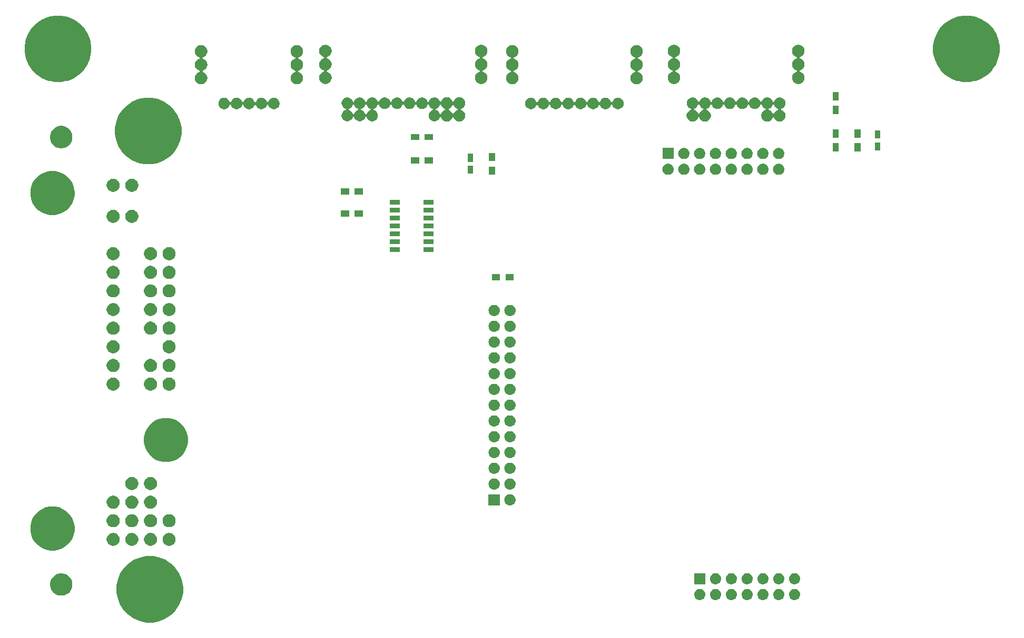
<source format=gbr>
G04 #@! TF.GenerationSoftware,KiCad,Pcbnew,5.0.2-bee76a0~70~ubuntu18.04.1*
G04 #@! TF.CreationDate,2019-06-20T22:09:52+01:00*
G04 #@! TF.ProjectId,leaf_adapter,6c656166-5f61-4646-9170-7465722e6b69,rev?*
G04 #@! TF.SameCoordinates,Original*
G04 #@! TF.FileFunction,Soldermask,Top*
G04 #@! TF.FilePolarity,Negative*
%FSLAX46Y46*%
G04 Gerber Fmt 4.6, Leading zero omitted, Abs format (unit mm)*
G04 Created by KiCad (PCBNEW 5.0.2-bee76a0~70~ubuntu18.04.1) date Thu 20 Jun 2019 22:09:52 BST*
%MOMM*%
%LPD*%
G01*
G04 APERTURE LIST*
%ADD10C,0.100000*%
G04 APERTURE END LIST*
D10*
G36*
X80216228Y-129786091D02*
X80560829Y-129854636D01*
X81534649Y-130258005D01*
X82204568Y-130705631D01*
X82411067Y-130843609D01*
X83156391Y-131588933D01*
X83156393Y-131588936D01*
X83741995Y-132465351D01*
X84145364Y-133439171D01*
X84196186Y-133694669D01*
X84335965Y-134397384D01*
X84351000Y-134472973D01*
X84351000Y-135527027D01*
X84145364Y-136560829D01*
X83741995Y-137534649D01*
X83398944Y-138048061D01*
X83156391Y-138411067D01*
X82411067Y-139156391D01*
X82411064Y-139156393D01*
X81534649Y-139741995D01*
X80560829Y-140145364D01*
X80216228Y-140213909D01*
X79527029Y-140351000D01*
X78472971Y-140351000D01*
X77783772Y-140213909D01*
X77439171Y-140145364D01*
X76465351Y-139741995D01*
X75588936Y-139156393D01*
X75588933Y-139156391D01*
X74843609Y-138411067D01*
X74601056Y-138048061D01*
X74258005Y-137534649D01*
X73854636Y-136560829D01*
X73649000Y-135527027D01*
X73649000Y-134472973D01*
X73664036Y-134397384D01*
X73803814Y-133694669D01*
X73854636Y-133439171D01*
X74258005Y-132465351D01*
X74843607Y-131588936D01*
X74843609Y-131588933D01*
X75588933Y-130843609D01*
X75795432Y-130705631D01*
X76465351Y-130258005D01*
X77439171Y-129854636D01*
X77783772Y-129786091D01*
X78472971Y-129649000D01*
X79527029Y-129649000D01*
X80216228Y-129786091D01*
X80216228Y-129786091D01*
G37*
G36*
X182750442Y-134945518D02*
X182816627Y-134952037D01*
X182929853Y-134986384D01*
X182986467Y-135003557D01*
X183072127Y-135049344D01*
X183142991Y-135087222D01*
X183178729Y-135116552D01*
X183280186Y-135199814D01*
X183363448Y-135301271D01*
X183392778Y-135337009D01*
X183392779Y-135337011D01*
X183476443Y-135493533D01*
X183476443Y-135493534D01*
X183527963Y-135663373D01*
X183545359Y-135840000D01*
X183527963Y-136016627D01*
X183526636Y-136021000D01*
X183476443Y-136186467D01*
X183402348Y-136325087D01*
X183392778Y-136342991D01*
X183363448Y-136378729D01*
X183280186Y-136480186D01*
X183181922Y-136560828D01*
X183142991Y-136592778D01*
X183142989Y-136592779D01*
X182986467Y-136676443D01*
X182929853Y-136693616D01*
X182816627Y-136727963D01*
X182750442Y-136734482D01*
X182684260Y-136741000D01*
X182595740Y-136741000D01*
X182529558Y-136734482D01*
X182463373Y-136727963D01*
X182350147Y-136693616D01*
X182293533Y-136676443D01*
X182137011Y-136592779D01*
X182137009Y-136592778D01*
X182098078Y-136560828D01*
X181999814Y-136480186D01*
X181916552Y-136378729D01*
X181887222Y-136342991D01*
X181877652Y-136325087D01*
X181803557Y-136186467D01*
X181753364Y-136021000D01*
X181752037Y-136016627D01*
X181734641Y-135840000D01*
X181752037Y-135663373D01*
X181803557Y-135493534D01*
X181803557Y-135493533D01*
X181887221Y-135337011D01*
X181887222Y-135337009D01*
X181916552Y-135301271D01*
X181999814Y-135199814D01*
X182101271Y-135116552D01*
X182137009Y-135087222D01*
X182207873Y-135049344D01*
X182293533Y-135003557D01*
X182350147Y-134986384D01*
X182463373Y-134952037D01*
X182529558Y-134945518D01*
X182595740Y-134939000D01*
X182684260Y-134939000D01*
X182750442Y-134945518D01*
X182750442Y-134945518D01*
G37*
G36*
X167510442Y-134945518D02*
X167576627Y-134952037D01*
X167689853Y-134986384D01*
X167746467Y-135003557D01*
X167832127Y-135049344D01*
X167902991Y-135087222D01*
X167938729Y-135116552D01*
X168040186Y-135199814D01*
X168123448Y-135301271D01*
X168152778Y-135337009D01*
X168152779Y-135337011D01*
X168236443Y-135493533D01*
X168236443Y-135493534D01*
X168287963Y-135663373D01*
X168305359Y-135840000D01*
X168287963Y-136016627D01*
X168286636Y-136021000D01*
X168236443Y-136186467D01*
X168162348Y-136325087D01*
X168152778Y-136342991D01*
X168123448Y-136378729D01*
X168040186Y-136480186D01*
X167941922Y-136560828D01*
X167902991Y-136592778D01*
X167902989Y-136592779D01*
X167746467Y-136676443D01*
X167689853Y-136693616D01*
X167576627Y-136727963D01*
X167510442Y-136734482D01*
X167444260Y-136741000D01*
X167355740Y-136741000D01*
X167289558Y-136734482D01*
X167223373Y-136727963D01*
X167110147Y-136693616D01*
X167053533Y-136676443D01*
X166897011Y-136592779D01*
X166897009Y-136592778D01*
X166858078Y-136560828D01*
X166759814Y-136480186D01*
X166676552Y-136378729D01*
X166647222Y-136342991D01*
X166637652Y-136325087D01*
X166563557Y-136186467D01*
X166513364Y-136021000D01*
X166512037Y-136016627D01*
X166494641Y-135840000D01*
X166512037Y-135663373D01*
X166563557Y-135493534D01*
X166563557Y-135493533D01*
X166647221Y-135337011D01*
X166647222Y-135337009D01*
X166676552Y-135301271D01*
X166759814Y-135199814D01*
X166861271Y-135116552D01*
X166897009Y-135087222D01*
X166967873Y-135049344D01*
X167053533Y-135003557D01*
X167110147Y-134986384D01*
X167223373Y-134952037D01*
X167289558Y-134945518D01*
X167355740Y-134939000D01*
X167444260Y-134939000D01*
X167510442Y-134945518D01*
X167510442Y-134945518D01*
G37*
G36*
X170050442Y-134945518D02*
X170116627Y-134952037D01*
X170229853Y-134986384D01*
X170286467Y-135003557D01*
X170372127Y-135049344D01*
X170442991Y-135087222D01*
X170478729Y-135116552D01*
X170580186Y-135199814D01*
X170663448Y-135301271D01*
X170692778Y-135337009D01*
X170692779Y-135337011D01*
X170776443Y-135493533D01*
X170776443Y-135493534D01*
X170827963Y-135663373D01*
X170845359Y-135840000D01*
X170827963Y-136016627D01*
X170826636Y-136021000D01*
X170776443Y-136186467D01*
X170702348Y-136325087D01*
X170692778Y-136342991D01*
X170663448Y-136378729D01*
X170580186Y-136480186D01*
X170481922Y-136560828D01*
X170442991Y-136592778D01*
X170442989Y-136592779D01*
X170286467Y-136676443D01*
X170229853Y-136693616D01*
X170116627Y-136727963D01*
X170050442Y-136734482D01*
X169984260Y-136741000D01*
X169895740Y-136741000D01*
X169829558Y-136734482D01*
X169763373Y-136727963D01*
X169650147Y-136693616D01*
X169593533Y-136676443D01*
X169437011Y-136592779D01*
X169437009Y-136592778D01*
X169398078Y-136560828D01*
X169299814Y-136480186D01*
X169216552Y-136378729D01*
X169187222Y-136342991D01*
X169177652Y-136325087D01*
X169103557Y-136186467D01*
X169053364Y-136021000D01*
X169052037Y-136016627D01*
X169034641Y-135840000D01*
X169052037Y-135663373D01*
X169103557Y-135493534D01*
X169103557Y-135493533D01*
X169187221Y-135337011D01*
X169187222Y-135337009D01*
X169216552Y-135301271D01*
X169299814Y-135199814D01*
X169401271Y-135116552D01*
X169437009Y-135087222D01*
X169507873Y-135049344D01*
X169593533Y-135003557D01*
X169650147Y-134986384D01*
X169763373Y-134952037D01*
X169829558Y-134945518D01*
X169895740Y-134939000D01*
X169984260Y-134939000D01*
X170050442Y-134945518D01*
X170050442Y-134945518D01*
G37*
G36*
X172590442Y-134945518D02*
X172656627Y-134952037D01*
X172769853Y-134986384D01*
X172826467Y-135003557D01*
X172912127Y-135049344D01*
X172982991Y-135087222D01*
X173018729Y-135116552D01*
X173120186Y-135199814D01*
X173203448Y-135301271D01*
X173232778Y-135337009D01*
X173232779Y-135337011D01*
X173316443Y-135493533D01*
X173316443Y-135493534D01*
X173367963Y-135663373D01*
X173385359Y-135840000D01*
X173367963Y-136016627D01*
X173366636Y-136021000D01*
X173316443Y-136186467D01*
X173242348Y-136325087D01*
X173232778Y-136342991D01*
X173203448Y-136378729D01*
X173120186Y-136480186D01*
X173021922Y-136560828D01*
X172982991Y-136592778D01*
X172982989Y-136592779D01*
X172826467Y-136676443D01*
X172769853Y-136693616D01*
X172656627Y-136727963D01*
X172590442Y-136734482D01*
X172524260Y-136741000D01*
X172435740Y-136741000D01*
X172369558Y-136734482D01*
X172303373Y-136727963D01*
X172190147Y-136693616D01*
X172133533Y-136676443D01*
X171977011Y-136592779D01*
X171977009Y-136592778D01*
X171938078Y-136560828D01*
X171839814Y-136480186D01*
X171756552Y-136378729D01*
X171727222Y-136342991D01*
X171717652Y-136325087D01*
X171643557Y-136186467D01*
X171593364Y-136021000D01*
X171592037Y-136016627D01*
X171574641Y-135840000D01*
X171592037Y-135663373D01*
X171643557Y-135493534D01*
X171643557Y-135493533D01*
X171727221Y-135337011D01*
X171727222Y-135337009D01*
X171756552Y-135301271D01*
X171839814Y-135199814D01*
X171941271Y-135116552D01*
X171977009Y-135087222D01*
X172047873Y-135049344D01*
X172133533Y-135003557D01*
X172190147Y-134986384D01*
X172303373Y-134952037D01*
X172369558Y-134945518D01*
X172435740Y-134939000D01*
X172524260Y-134939000D01*
X172590442Y-134945518D01*
X172590442Y-134945518D01*
G37*
G36*
X177670442Y-134945518D02*
X177736627Y-134952037D01*
X177849853Y-134986384D01*
X177906467Y-135003557D01*
X177992127Y-135049344D01*
X178062991Y-135087222D01*
X178098729Y-135116552D01*
X178200186Y-135199814D01*
X178283448Y-135301271D01*
X178312778Y-135337009D01*
X178312779Y-135337011D01*
X178396443Y-135493533D01*
X178396443Y-135493534D01*
X178447963Y-135663373D01*
X178465359Y-135840000D01*
X178447963Y-136016627D01*
X178446636Y-136021000D01*
X178396443Y-136186467D01*
X178322348Y-136325087D01*
X178312778Y-136342991D01*
X178283448Y-136378729D01*
X178200186Y-136480186D01*
X178101922Y-136560828D01*
X178062991Y-136592778D01*
X178062989Y-136592779D01*
X177906467Y-136676443D01*
X177849853Y-136693616D01*
X177736627Y-136727963D01*
X177670442Y-136734482D01*
X177604260Y-136741000D01*
X177515740Y-136741000D01*
X177449558Y-136734482D01*
X177383373Y-136727963D01*
X177270147Y-136693616D01*
X177213533Y-136676443D01*
X177057011Y-136592779D01*
X177057009Y-136592778D01*
X177018078Y-136560828D01*
X176919814Y-136480186D01*
X176836552Y-136378729D01*
X176807222Y-136342991D01*
X176797652Y-136325087D01*
X176723557Y-136186467D01*
X176673364Y-136021000D01*
X176672037Y-136016627D01*
X176654641Y-135840000D01*
X176672037Y-135663373D01*
X176723557Y-135493534D01*
X176723557Y-135493533D01*
X176807221Y-135337011D01*
X176807222Y-135337009D01*
X176836552Y-135301271D01*
X176919814Y-135199814D01*
X177021271Y-135116552D01*
X177057009Y-135087222D01*
X177127873Y-135049344D01*
X177213533Y-135003557D01*
X177270147Y-134986384D01*
X177383373Y-134952037D01*
X177449558Y-134945518D01*
X177515740Y-134939000D01*
X177604260Y-134939000D01*
X177670442Y-134945518D01*
X177670442Y-134945518D01*
G37*
G36*
X175130442Y-134945518D02*
X175196627Y-134952037D01*
X175309853Y-134986384D01*
X175366467Y-135003557D01*
X175452127Y-135049344D01*
X175522991Y-135087222D01*
X175558729Y-135116552D01*
X175660186Y-135199814D01*
X175743448Y-135301271D01*
X175772778Y-135337009D01*
X175772779Y-135337011D01*
X175856443Y-135493533D01*
X175856443Y-135493534D01*
X175907963Y-135663373D01*
X175925359Y-135840000D01*
X175907963Y-136016627D01*
X175906636Y-136021000D01*
X175856443Y-136186467D01*
X175782348Y-136325087D01*
X175772778Y-136342991D01*
X175743448Y-136378729D01*
X175660186Y-136480186D01*
X175561922Y-136560828D01*
X175522991Y-136592778D01*
X175522989Y-136592779D01*
X175366467Y-136676443D01*
X175309853Y-136693616D01*
X175196627Y-136727963D01*
X175130442Y-136734482D01*
X175064260Y-136741000D01*
X174975740Y-136741000D01*
X174909558Y-136734482D01*
X174843373Y-136727963D01*
X174730147Y-136693616D01*
X174673533Y-136676443D01*
X174517011Y-136592779D01*
X174517009Y-136592778D01*
X174478078Y-136560828D01*
X174379814Y-136480186D01*
X174296552Y-136378729D01*
X174267222Y-136342991D01*
X174257652Y-136325087D01*
X174183557Y-136186467D01*
X174133364Y-136021000D01*
X174132037Y-136016627D01*
X174114641Y-135840000D01*
X174132037Y-135663373D01*
X174183557Y-135493534D01*
X174183557Y-135493533D01*
X174267221Y-135337011D01*
X174267222Y-135337009D01*
X174296552Y-135301271D01*
X174379814Y-135199814D01*
X174481271Y-135116552D01*
X174517009Y-135087222D01*
X174587873Y-135049344D01*
X174673533Y-135003557D01*
X174730147Y-134986384D01*
X174843373Y-134952037D01*
X174909558Y-134945518D01*
X174975740Y-134939000D01*
X175064260Y-134939000D01*
X175130442Y-134945518D01*
X175130442Y-134945518D01*
G37*
G36*
X180210442Y-134945518D02*
X180276627Y-134952037D01*
X180389853Y-134986384D01*
X180446467Y-135003557D01*
X180532127Y-135049344D01*
X180602991Y-135087222D01*
X180638729Y-135116552D01*
X180740186Y-135199814D01*
X180823448Y-135301271D01*
X180852778Y-135337009D01*
X180852779Y-135337011D01*
X180936443Y-135493533D01*
X180936443Y-135493534D01*
X180987963Y-135663373D01*
X181005359Y-135840000D01*
X180987963Y-136016627D01*
X180986636Y-136021000D01*
X180936443Y-136186467D01*
X180862348Y-136325087D01*
X180852778Y-136342991D01*
X180823448Y-136378729D01*
X180740186Y-136480186D01*
X180641922Y-136560828D01*
X180602991Y-136592778D01*
X180602989Y-136592779D01*
X180446467Y-136676443D01*
X180389853Y-136693616D01*
X180276627Y-136727963D01*
X180210442Y-136734482D01*
X180144260Y-136741000D01*
X180055740Y-136741000D01*
X179989558Y-136734482D01*
X179923373Y-136727963D01*
X179810147Y-136693616D01*
X179753533Y-136676443D01*
X179597011Y-136592779D01*
X179597009Y-136592778D01*
X179558078Y-136560828D01*
X179459814Y-136480186D01*
X179376552Y-136378729D01*
X179347222Y-136342991D01*
X179337652Y-136325087D01*
X179263557Y-136186467D01*
X179213364Y-136021000D01*
X179212037Y-136016627D01*
X179194641Y-135840000D01*
X179212037Y-135663373D01*
X179263557Y-135493534D01*
X179263557Y-135493533D01*
X179347221Y-135337011D01*
X179347222Y-135337009D01*
X179376552Y-135301271D01*
X179459814Y-135199814D01*
X179561271Y-135116552D01*
X179597009Y-135087222D01*
X179667873Y-135049344D01*
X179753533Y-135003557D01*
X179810147Y-134986384D01*
X179923373Y-134952037D01*
X179989558Y-134945518D01*
X180055740Y-134939000D01*
X180144260Y-134939000D01*
X180210442Y-134945518D01*
X180210442Y-134945518D01*
G37*
G36*
X65283571Y-132488211D02*
X65611332Y-132623974D01*
X65906313Y-132821074D01*
X66157166Y-133071927D01*
X66354266Y-133366908D01*
X66490029Y-133694669D01*
X66559240Y-134042616D01*
X66559240Y-134397384D01*
X66490029Y-134745331D01*
X66354266Y-135073092D01*
X66157166Y-135368073D01*
X65906313Y-135618926D01*
X65611332Y-135816026D01*
X65283571Y-135951789D01*
X64935624Y-136021000D01*
X64580856Y-136021000D01*
X64232909Y-135951789D01*
X63905148Y-135816026D01*
X63610167Y-135618926D01*
X63359314Y-135368073D01*
X63162214Y-135073092D01*
X63026451Y-134745331D01*
X62957240Y-134397384D01*
X62957240Y-134042616D01*
X63026451Y-133694669D01*
X63162214Y-133366908D01*
X63359314Y-133071927D01*
X63610167Y-132821074D01*
X63905148Y-132623974D01*
X64232909Y-132488211D01*
X64580856Y-132419000D01*
X64935624Y-132419000D01*
X65283571Y-132488211D01*
X65283571Y-132488211D01*
G37*
G36*
X177670443Y-132405519D02*
X177736627Y-132412037D01*
X177849853Y-132446384D01*
X177906467Y-132463557D01*
X178045087Y-132537652D01*
X178062991Y-132547222D01*
X178098729Y-132576552D01*
X178200186Y-132659814D01*
X178283448Y-132761271D01*
X178312778Y-132797009D01*
X178312779Y-132797011D01*
X178396443Y-132953533D01*
X178396443Y-132953534D01*
X178447963Y-133123373D01*
X178465359Y-133300000D01*
X178447963Y-133476627D01*
X178413616Y-133589853D01*
X178396443Y-133646467D01*
X178370678Y-133694669D01*
X178312778Y-133802991D01*
X178283448Y-133838729D01*
X178200186Y-133940186D01*
X178098729Y-134023448D01*
X178062991Y-134052778D01*
X178062989Y-134052779D01*
X177906467Y-134136443D01*
X177849853Y-134153616D01*
X177736627Y-134187963D01*
X177670443Y-134194481D01*
X177604260Y-134201000D01*
X177515740Y-134201000D01*
X177449557Y-134194481D01*
X177383373Y-134187963D01*
X177270147Y-134153616D01*
X177213533Y-134136443D01*
X177057011Y-134052779D01*
X177057009Y-134052778D01*
X177021271Y-134023448D01*
X176919814Y-133940186D01*
X176836552Y-133838729D01*
X176807222Y-133802991D01*
X176749322Y-133694669D01*
X176723557Y-133646467D01*
X176706384Y-133589853D01*
X176672037Y-133476627D01*
X176654641Y-133300000D01*
X176672037Y-133123373D01*
X176723557Y-132953534D01*
X176723557Y-132953533D01*
X176807221Y-132797011D01*
X176807222Y-132797009D01*
X176836552Y-132761271D01*
X176919814Y-132659814D01*
X177021271Y-132576552D01*
X177057009Y-132547222D01*
X177074913Y-132537652D01*
X177213533Y-132463557D01*
X177270147Y-132446384D01*
X177383373Y-132412037D01*
X177449557Y-132405519D01*
X177515740Y-132399000D01*
X177604260Y-132399000D01*
X177670443Y-132405519D01*
X177670443Y-132405519D01*
G37*
G36*
X175130443Y-132405519D02*
X175196627Y-132412037D01*
X175309853Y-132446384D01*
X175366467Y-132463557D01*
X175505087Y-132537652D01*
X175522991Y-132547222D01*
X175558729Y-132576552D01*
X175660186Y-132659814D01*
X175743448Y-132761271D01*
X175772778Y-132797009D01*
X175772779Y-132797011D01*
X175856443Y-132953533D01*
X175856443Y-132953534D01*
X175907963Y-133123373D01*
X175925359Y-133300000D01*
X175907963Y-133476627D01*
X175873616Y-133589853D01*
X175856443Y-133646467D01*
X175830678Y-133694669D01*
X175772778Y-133802991D01*
X175743448Y-133838729D01*
X175660186Y-133940186D01*
X175558729Y-134023448D01*
X175522991Y-134052778D01*
X175522989Y-134052779D01*
X175366467Y-134136443D01*
X175309853Y-134153616D01*
X175196627Y-134187963D01*
X175130443Y-134194481D01*
X175064260Y-134201000D01*
X174975740Y-134201000D01*
X174909557Y-134194481D01*
X174843373Y-134187963D01*
X174730147Y-134153616D01*
X174673533Y-134136443D01*
X174517011Y-134052779D01*
X174517009Y-134052778D01*
X174481271Y-134023448D01*
X174379814Y-133940186D01*
X174296552Y-133838729D01*
X174267222Y-133802991D01*
X174209322Y-133694669D01*
X174183557Y-133646467D01*
X174166384Y-133589853D01*
X174132037Y-133476627D01*
X174114641Y-133300000D01*
X174132037Y-133123373D01*
X174183557Y-132953534D01*
X174183557Y-132953533D01*
X174267221Y-132797011D01*
X174267222Y-132797009D01*
X174296552Y-132761271D01*
X174379814Y-132659814D01*
X174481271Y-132576552D01*
X174517009Y-132547222D01*
X174534913Y-132537652D01*
X174673533Y-132463557D01*
X174730147Y-132446384D01*
X174843373Y-132412037D01*
X174909557Y-132405519D01*
X174975740Y-132399000D01*
X175064260Y-132399000D01*
X175130443Y-132405519D01*
X175130443Y-132405519D01*
G37*
G36*
X172590443Y-132405519D02*
X172656627Y-132412037D01*
X172769853Y-132446384D01*
X172826467Y-132463557D01*
X172965087Y-132537652D01*
X172982991Y-132547222D01*
X173018729Y-132576552D01*
X173120186Y-132659814D01*
X173203448Y-132761271D01*
X173232778Y-132797009D01*
X173232779Y-132797011D01*
X173316443Y-132953533D01*
X173316443Y-132953534D01*
X173367963Y-133123373D01*
X173385359Y-133300000D01*
X173367963Y-133476627D01*
X173333616Y-133589853D01*
X173316443Y-133646467D01*
X173290678Y-133694669D01*
X173232778Y-133802991D01*
X173203448Y-133838729D01*
X173120186Y-133940186D01*
X173018729Y-134023448D01*
X172982991Y-134052778D01*
X172982989Y-134052779D01*
X172826467Y-134136443D01*
X172769853Y-134153616D01*
X172656627Y-134187963D01*
X172590443Y-134194481D01*
X172524260Y-134201000D01*
X172435740Y-134201000D01*
X172369557Y-134194481D01*
X172303373Y-134187963D01*
X172190147Y-134153616D01*
X172133533Y-134136443D01*
X171977011Y-134052779D01*
X171977009Y-134052778D01*
X171941271Y-134023448D01*
X171839814Y-133940186D01*
X171756552Y-133838729D01*
X171727222Y-133802991D01*
X171669322Y-133694669D01*
X171643557Y-133646467D01*
X171626384Y-133589853D01*
X171592037Y-133476627D01*
X171574641Y-133300000D01*
X171592037Y-133123373D01*
X171643557Y-132953534D01*
X171643557Y-132953533D01*
X171727221Y-132797011D01*
X171727222Y-132797009D01*
X171756552Y-132761271D01*
X171839814Y-132659814D01*
X171941271Y-132576552D01*
X171977009Y-132547222D01*
X171994913Y-132537652D01*
X172133533Y-132463557D01*
X172190147Y-132446384D01*
X172303373Y-132412037D01*
X172369557Y-132405519D01*
X172435740Y-132399000D01*
X172524260Y-132399000D01*
X172590443Y-132405519D01*
X172590443Y-132405519D01*
G37*
G36*
X180210443Y-132405519D02*
X180276627Y-132412037D01*
X180389853Y-132446384D01*
X180446467Y-132463557D01*
X180585087Y-132537652D01*
X180602991Y-132547222D01*
X180638729Y-132576552D01*
X180740186Y-132659814D01*
X180823448Y-132761271D01*
X180852778Y-132797009D01*
X180852779Y-132797011D01*
X180936443Y-132953533D01*
X180936443Y-132953534D01*
X180987963Y-133123373D01*
X181005359Y-133300000D01*
X180987963Y-133476627D01*
X180953616Y-133589853D01*
X180936443Y-133646467D01*
X180910678Y-133694669D01*
X180852778Y-133802991D01*
X180823448Y-133838729D01*
X180740186Y-133940186D01*
X180638729Y-134023448D01*
X180602991Y-134052778D01*
X180602989Y-134052779D01*
X180446467Y-134136443D01*
X180389853Y-134153616D01*
X180276627Y-134187963D01*
X180210443Y-134194481D01*
X180144260Y-134201000D01*
X180055740Y-134201000D01*
X179989557Y-134194481D01*
X179923373Y-134187963D01*
X179810147Y-134153616D01*
X179753533Y-134136443D01*
X179597011Y-134052779D01*
X179597009Y-134052778D01*
X179561271Y-134023448D01*
X179459814Y-133940186D01*
X179376552Y-133838729D01*
X179347222Y-133802991D01*
X179289322Y-133694669D01*
X179263557Y-133646467D01*
X179246384Y-133589853D01*
X179212037Y-133476627D01*
X179194641Y-133300000D01*
X179212037Y-133123373D01*
X179263557Y-132953534D01*
X179263557Y-132953533D01*
X179347221Y-132797011D01*
X179347222Y-132797009D01*
X179376552Y-132761271D01*
X179459814Y-132659814D01*
X179561271Y-132576552D01*
X179597009Y-132547222D01*
X179614913Y-132537652D01*
X179753533Y-132463557D01*
X179810147Y-132446384D01*
X179923373Y-132412037D01*
X179989557Y-132405519D01*
X180055740Y-132399000D01*
X180144260Y-132399000D01*
X180210443Y-132405519D01*
X180210443Y-132405519D01*
G37*
G36*
X170050443Y-132405519D02*
X170116627Y-132412037D01*
X170229853Y-132446384D01*
X170286467Y-132463557D01*
X170425087Y-132537652D01*
X170442991Y-132547222D01*
X170478729Y-132576552D01*
X170580186Y-132659814D01*
X170663448Y-132761271D01*
X170692778Y-132797009D01*
X170692779Y-132797011D01*
X170776443Y-132953533D01*
X170776443Y-132953534D01*
X170827963Y-133123373D01*
X170845359Y-133300000D01*
X170827963Y-133476627D01*
X170793616Y-133589853D01*
X170776443Y-133646467D01*
X170750678Y-133694669D01*
X170692778Y-133802991D01*
X170663448Y-133838729D01*
X170580186Y-133940186D01*
X170478729Y-134023448D01*
X170442991Y-134052778D01*
X170442989Y-134052779D01*
X170286467Y-134136443D01*
X170229853Y-134153616D01*
X170116627Y-134187963D01*
X170050443Y-134194481D01*
X169984260Y-134201000D01*
X169895740Y-134201000D01*
X169829557Y-134194481D01*
X169763373Y-134187963D01*
X169650147Y-134153616D01*
X169593533Y-134136443D01*
X169437011Y-134052779D01*
X169437009Y-134052778D01*
X169401271Y-134023448D01*
X169299814Y-133940186D01*
X169216552Y-133838729D01*
X169187222Y-133802991D01*
X169129322Y-133694669D01*
X169103557Y-133646467D01*
X169086384Y-133589853D01*
X169052037Y-133476627D01*
X169034641Y-133300000D01*
X169052037Y-133123373D01*
X169103557Y-132953534D01*
X169103557Y-132953533D01*
X169187221Y-132797011D01*
X169187222Y-132797009D01*
X169216552Y-132761271D01*
X169299814Y-132659814D01*
X169401271Y-132576552D01*
X169437009Y-132547222D01*
X169454913Y-132537652D01*
X169593533Y-132463557D01*
X169650147Y-132446384D01*
X169763373Y-132412037D01*
X169829557Y-132405519D01*
X169895740Y-132399000D01*
X169984260Y-132399000D01*
X170050443Y-132405519D01*
X170050443Y-132405519D01*
G37*
G36*
X182750443Y-132405519D02*
X182816627Y-132412037D01*
X182929853Y-132446384D01*
X182986467Y-132463557D01*
X183125087Y-132537652D01*
X183142991Y-132547222D01*
X183178729Y-132576552D01*
X183280186Y-132659814D01*
X183363448Y-132761271D01*
X183392778Y-132797009D01*
X183392779Y-132797011D01*
X183476443Y-132953533D01*
X183476443Y-132953534D01*
X183527963Y-133123373D01*
X183545359Y-133300000D01*
X183527963Y-133476627D01*
X183493616Y-133589853D01*
X183476443Y-133646467D01*
X183450678Y-133694669D01*
X183392778Y-133802991D01*
X183363448Y-133838729D01*
X183280186Y-133940186D01*
X183178729Y-134023448D01*
X183142991Y-134052778D01*
X183142989Y-134052779D01*
X182986467Y-134136443D01*
X182929853Y-134153616D01*
X182816627Y-134187963D01*
X182750443Y-134194481D01*
X182684260Y-134201000D01*
X182595740Y-134201000D01*
X182529557Y-134194481D01*
X182463373Y-134187963D01*
X182350147Y-134153616D01*
X182293533Y-134136443D01*
X182137011Y-134052779D01*
X182137009Y-134052778D01*
X182101271Y-134023448D01*
X181999814Y-133940186D01*
X181916552Y-133838729D01*
X181887222Y-133802991D01*
X181829322Y-133694669D01*
X181803557Y-133646467D01*
X181786384Y-133589853D01*
X181752037Y-133476627D01*
X181734641Y-133300000D01*
X181752037Y-133123373D01*
X181803557Y-132953534D01*
X181803557Y-132953533D01*
X181887221Y-132797011D01*
X181887222Y-132797009D01*
X181916552Y-132761271D01*
X181999814Y-132659814D01*
X182101271Y-132576552D01*
X182137009Y-132547222D01*
X182154913Y-132537652D01*
X182293533Y-132463557D01*
X182350147Y-132446384D01*
X182463373Y-132412037D01*
X182529557Y-132405519D01*
X182595740Y-132399000D01*
X182684260Y-132399000D01*
X182750443Y-132405519D01*
X182750443Y-132405519D01*
G37*
G36*
X168301000Y-134201000D02*
X166499000Y-134201000D01*
X166499000Y-132399000D01*
X168301000Y-132399000D01*
X168301000Y-134201000D01*
X168301000Y-134201000D01*
G37*
G36*
X64394026Y-121805462D02*
X64394028Y-121805463D01*
X64394029Y-121805463D01*
X65040269Y-122073144D01*
X65040270Y-122073145D01*
X65621874Y-122461760D01*
X66116480Y-122956366D01*
X66116482Y-122956369D01*
X66505096Y-123537971D01*
X66772777Y-124184211D01*
X66772778Y-124184214D01*
X66909240Y-124870256D01*
X66909240Y-125569744D01*
X66793097Y-126153637D01*
X66772777Y-126255789D01*
X66505096Y-126902029D01*
X66505095Y-126902030D01*
X66116480Y-127483634D01*
X65621874Y-127978240D01*
X65621871Y-127978242D01*
X65040269Y-128366856D01*
X64394029Y-128634537D01*
X64394028Y-128634537D01*
X64394026Y-128634538D01*
X63707984Y-128771000D01*
X63008496Y-128771000D01*
X62322454Y-128634538D01*
X62322452Y-128634537D01*
X62322451Y-128634537D01*
X61676211Y-128366856D01*
X61094609Y-127978242D01*
X61094606Y-127978240D01*
X60600000Y-127483634D01*
X60211385Y-126902030D01*
X60211384Y-126902029D01*
X59943703Y-126255789D01*
X59923384Y-126153637D01*
X59807240Y-125569744D01*
X59807240Y-124870256D01*
X59943702Y-124184214D01*
X59943703Y-124184211D01*
X60211384Y-123537971D01*
X60599998Y-122956369D01*
X60600000Y-122956366D01*
X61094606Y-122461760D01*
X61676210Y-122073145D01*
X61676211Y-122073144D01*
X62322451Y-121805463D01*
X62322452Y-121805463D01*
X62322454Y-121805462D01*
X63008496Y-121669000D01*
X63707984Y-121669000D01*
X64394026Y-121805462D01*
X64394026Y-121805462D01*
G37*
G36*
X79414805Y-125959389D02*
X79606074Y-126038615D01*
X79778216Y-126153637D01*
X79924603Y-126300024D01*
X80039625Y-126472166D01*
X80118851Y-126663435D01*
X80159240Y-126866484D01*
X80159240Y-127073516D01*
X80118851Y-127276565D01*
X80039625Y-127467834D01*
X79924603Y-127639976D01*
X79778216Y-127786363D01*
X79606074Y-127901385D01*
X79414805Y-127980611D01*
X79211756Y-128021000D01*
X79004724Y-128021000D01*
X78801675Y-127980611D01*
X78610406Y-127901385D01*
X78438264Y-127786363D01*
X78291877Y-127639976D01*
X78176855Y-127467834D01*
X78097629Y-127276565D01*
X78057240Y-127073516D01*
X78057240Y-126866484D01*
X78097629Y-126663435D01*
X78176855Y-126472166D01*
X78291877Y-126300024D01*
X78438264Y-126153637D01*
X78610406Y-126038615D01*
X78801675Y-125959389D01*
X79004724Y-125919000D01*
X79211756Y-125919000D01*
X79414805Y-125959389D01*
X79414805Y-125959389D01*
G37*
G36*
X73414805Y-125959389D02*
X73606074Y-126038615D01*
X73778216Y-126153637D01*
X73924603Y-126300024D01*
X74039625Y-126472166D01*
X74118851Y-126663435D01*
X74159240Y-126866484D01*
X74159240Y-127073516D01*
X74118851Y-127276565D01*
X74039625Y-127467834D01*
X73924603Y-127639976D01*
X73778216Y-127786363D01*
X73606074Y-127901385D01*
X73414805Y-127980611D01*
X73211756Y-128021000D01*
X73004724Y-128021000D01*
X72801675Y-127980611D01*
X72610406Y-127901385D01*
X72438264Y-127786363D01*
X72291877Y-127639976D01*
X72176855Y-127467834D01*
X72097629Y-127276565D01*
X72057240Y-127073516D01*
X72057240Y-126866484D01*
X72097629Y-126663435D01*
X72176855Y-126472166D01*
X72291877Y-126300024D01*
X72438264Y-126153637D01*
X72610406Y-126038615D01*
X72801675Y-125959389D01*
X73004724Y-125919000D01*
X73211756Y-125919000D01*
X73414805Y-125959389D01*
X73414805Y-125959389D01*
G37*
G36*
X76414805Y-125959389D02*
X76606074Y-126038615D01*
X76778216Y-126153637D01*
X76924603Y-126300024D01*
X77039625Y-126472166D01*
X77118851Y-126663435D01*
X77159240Y-126866484D01*
X77159240Y-127073516D01*
X77118851Y-127276565D01*
X77039625Y-127467834D01*
X76924603Y-127639976D01*
X76778216Y-127786363D01*
X76606074Y-127901385D01*
X76414805Y-127980611D01*
X76211756Y-128021000D01*
X76004724Y-128021000D01*
X75801675Y-127980611D01*
X75610406Y-127901385D01*
X75438264Y-127786363D01*
X75291877Y-127639976D01*
X75176855Y-127467834D01*
X75097629Y-127276565D01*
X75057240Y-127073516D01*
X75057240Y-126866484D01*
X75097629Y-126663435D01*
X75176855Y-126472166D01*
X75291877Y-126300024D01*
X75438264Y-126153637D01*
X75610406Y-126038615D01*
X75801675Y-125959389D01*
X76004724Y-125919000D01*
X76211756Y-125919000D01*
X76414805Y-125959389D01*
X76414805Y-125959389D01*
G37*
G36*
X82414805Y-125959389D02*
X82606074Y-126038615D01*
X82778216Y-126153637D01*
X82924603Y-126300024D01*
X83039625Y-126472166D01*
X83118851Y-126663435D01*
X83159240Y-126866484D01*
X83159240Y-127073516D01*
X83118851Y-127276565D01*
X83039625Y-127467834D01*
X82924603Y-127639976D01*
X82778216Y-127786363D01*
X82606074Y-127901385D01*
X82414805Y-127980611D01*
X82211756Y-128021000D01*
X82004724Y-128021000D01*
X81801675Y-127980611D01*
X81610406Y-127901385D01*
X81438264Y-127786363D01*
X81291877Y-127639976D01*
X81176855Y-127467834D01*
X81097629Y-127276565D01*
X81057240Y-127073516D01*
X81057240Y-126866484D01*
X81097629Y-126663435D01*
X81176855Y-126472166D01*
X81291877Y-126300024D01*
X81438264Y-126153637D01*
X81610406Y-126038615D01*
X81801675Y-125959389D01*
X82004724Y-125919000D01*
X82211756Y-125919000D01*
X82414805Y-125959389D01*
X82414805Y-125959389D01*
G37*
G36*
X73414805Y-122959389D02*
X73606074Y-123038615D01*
X73778216Y-123153637D01*
X73924603Y-123300024D01*
X74039625Y-123472166D01*
X74118851Y-123663435D01*
X74159240Y-123866484D01*
X74159240Y-124073516D01*
X74118851Y-124276565D01*
X74039625Y-124467834D01*
X73924603Y-124639976D01*
X73778216Y-124786363D01*
X73606074Y-124901385D01*
X73414805Y-124980611D01*
X73211756Y-125021000D01*
X73004724Y-125021000D01*
X72801675Y-124980611D01*
X72610406Y-124901385D01*
X72438264Y-124786363D01*
X72291877Y-124639976D01*
X72176855Y-124467834D01*
X72097629Y-124276565D01*
X72057240Y-124073516D01*
X72057240Y-123866484D01*
X72097629Y-123663435D01*
X72176855Y-123472166D01*
X72291877Y-123300024D01*
X72438264Y-123153637D01*
X72610406Y-123038615D01*
X72801675Y-122959389D01*
X73004724Y-122919000D01*
X73211756Y-122919000D01*
X73414805Y-122959389D01*
X73414805Y-122959389D01*
G37*
G36*
X76414805Y-122959389D02*
X76606074Y-123038615D01*
X76778216Y-123153637D01*
X76924603Y-123300024D01*
X77039625Y-123472166D01*
X77118851Y-123663435D01*
X77159240Y-123866484D01*
X77159240Y-124073516D01*
X77118851Y-124276565D01*
X77039625Y-124467834D01*
X76924603Y-124639976D01*
X76778216Y-124786363D01*
X76606074Y-124901385D01*
X76414805Y-124980611D01*
X76211756Y-125021000D01*
X76004724Y-125021000D01*
X75801675Y-124980611D01*
X75610406Y-124901385D01*
X75438264Y-124786363D01*
X75291877Y-124639976D01*
X75176855Y-124467834D01*
X75097629Y-124276565D01*
X75057240Y-124073516D01*
X75057240Y-123866484D01*
X75097629Y-123663435D01*
X75176855Y-123472166D01*
X75291877Y-123300024D01*
X75438264Y-123153637D01*
X75610406Y-123038615D01*
X75801675Y-122959389D01*
X76004724Y-122919000D01*
X76211756Y-122919000D01*
X76414805Y-122959389D01*
X76414805Y-122959389D01*
G37*
G36*
X82414805Y-122959389D02*
X82606074Y-123038615D01*
X82778216Y-123153637D01*
X82924603Y-123300024D01*
X83039625Y-123472166D01*
X83118851Y-123663435D01*
X83159240Y-123866484D01*
X83159240Y-124073516D01*
X83118851Y-124276565D01*
X83039625Y-124467834D01*
X82924603Y-124639976D01*
X82778216Y-124786363D01*
X82606074Y-124901385D01*
X82414805Y-124980611D01*
X82211756Y-125021000D01*
X82004724Y-125021000D01*
X81801675Y-124980611D01*
X81610406Y-124901385D01*
X81438264Y-124786363D01*
X81291877Y-124639976D01*
X81176855Y-124467834D01*
X81097629Y-124276565D01*
X81057240Y-124073516D01*
X81057240Y-123866484D01*
X81097629Y-123663435D01*
X81176855Y-123472166D01*
X81291877Y-123300024D01*
X81438264Y-123153637D01*
X81610406Y-123038615D01*
X81801675Y-122959389D01*
X82004724Y-122919000D01*
X82211756Y-122919000D01*
X82414805Y-122959389D01*
X82414805Y-122959389D01*
G37*
G36*
X79414805Y-122959389D02*
X79606074Y-123038615D01*
X79778216Y-123153637D01*
X79924603Y-123300024D01*
X80039625Y-123472166D01*
X80118851Y-123663435D01*
X80159240Y-123866484D01*
X80159240Y-124073516D01*
X80118851Y-124276565D01*
X80039625Y-124467834D01*
X79924603Y-124639976D01*
X79778216Y-124786363D01*
X79606074Y-124901385D01*
X79414805Y-124980611D01*
X79211756Y-125021000D01*
X79004724Y-125021000D01*
X78801675Y-124980611D01*
X78610406Y-124901385D01*
X78438264Y-124786363D01*
X78291877Y-124639976D01*
X78176855Y-124467834D01*
X78097629Y-124276565D01*
X78057240Y-124073516D01*
X78057240Y-123866484D01*
X78097629Y-123663435D01*
X78176855Y-123472166D01*
X78291877Y-123300024D01*
X78438264Y-123153637D01*
X78610406Y-123038615D01*
X78801675Y-122959389D01*
X79004724Y-122919000D01*
X79211756Y-122919000D01*
X79414805Y-122959389D01*
X79414805Y-122959389D01*
G37*
G36*
X73414805Y-119959389D02*
X73606074Y-120038615D01*
X73778216Y-120153637D01*
X73924603Y-120300024D01*
X74039625Y-120472166D01*
X74118851Y-120663435D01*
X74159240Y-120866484D01*
X74159240Y-121073516D01*
X74118851Y-121276565D01*
X74039625Y-121467834D01*
X73924603Y-121639976D01*
X73778216Y-121786363D01*
X73606074Y-121901385D01*
X73414805Y-121980611D01*
X73211756Y-122021000D01*
X73004724Y-122021000D01*
X72801675Y-121980611D01*
X72610406Y-121901385D01*
X72438264Y-121786363D01*
X72291877Y-121639976D01*
X72176855Y-121467834D01*
X72097629Y-121276565D01*
X72057240Y-121073516D01*
X72057240Y-120866484D01*
X72097629Y-120663435D01*
X72176855Y-120472166D01*
X72291877Y-120300024D01*
X72438264Y-120153637D01*
X72610406Y-120038615D01*
X72801675Y-119959389D01*
X73004724Y-119919000D01*
X73211756Y-119919000D01*
X73414805Y-119959389D01*
X73414805Y-119959389D01*
G37*
G36*
X79414805Y-119959389D02*
X79606074Y-120038615D01*
X79778216Y-120153637D01*
X79924603Y-120300024D01*
X80039625Y-120472166D01*
X80118851Y-120663435D01*
X80159240Y-120866484D01*
X80159240Y-121073516D01*
X80118851Y-121276565D01*
X80039625Y-121467834D01*
X79924603Y-121639976D01*
X79778216Y-121786363D01*
X79606074Y-121901385D01*
X79414805Y-121980611D01*
X79211756Y-122021000D01*
X79004724Y-122021000D01*
X78801675Y-121980611D01*
X78610406Y-121901385D01*
X78438264Y-121786363D01*
X78291877Y-121639976D01*
X78176855Y-121467834D01*
X78097629Y-121276565D01*
X78057240Y-121073516D01*
X78057240Y-120866484D01*
X78097629Y-120663435D01*
X78176855Y-120472166D01*
X78291877Y-120300024D01*
X78438264Y-120153637D01*
X78610406Y-120038615D01*
X78801675Y-119959389D01*
X79004724Y-119919000D01*
X79211756Y-119919000D01*
X79414805Y-119959389D01*
X79414805Y-119959389D01*
G37*
G36*
X76414805Y-119959389D02*
X76606074Y-120038615D01*
X76778216Y-120153637D01*
X76924603Y-120300024D01*
X77039625Y-120472166D01*
X77118851Y-120663435D01*
X77159240Y-120866484D01*
X77159240Y-121073516D01*
X77118851Y-121276565D01*
X77039625Y-121467834D01*
X76924603Y-121639976D01*
X76778216Y-121786363D01*
X76606074Y-121901385D01*
X76414805Y-121980611D01*
X76211756Y-122021000D01*
X76004724Y-122021000D01*
X75801675Y-121980611D01*
X75610406Y-121901385D01*
X75438264Y-121786363D01*
X75291877Y-121639976D01*
X75176855Y-121467834D01*
X75097629Y-121276565D01*
X75057240Y-121073516D01*
X75057240Y-120866484D01*
X75097629Y-120663435D01*
X75176855Y-120472166D01*
X75291877Y-120300024D01*
X75438264Y-120153637D01*
X75610406Y-120038615D01*
X75801675Y-119959389D01*
X76004724Y-119919000D01*
X76211756Y-119919000D01*
X76414805Y-119959389D01*
X76414805Y-119959389D01*
G37*
G36*
X137000443Y-119705519D02*
X137066627Y-119712037D01*
X137179853Y-119746384D01*
X137236467Y-119763557D01*
X137375087Y-119837652D01*
X137392991Y-119847222D01*
X137428729Y-119876552D01*
X137530186Y-119959814D01*
X137594855Y-120038615D01*
X137642778Y-120097009D01*
X137642779Y-120097011D01*
X137726443Y-120253533D01*
X137743616Y-120310147D01*
X137777963Y-120423373D01*
X137795359Y-120600000D01*
X137777963Y-120776627D01*
X137743616Y-120889853D01*
X137726443Y-120946467D01*
X137658534Y-121073514D01*
X137642778Y-121102991D01*
X137613448Y-121138729D01*
X137530186Y-121240186D01*
X137428729Y-121323448D01*
X137392991Y-121352778D01*
X137392989Y-121352779D01*
X137236467Y-121436443D01*
X137179853Y-121453616D01*
X137066627Y-121487963D01*
X137000442Y-121494482D01*
X136934260Y-121501000D01*
X136845740Y-121501000D01*
X136779558Y-121494482D01*
X136713373Y-121487963D01*
X136600147Y-121453616D01*
X136543533Y-121436443D01*
X136387011Y-121352779D01*
X136387009Y-121352778D01*
X136351271Y-121323448D01*
X136249814Y-121240186D01*
X136166552Y-121138729D01*
X136137222Y-121102991D01*
X136121466Y-121073514D01*
X136053557Y-120946467D01*
X136036384Y-120889853D01*
X136002037Y-120776627D01*
X135984641Y-120600000D01*
X136002037Y-120423373D01*
X136036384Y-120310147D01*
X136053557Y-120253533D01*
X136137221Y-120097011D01*
X136137222Y-120097009D01*
X136185145Y-120038615D01*
X136249814Y-119959814D01*
X136351271Y-119876552D01*
X136387009Y-119847222D01*
X136404913Y-119837652D01*
X136543533Y-119763557D01*
X136600147Y-119746384D01*
X136713373Y-119712037D01*
X136779557Y-119705519D01*
X136845740Y-119699000D01*
X136934260Y-119699000D01*
X137000443Y-119705519D01*
X137000443Y-119705519D01*
G37*
G36*
X135251000Y-121501000D02*
X133449000Y-121501000D01*
X133449000Y-119699000D01*
X135251000Y-119699000D01*
X135251000Y-121501000D01*
X135251000Y-121501000D01*
G37*
G36*
X79414805Y-116959389D02*
X79606074Y-117038615D01*
X79778216Y-117153637D01*
X79924603Y-117300024D01*
X80039625Y-117472166D01*
X80118851Y-117663435D01*
X80159240Y-117866484D01*
X80159240Y-118073516D01*
X80118851Y-118276565D01*
X80039625Y-118467834D01*
X79924603Y-118639976D01*
X79778216Y-118786363D01*
X79606074Y-118901385D01*
X79414805Y-118980611D01*
X79211756Y-119021000D01*
X79004724Y-119021000D01*
X78801675Y-118980611D01*
X78610406Y-118901385D01*
X78438264Y-118786363D01*
X78291877Y-118639976D01*
X78176855Y-118467834D01*
X78097629Y-118276565D01*
X78057240Y-118073516D01*
X78057240Y-117866484D01*
X78097629Y-117663435D01*
X78176855Y-117472166D01*
X78291877Y-117300024D01*
X78438264Y-117153637D01*
X78610406Y-117038615D01*
X78801675Y-116959389D01*
X79004724Y-116919000D01*
X79211756Y-116919000D01*
X79414805Y-116959389D01*
X79414805Y-116959389D01*
G37*
G36*
X76414805Y-116959389D02*
X76606074Y-117038615D01*
X76778216Y-117153637D01*
X76924603Y-117300024D01*
X77039625Y-117472166D01*
X77118851Y-117663435D01*
X77159240Y-117866484D01*
X77159240Y-118073516D01*
X77118851Y-118276565D01*
X77039625Y-118467834D01*
X76924603Y-118639976D01*
X76778216Y-118786363D01*
X76606074Y-118901385D01*
X76414805Y-118980611D01*
X76211756Y-119021000D01*
X76004724Y-119021000D01*
X75801675Y-118980611D01*
X75610406Y-118901385D01*
X75438264Y-118786363D01*
X75291877Y-118639976D01*
X75176855Y-118467834D01*
X75097629Y-118276565D01*
X75057240Y-118073516D01*
X75057240Y-117866484D01*
X75097629Y-117663435D01*
X75176855Y-117472166D01*
X75291877Y-117300024D01*
X75438264Y-117153637D01*
X75610406Y-117038615D01*
X75801675Y-116959389D01*
X76004724Y-116919000D01*
X76211756Y-116919000D01*
X76414805Y-116959389D01*
X76414805Y-116959389D01*
G37*
G36*
X134460442Y-117165518D02*
X134526627Y-117172037D01*
X134639853Y-117206384D01*
X134696467Y-117223557D01*
X134835087Y-117297652D01*
X134852991Y-117307222D01*
X134888729Y-117336552D01*
X134990186Y-117419814D01*
X135073448Y-117521271D01*
X135102778Y-117557009D01*
X135102779Y-117557011D01*
X135186443Y-117713533D01*
X135186443Y-117713534D01*
X135237963Y-117883373D01*
X135255359Y-118060000D01*
X135237963Y-118236627D01*
X135225848Y-118276565D01*
X135186443Y-118406467D01*
X135112348Y-118545087D01*
X135102778Y-118562991D01*
X135073448Y-118598729D01*
X134990186Y-118700186D01*
X134888729Y-118783448D01*
X134852991Y-118812778D01*
X134852989Y-118812779D01*
X134696467Y-118896443D01*
X134639853Y-118913616D01*
X134526627Y-118947963D01*
X134460443Y-118954481D01*
X134394260Y-118961000D01*
X134305740Y-118961000D01*
X134239557Y-118954481D01*
X134173373Y-118947963D01*
X134060147Y-118913616D01*
X134003533Y-118896443D01*
X133847011Y-118812779D01*
X133847009Y-118812778D01*
X133811271Y-118783448D01*
X133709814Y-118700186D01*
X133626552Y-118598729D01*
X133597222Y-118562991D01*
X133587652Y-118545087D01*
X133513557Y-118406467D01*
X133474152Y-118276565D01*
X133462037Y-118236627D01*
X133444641Y-118060000D01*
X133462037Y-117883373D01*
X133513557Y-117713534D01*
X133513557Y-117713533D01*
X133597221Y-117557011D01*
X133597222Y-117557009D01*
X133626552Y-117521271D01*
X133709814Y-117419814D01*
X133811271Y-117336552D01*
X133847009Y-117307222D01*
X133864913Y-117297652D01*
X134003533Y-117223557D01*
X134060147Y-117206384D01*
X134173373Y-117172037D01*
X134239558Y-117165518D01*
X134305740Y-117159000D01*
X134394260Y-117159000D01*
X134460442Y-117165518D01*
X134460442Y-117165518D01*
G37*
G36*
X137000442Y-117165518D02*
X137066627Y-117172037D01*
X137179853Y-117206384D01*
X137236467Y-117223557D01*
X137375087Y-117297652D01*
X137392991Y-117307222D01*
X137428729Y-117336552D01*
X137530186Y-117419814D01*
X137613448Y-117521271D01*
X137642778Y-117557009D01*
X137642779Y-117557011D01*
X137726443Y-117713533D01*
X137726443Y-117713534D01*
X137777963Y-117883373D01*
X137795359Y-118060000D01*
X137777963Y-118236627D01*
X137765848Y-118276565D01*
X137726443Y-118406467D01*
X137652348Y-118545087D01*
X137642778Y-118562991D01*
X137613448Y-118598729D01*
X137530186Y-118700186D01*
X137428729Y-118783448D01*
X137392991Y-118812778D01*
X137392989Y-118812779D01*
X137236467Y-118896443D01*
X137179853Y-118913616D01*
X137066627Y-118947963D01*
X137000443Y-118954481D01*
X136934260Y-118961000D01*
X136845740Y-118961000D01*
X136779557Y-118954481D01*
X136713373Y-118947963D01*
X136600147Y-118913616D01*
X136543533Y-118896443D01*
X136387011Y-118812779D01*
X136387009Y-118812778D01*
X136351271Y-118783448D01*
X136249814Y-118700186D01*
X136166552Y-118598729D01*
X136137222Y-118562991D01*
X136127652Y-118545087D01*
X136053557Y-118406467D01*
X136014152Y-118276565D01*
X136002037Y-118236627D01*
X135984641Y-118060000D01*
X136002037Y-117883373D01*
X136053557Y-117713534D01*
X136053557Y-117713533D01*
X136137221Y-117557011D01*
X136137222Y-117557009D01*
X136166552Y-117521271D01*
X136249814Y-117419814D01*
X136351271Y-117336552D01*
X136387009Y-117307222D01*
X136404913Y-117297652D01*
X136543533Y-117223557D01*
X136600147Y-117206384D01*
X136713373Y-117172037D01*
X136779558Y-117165518D01*
X136845740Y-117159000D01*
X136934260Y-117159000D01*
X137000442Y-117165518D01*
X137000442Y-117165518D01*
G37*
G36*
X134460442Y-114625518D02*
X134526627Y-114632037D01*
X134639853Y-114666384D01*
X134696467Y-114683557D01*
X134835087Y-114757652D01*
X134852991Y-114767222D01*
X134888729Y-114796552D01*
X134990186Y-114879814D01*
X135073448Y-114981271D01*
X135102778Y-115017009D01*
X135102779Y-115017011D01*
X135186443Y-115173533D01*
X135186443Y-115173534D01*
X135237963Y-115343373D01*
X135255359Y-115520000D01*
X135237963Y-115696627D01*
X135203616Y-115809853D01*
X135186443Y-115866467D01*
X135112348Y-116005087D01*
X135102778Y-116022991D01*
X135073448Y-116058729D01*
X134990186Y-116160186D01*
X134888729Y-116243448D01*
X134852991Y-116272778D01*
X134852989Y-116272779D01*
X134696467Y-116356443D01*
X134639853Y-116373616D01*
X134526627Y-116407963D01*
X134460442Y-116414482D01*
X134394260Y-116421000D01*
X134305740Y-116421000D01*
X134239558Y-116414482D01*
X134173373Y-116407963D01*
X134060147Y-116373616D01*
X134003533Y-116356443D01*
X133847011Y-116272779D01*
X133847009Y-116272778D01*
X133811271Y-116243448D01*
X133709814Y-116160186D01*
X133626552Y-116058729D01*
X133597222Y-116022991D01*
X133587652Y-116005087D01*
X133513557Y-115866467D01*
X133496384Y-115809853D01*
X133462037Y-115696627D01*
X133444641Y-115520000D01*
X133462037Y-115343373D01*
X133513557Y-115173534D01*
X133513557Y-115173533D01*
X133597221Y-115017011D01*
X133597222Y-115017009D01*
X133626552Y-114981271D01*
X133709814Y-114879814D01*
X133811271Y-114796552D01*
X133847009Y-114767222D01*
X133864913Y-114757652D01*
X134003533Y-114683557D01*
X134060147Y-114666384D01*
X134173373Y-114632037D01*
X134239558Y-114625518D01*
X134305740Y-114619000D01*
X134394260Y-114619000D01*
X134460442Y-114625518D01*
X134460442Y-114625518D01*
G37*
G36*
X137000442Y-114625518D02*
X137066627Y-114632037D01*
X137179853Y-114666384D01*
X137236467Y-114683557D01*
X137375087Y-114757652D01*
X137392991Y-114767222D01*
X137428729Y-114796552D01*
X137530186Y-114879814D01*
X137613448Y-114981271D01*
X137642778Y-115017009D01*
X137642779Y-115017011D01*
X137726443Y-115173533D01*
X137726443Y-115173534D01*
X137777963Y-115343373D01*
X137795359Y-115520000D01*
X137777963Y-115696627D01*
X137743616Y-115809853D01*
X137726443Y-115866467D01*
X137652348Y-116005087D01*
X137642778Y-116022991D01*
X137613448Y-116058729D01*
X137530186Y-116160186D01*
X137428729Y-116243448D01*
X137392991Y-116272778D01*
X137392989Y-116272779D01*
X137236467Y-116356443D01*
X137179853Y-116373616D01*
X137066627Y-116407963D01*
X137000442Y-116414482D01*
X136934260Y-116421000D01*
X136845740Y-116421000D01*
X136779558Y-116414482D01*
X136713373Y-116407963D01*
X136600147Y-116373616D01*
X136543533Y-116356443D01*
X136387011Y-116272779D01*
X136387009Y-116272778D01*
X136351271Y-116243448D01*
X136249814Y-116160186D01*
X136166552Y-116058729D01*
X136137222Y-116022991D01*
X136127652Y-116005087D01*
X136053557Y-115866467D01*
X136036384Y-115809853D01*
X136002037Y-115696627D01*
X135984641Y-115520000D01*
X136002037Y-115343373D01*
X136053557Y-115173534D01*
X136053557Y-115173533D01*
X136137221Y-115017011D01*
X136137222Y-115017009D01*
X136166552Y-114981271D01*
X136249814Y-114879814D01*
X136351271Y-114796552D01*
X136387009Y-114767222D01*
X136404913Y-114757652D01*
X136543533Y-114683557D01*
X136600147Y-114666384D01*
X136713373Y-114632037D01*
X136779558Y-114625518D01*
X136845740Y-114619000D01*
X136934260Y-114619000D01*
X137000442Y-114625518D01*
X137000442Y-114625518D01*
G37*
G36*
X82644026Y-107555462D02*
X82644028Y-107555463D01*
X82644029Y-107555463D01*
X83290269Y-107823144D01*
X83290270Y-107823145D01*
X83871874Y-108211760D01*
X84366480Y-108706366D01*
X84366482Y-108706369D01*
X84755096Y-109287971D01*
X84920471Y-109687222D01*
X85022778Y-109934214D01*
X85088252Y-110263375D01*
X85159240Y-110620257D01*
X85159240Y-111319743D01*
X85022777Y-112005789D01*
X84755096Y-112652029D01*
X84755095Y-112652030D01*
X84366480Y-113233634D01*
X83871874Y-113728240D01*
X83871871Y-113728242D01*
X83290269Y-114116856D01*
X82644029Y-114384537D01*
X82644028Y-114384537D01*
X82644026Y-114384538D01*
X81957984Y-114521000D01*
X81258496Y-114521000D01*
X80572454Y-114384538D01*
X80572452Y-114384537D01*
X80572451Y-114384537D01*
X79926211Y-114116856D01*
X79344609Y-113728242D01*
X79344606Y-113728240D01*
X78850000Y-113233634D01*
X78461385Y-112652030D01*
X78461384Y-112652029D01*
X78193703Y-112005789D01*
X78057240Y-111319743D01*
X78057240Y-110620257D01*
X78128228Y-110263375D01*
X78193702Y-109934214D01*
X78296009Y-109687222D01*
X78461384Y-109287971D01*
X78849998Y-108706369D01*
X78850000Y-108706366D01*
X79344606Y-108211760D01*
X79926210Y-107823145D01*
X79926211Y-107823144D01*
X80572451Y-107555463D01*
X80572452Y-107555463D01*
X80572454Y-107555462D01*
X81258496Y-107419000D01*
X81957984Y-107419000D01*
X82644026Y-107555462D01*
X82644026Y-107555462D01*
G37*
G36*
X134460443Y-112085519D02*
X134526627Y-112092037D01*
X134639853Y-112126384D01*
X134696467Y-112143557D01*
X134835087Y-112217652D01*
X134852991Y-112227222D01*
X134888729Y-112256552D01*
X134990186Y-112339814D01*
X135073448Y-112441271D01*
X135102778Y-112477009D01*
X135102779Y-112477011D01*
X135186443Y-112633533D01*
X135192054Y-112652030D01*
X135237963Y-112803373D01*
X135255359Y-112980000D01*
X135237963Y-113156627D01*
X135214604Y-113233631D01*
X135186443Y-113326467D01*
X135112348Y-113465087D01*
X135102778Y-113482991D01*
X135073448Y-113518729D01*
X134990186Y-113620186D01*
X134888729Y-113703448D01*
X134852991Y-113732778D01*
X134852989Y-113732779D01*
X134696467Y-113816443D01*
X134639853Y-113833616D01*
X134526627Y-113867963D01*
X134460442Y-113874482D01*
X134394260Y-113881000D01*
X134305740Y-113881000D01*
X134239558Y-113874482D01*
X134173373Y-113867963D01*
X134060147Y-113833616D01*
X134003533Y-113816443D01*
X133847011Y-113732779D01*
X133847009Y-113732778D01*
X133811271Y-113703448D01*
X133709814Y-113620186D01*
X133626552Y-113518729D01*
X133597222Y-113482991D01*
X133587652Y-113465087D01*
X133513557Y-113326467D01*
X133485396Y-113233631D01*
X133462037Y-113156627D01*
X133444641Y-112980000D01*
X133462037Y-112803373D01*
X133507946Y-112652030D01*
X133513557Y-112633533D01*
X133597221Y-112477011D01*
X133597222Y-112477009D01*
X133626552Y-112441271D01*
X133709814Y-112339814D01*
X133811271Y-112256552D01*
X133847009Y-112227222D01*
X133864913Y-112217652D01*
X134003533Y-112143557D01*
X134060147Y-112126384D01*
X134173373Y-112092037D01*
X134239557Y-112085519D01*
X134305740Y-112079000D01*
X134394260Y-112079000D01*
X134460443Y-112085519D01*
X134460443Y-112085519D01*
G37*
G36*
X137000443Y-112085519D02*
X137066627Y-112092037D01*
X137179853Y-112126384D01*
X137236467Y-112143557D01*
X137375087Y-112217652D01*
X137392991Y-112227222D01*
X137428729Y-112256552D01*
X137530186Y-112339814D01*
X137613448Y-112441271D01*
X137642778Y-112477009D01*
X137642779Y-112477011D01*
X137726443Y-112633533D01*
X137732054Y-112652030D01*
X137777963Y-112803373D01*
X137795359Y-112980000D01*
X137777963Y-113156627D01*
X137754604Y-113233631D01*
X137726443Y-113326467D01*
X137652348Y-113465087D01*
X137642778Y-113482991D01*
X137613448Y-113518729D01*
X137530186Y-113620186D01*
X137428729Y-113703448D01*
X137392991Y-113732778D01*
X137392989Y-113732779D01*
X137236467Y-113816443D01*
X137179853Y-113833616D01*
X137066627Y-113867963D01*
X137000442Y-113874482D01*
X136934260Y-113881000D01*
X136845740Y-113881000D01*
X136779558Y-113874482D01*
X136713373Y-113867963D01*
X136600147Y-113833616D01*
X136543533Y-113816443D01*
X136387011Y-113732779D01*
X136387009Y-113732778D01*
X136351271Y-113703448D01*
X136249814Y-113620186D01*
X136166552Y-113518729D01*
X136137222Y-113482991D01*
X136127652Y-113465087D01*
X136053557Y-113326467D01*
X136025396Y-113233631D01*
X136002037Y-113156627D01*
X135984641Y-112980000D01*
X136002037Y-112803373D01*
X136047946Y-112652030D01*
X136053557Y-112633533D01*
X136137221Y-112477011D01*
X136137222Y-112477009D01*
X136166552Y-112441271D01*
X136249814Y-112339814D01*
X136351271Y-112256552D01*
X136387009Y-112227222D01*
X136404913Y-112217652D01*
X136543533Y-112143557D01*
X136600147Y-112126384D01*
X136713373Y-112092037D01*
X136779557Y-112085519D01*
X136845740Y-112079000D01*
X136934260Y-112079000D01*
X137000443Y-112085519D01*
X137000443Y-112085519D01*
G37*
G36*
X137000443Y-109545519D02*
X137066627Y-109552037D01*
X137179853Y-109586384D01*
X137236467Y-109603557D01*
X137375087Y-109677652D01*
X137392991Y-109687222D01*
X137428729Y-109716552D01*
X137530186Y-109799814D01*
X137613448Y-109901271D01*
X137642778Y-109937009D01*
X137642779Y-109937011D01*
X137726443Y-110093533D01*
X137726443Y-110093534D01*
X137777963Y-110263373D01*
X137795359Y-110440000D01*
X137777963Y-110616627D01*
X137743616Y-110729853D01*
X137726443Y-110786467D01*
X137652348Y-110925087D01*
X137642778Y-110942991D01*
X137613448Y-110978729D01*
X137530186Y-111080186D01*
X137428729Y-111163448D01*
X137392991Y-111192778D01*
X137392989Y-111192779D01*
X137236467Y-111276443D01*
X137179853Y-111293616D01*
X137066627Y-111327963D01*
X137000443Y-111334481D01*
X136934260Y-111341000D01*
X136845740Y-111341000D01*
X136779557Y-111334481D01*
X136713373Y-111327963D01*
X136600147Y-111293616D01*
X136543533Y-111276443D01*
X136387011Y-111192779D01*
X136387009Y-111192778D01*
X136351271Y-111163448D01*
X136249814Y-111080186D01*
X136166552Y-110978729D01*
X136137222Y-110942991D01*
X136127652Y-110925087D01*
X136053557Y-110786467D01*
X136036384Y-110729853D01*
X136002037Y-110616627D01*
X135984641Y-110440000D01*
X136002037Y-110263373D01*
X136053557Y-110093534D01*
X136053557Y-110093533D01*
X136137221Y-109937011D01*
X136137222Y-109937009D01*
X136166552Y-109901271D01*
X136249814Y-109799814D01*
X136351271Y-109716552D01*
X136387009Y-109687222D01*
X136404913Y-109677652D01*
X136543533Y-109603557D01*
X136600147Y-109586384D01*
X136713373Y-109552037D01*
X136779557Y-109545519D01*
X136845740Y-109539000D01*
X136934260Y-109539000D01*
X137000443Y-109545519D01*
X137000443Y-109545519D01*
G37*
G36*
X134460443Y-109545519D02*
X134526627Y-109552037D01*
X134639853Y-109586384D01*
X134696467Y-109603557D01*
X134835087Y-109677652D01*
X134852991Y-109687222D01*
X134888729Y-109716552D01*
X134990186Y-109799814D01*
X135073448Y-109901271D01*
X135102778Y-109937009D01*
X135102779Y-109937011D01*
X135186443Y-110093533D01*
X135186443Y-110093534D01*
X135237963Y-110263373D01*
X135255359Y-110440000D01*
X135237963Y-110616627D01*
X135203616Y-110729853D01*
X135186443Y-110786467D01*
X135112348Y-110925087D01*
X135102778Y-110942991D01*
X135073448Y-110978729D01*
X134990186Y-111080186D01*
X134888729Y-111163448D01*
X134852991Y-111192778D01*
X134852989Y-111192779D01*
X134696467Y-111276443D01*
X134639853Y-111293616D01*
X134526627Y-111327963D01*
X134460443Y-111334481D01*
X134394260Y-111341000D01*
X134305740Y-111341000D01*
X134239557Y-111334481D01*
X134173373Y-111327963D01*
X134060147Y-111293616D01*
X134003533Y-111276443D01*
X133847011Y-111192779D01*
X133847009Y-111192778D01*
X133811271Y-111163448D01*
X133709814Y-111080186D01*
X133626552Y-110978729D01*
X133597222Y-110942991D01*
X133587652Y-110925087D01*
X133513557Y-110786467D01*
X133496384Y-110729853D01*
X133462037Y-110616627D01*
X133444641Y-110440000D01*
X133462037Y-110263373D01*
X133513557Y-110093534D01*
X133513557Y-110093533D01*
X133597221Y-109937011D01*
X133597222Y-109937009D01*
X133626552Y-109901271D01*
X133709814Y-109799814D01*
X133811271Y-109716552D01*
X133847009Y-109687222D01*
X133864913Y-109677652D01*
X134003533Y-109603557D01*
X134060147Y-109586384D01*
X134173373Y-109552037D01*
X134239557Y-109545519D01*
X134305740Y-109539000D01*
X134394260Y-109539000D01*
X134460443Y-109545519D01*
X134460443Y-109545519D01*
G37*
G36*
X134460442Y-107005518D02*
X134526627Y-107012037D01*
X134639853Y-107046384D01*
X134696467Y-107063557D01*
X134835087Y-107137652D01*
X134852991Y-107147222D01*
X134888729Y-107176552D01*
X134990186Y-107259814D01*
X135073448Y-107361271D01*
X135102778Y-107397009D01*
X135102779Y-107397011D01*
X135186443Y-107553533D01*
X135186443Y-107553534D01*
X135237963Y-107723373D01*
X135255359Y-107900000D01*
X135237963Y-108076627D01*
X135203616Y-108189853D01*
X135186443Y-108246467D01*
X135112348Y-108385087D01*
X135102778Y-108402991D01*
X135073448Y-108438729D01*
X134990186Y-108540186D01*
X134888729Y-108623448D01*
X134852991Y-108652778D01*
X134852989Y-108652779D01*
X134696467Y-108736443D01*
X134639853Y-108753616D01*
X134526627Y-108787963D01*
X134460443Y-108794481D01*
X134394260Y-108801000D01*
X134305740Y-108801000D01*
X134239557Y-108794481D01*
X134173373Y-108787963D01*
X134060147Y-108753616D01*
X134003533Y-108736443D01*
X133847011Y-108652779D01*
X133847009Y-108652778D01*
X133811271Y-108623448D01*
X133709814Y-108540186D01*
X133626552Y-108438729D01*
X133597222Y-108402991D01*
X133587652Y-108385087D01*
X133513557Y-108246467D01*
X133496384Y-108189853D01*
X133462037Y-108076627D01*
X133444641Y-107900000D01*
X133462037Y-107723373D01*
X133513557Y-107553534D01*
X133513557Y-107553533D01*
X133597221Y-107397011D01*
X133597222Y-107397009D01*
X133626552Y-107361271D01*
X133709814Y-107259814D01*
X133811271Y-107176552D01*
X133847009Y-107147222D01*
X133864913Y-107137652D01*
X134003533Y-107063557D01*
X134060147Y-107046384D01*
X134173373Y-107012037D01*
X134239558Y-107005518D01*
X134305740Y-106999000D01*
X134394260Y-106999000D01*
X134460442Y-107005518D01*
X134460442Y-107005518D01*
G37*
G36*
X137000442Y-107005518D02*
X137066627Y-107012037D01*
X137179853Y-107046384D01*
X137236467Y-107063557D01*
X137375087Y-107137652D01*
X137392991Y-107147222D01*
X137428729Y-107176552D01*
X137530186Y-107259814D01*
X137613448Y-107361271D01*
X137642778Y-107397009D01*
X137642779Y-107397011D01*
X137726443Y-107553533D01*
X137726443Y-107553534D01*
X137777963Y-107723373D01*
X137795359Y-107900000D01*
X137777963Y-108076627D01*
X137743616Y-108189853D01*
X137726443Y-108246467D01*
X137652348Y-108385087D01*
X137642778Y-108402991D01*
X137613448Y-108438729D01*
X137530186Y-108540186D01*
X137428729Y-108623448D01*
X137392991Y-108652778D01*
X137392989Y-108652779D01*
X137236467Y-108736443D01*
X137179853Y-108753616D01*
X137066627Y-108787963D01*
X137000443Y-108794481D01*
X136934260Y-108801000D01*
X136845740Y-108801000D01*
X136779557Y-108794481D01*
X136713373Y-108787963D01*
X136600147Y-108753616D01*
X136543533Y-108736443D01*
X136387011Y-108652779D01*
X136387009Y-108652778D01*
X136351271Y-108623448D01*
X136249814Y-108540186D01*
X136166552Y-108438729D01*
X136137222Y-108402991D01*
X136127652Y-108385087D01*
X136053557Y-108246467D01*
X136036384Y-108189853D01*
X136002037Y-108076627D01*
X135984641Y-107900000D01*
X136002037Y-107723373D01*
X136053557Y-107553534D01*
X136053557Y-107553533D01*
X136137221Y-107397011D01*
X136137222Y-107397009D01*
X136166552Y-107361271D01*
X136249814Y-107259814D01*
X136351271Y-107176552D01*
X136387009Y-107147222D01*
X136404913Y-107137652D01*
X136543533Y-107063557D01*
X136600147Y-107046384D01*
X136713373Y-107012037D01*
X136779558Y-107005518D01*
X136845740Y-106999000D01*
X136934260Y-106999000D01*
X137000442Y-107005518D01*
X137000442Y-107005518D01*
G37*
G36*
X134460442Y-104465518D02*
X134526627Y-104472037D01*
X134639853Y-104506384D01*
X134696467Y-104523557D01*
X134835087Y-104597652D01*
X134852991Y-104607222D01*
X134888729Y-104636552D01*
X134990186Y-104719814D01*
X135073448Y-104821271D01*
X135102778Y-104857009D01*
X135102779Y-104857011D01*
X135186443Y-105013533D01*
X135186443Y-105013534D01*
X135237963Y-105183373D01*
X135255359Y-105360000D01*
X135237963Y-105536627D01*
X135203616Y-105649853D01*
X135186443Y-105706467D01*
X135112348Y-105845087D01*
X135102778Y-105862991D01*
X135073448Y-105898729D01*
X134990186Y-106000186D01*
X134888729Y-106083448D01*
X134852991Y-106112778D01*
X134852989Y-106112779D01*
X134696467Y-106196443D01*
X134639853Y-106213616D01*
X134526627Y-106247963D01*
X134460443Y-106254481D01*
X134394260Y-106261000D01*
X134305740Y-106261000D01*
X134239557Y-106254481D01*
X134173373Y-106247963D01*
X134060147Y-106213616D01*
X134003533Y-106196443D01*
X133847011Y-106112779D01*
X133847009Y-106112778D01*
X133811271Y-106083448D01*
X133709814Y-106000186D01*
X133626552Y-105898729D01*
X133597222Y-105862991D01*
X133587652Y-105845087D01*
X133513557Y-105706467D01*
X133496384Y-105649853D01*
X133462037Y-105536627D01*
X133444641Y-105360000D01*
X133462037Y-105183373D01*
X133513557Y-105013534D01*
X133513557Y-105013533D01*
X133597221Y-104857011D01*
X133597222Y-104857009D01*
X133626552Y-104821271D01*
X133709814Y-104719814D01*
X133811271Y-104636552D01*
X133847009Y-104607222D01*
X133864913Y-104597652D01*
X134003533Y-104523557D01*
X134060147Y-104506384D01*
X134173373Y-104472037D01*
X134239558Y-104465518D01*
X134305740Y-104459000D01*
X134394260Y-104459000D01*
X134460442Y-104465518D01*
X134460442Y-104465518D01*
G37*
G36*
X137000442Y-104465518D02*
X137066627Y-104472037D01*
X137179853Y-104506384D01*
X137236467Y-104523557D01*
X137375087Y-104597652D01*
X137392991Y-104607222D01*
X137428729Y-104636552D01*
X137530186Y-104719814D01*
X137613448Y-104821271D01*
X137642778Y-104857009D01*
X137642779Y-104857011D01*
X137726443Y-105013533D01*
X137726443Y-105013534D01*
X137777963Y-105183373D01*
X137795359Y-105360000D01*
X137777963Y-105536627D01*
X137743616Y-105649853D01*
X137726443Y-105706467D01*
X137652348Y-105845087D01*
X137642778Y-105862991D01*
X137613448Y-105898729D01*
X137530186Y-106000186D01*
X137428729Y-106083448D01*
X137392991Y-106112778D01*
X137392989Y-106112779D01*
X137236467Y-106196443D01*
X137179853Y-106213616D01*
X137066627Y-106247963D01*
X137000443Y-106254481D01*
X136934260Y-106261000D01*
X136845740Y-106261000D01*
X136779557Y-106254481D01*
X136713373Y-106247963D01*
X136600147Y-106213616D01*
X136543533Y-106196443D01*
X136387011Y-106112779D01*
X136387009Y-106112778D01*
X136351271Y-106083448D01*
X136249814Y-106000186D01*
X136166552Y-105898729D01*
X136137222Y-105862991D01*
X136127652Y-105845087D01*
X136053557Y-105706467D01*
X136036384Y-105649853D01*
X136002037Y-105536627D01*
X135984641Y-105360000D01*
X136002037Y-105183373D01*
X136053557Y-105013534D01*
X136053557Y-105013533D01*
X136137221Y-104857011D01*
X136137222Y-104857009D01*
X136166552Y-104821271D01*
X136249814Y-104719814D01*
X136351271Y-104636552D01*
X136387009Y-104607222D01*
X136404913Y-104597652D01*
X136543533Y-104523557D01*
X136600147Y-104506384D01*
X136713373Y-104472037D01*
X136779558Y-104465518D01*
X136845740Y-104459000D01*
X136934260Y-104459000D01*
X137000442Y-104465518D01*
X137000442Y-104465518D01*
G37*
G36*
X134460443Y-101925519D02*
X134526627Y-101932037D01*
X134639853Y-101966384D01*
X134696467Y-101983557D01*
X134835087Y-102057652D01*
X134852991Y-102067222D01*
X134860660Y-102073516D01*
X134990186Y-102179814D01*
X135069586Y-102276565D01*
X135102778Y-102317009D01*
X135102779Y-102317011D01*
X135186443Y-102473533D01*
X135186443Y-102473534D01*
X135237963Y-102643373D01*
X135255359Y-102820000D01*
X135237963Y-102996627D01*
X135203616Y-103109853D01*
X135186443Y-103166467D01*
X135112348Y-103305087D01*
X135102778Y-103322991D01*
X135073448Y-103358729D01*
X134990186Y-103460186D01*
X134888729Y-103543448D01*
X134852991Y-103572778D01*
X134852989Y-103572779D01*
X134696467Y-103656443D01*
X134639853Y-103673616D01*
X134526627Y-103707963D01*
X134460442Y-103714482D01*
X134394260Y-103721000D01*
X134305740Y-103721000D01*
X134239558Y-103714482D01*
X134173373Y-103707963D01*
X134060147Y-103673616D01*
X134003533Y-103656443D01*
X133847011Y-103572779D01*
X133847009Y-103572778D01*
X133811271Y-103543448D01*
X133709814Y-103460186D01*
X133626552Y-103358729D01*
X133597222Y-103322991D01*
X133587652Y-103305087D01*
X133513557Y-103166467D01*
X133496384Y-103109853D01*
X133462037Y-102996627D01*
X133444641Y-102820000D01*
X133462037Y-102643373D01*
X133513557Y-102473534D01*
X133513557Y-102473533D01*
X133597221Y-102317011D01*
X133597222Y-102317009D01*
X133630414Y-102276565D01*
X133709814Y-102179814D01*
X133839340Y-102073516D01*
X133847009Y-102067222D01*
X133864913Y-102057652D01*
X134003533Y-101983557D01*
X134060147Y-101966384D01*
X134173373Y-101932037D01*
X134239557Y-101925519D01*
X134305740Y-101919000D01*
X134394260Y-101919000D01*
X134460443Y-101925519D01*
X134460443Y-101925519D01*
G37*
G36*
X137000443Y-101925519D02*
X137066627Y-101932037D01*
X137179853Y-101966384D01*
X137236467Y-101983557D01*
X137375087Y-102057652D01*
X137392991Y-102067222D01*
X137400660Y-102073516D01*
X137530186Y-102179814D01*
X137609586Y-102276565D01*
X137642778Y-102317009D01*
X137642779Y-102317011D01*
X137726443Y-102473533D01*
X137726443Y-102473534D01*
X137777963Y-102643373D01*
X137795359Y-102820000D01*
X137777963Y-102996627D01*
X137743616Y-103109853D01*
X137726443Y-103166467D01*
X137652348Y-103305087D01*
X137642778Y-103322991D01*
X137613448Y-103358729D01*
X137530186Y-103460186D01*
X137428729Y-103543448D01*
X137392991Y-103572778D01*
X137392989Y-103572779D01*
X137236467Y-103656443D01*
X137179853Y-103673616D01*
X137066627Y-103707963D01*
X137000442Y-103714482D01*
X136934260Y-103721000D01*
X136845740Y-103721000D01*
X136779558Y-103714482D01*
X136713373Y-103707963D01*
X136600147Y-103673616D01*
X136543533Y-103656443D01*
X136387011Y-103572779D01*
X136387009Y-103572778D01*
X136351271Y-103543448D01*
X136249814Y-103460186D01*
X136166552Y-103358729D01*
X136137222Y-103322991D01*
X136127652Y-103305087D01*
X136053557Y-103166467D01*
X136036384Y-103109853D01*
X136002037Y-102996627D01*
X135984641Y-102820000D01*
X136002037Y-102643373D01*
X136053557Y-102473534D01*
X136053557Y-102473533D01*
X136137221Y-102317011D01*
X136137222Y-102317009D01*
X136170414Y-102276565D01*
X136249814Y-102179814D01*
X136379340Y-102073516D01*
X136387009Y-102067222D01*
X136404913Y-102057652D01*
X136543533Y-101983557D01*
X136600147Y-101966384D01*
X136713373Y-101932037D01*
X136779557Y-101925519D01*
X136845740Y-101919000D01*
X136934260Y-101919000D01*
X137000443Y-101925519D01*
X137000443Y-101925519D01*
G37*
G36*
X79414805Y-100959389D02*
X79606074Y-101038615D01*
X79778216Y-101153637D01*
X79924603Y-101300024D01*
X80039625Y-101472166D01*
X80118851Y-101663435D01*
X80159240Y-101866484D01*
X80159240Y-102073516D01*
X80118851Y-102276565D01*
X80039625Y-102467834D01*
X79924603Y-102639976D01*
X79778216Y-102786363D01*
X79606074Y-102901385D01*
X79414805Y-102980611D01*
X79211756Y-103021000D01*
X79004724Y-103021000D01*
X78801675Y-102980611D01*
X78610406Y-102901385D01*
X78438264Y-102786363D01*
X78291877Y-102639976D01*
X78176855Y-102467834D01*
X78097629Y-102276565D01*
X78057240Y-102073516D01*
X78057240Y-101866484D01*
X78097629Y-101663435D01*
X78176855Y-101472166D01*
X78291877Y-101300024D01*
X78438264Y-101153637D01*
X78610406Y-101038615D01*
X78801675Y-100959389D01*
X79004724Y-100919000D01*
X79211756Y-100919000D01*
X79414805Y-100959389D01*
X79414805Y-100959389D01*
G37*
G36*
X82414805Y-100959389D02*
X82606074Y-101038615D01*
X82778216Y-101153637D01*
X82924603Y-101300024D01*
X83039625Y-101472166D01*
X83118851Y-101663435D01*
X83159240Y-101866484D01*
X83159240Y-102073516D01*
X83118851Y-102276565D01*
X83039625Y-102467834D01*
X82924603Y-102639976D01*
X82778216Y-102786363D01*
X82606074Y-102901385D01*
X82414805Y-102980611D01*
X82211756Y-103021000D01*
X82004724Y-103021000D01*
X81801675Y-102980611D01*
X81610406Y-102901385D01*
X81438264Y-102786363D01*
X81291877Y-102639976D01*
X81176855Y-102467834D01*
X81097629Y-102276565D01*
X81057240Y-102073516D01*
X81057240Y-101866484D01*
X81097629Y-101663435D01*
X81176855Y-101472166D01*
X81291877Y-101300024D01*
X81438264Y-101153637D01*
X81610406Y-101038615D01*
X81801675Y-100959389D01*
X82004724Y-100919000D01*
X82211756Y-100919000D01*
X82414805Y-100959389D01*
X82414805Y-100959389D01*
G37*
G36*
X73414805Y-100959389D02*
X73606074Y-101038615D01*
X73778216Y-101153637D01*
X73924603Y-101300024D01*
X74039625Y-101472166D01*
X74118851Y-101663435D01*
X74159240Y-101866484D01*
X74159240Y-102073516D01*
X74118851Y-102276565D01*
X74039625Y-102467834D01*
X73924603Y-102639976D01*
X73778216Y-102786363D01*
X73606074Y-102901385D01*
X73414805Y-102980611D01*
X73211756Y-103021000D01*
X73004724Y-103021000D01*
X72801675Y-102980611D01*
X72610406Y-102901385D01*
X72438264Y-102786363D01*
X72291877Y-102639976D01*
X72176855Y-102467834D01*
X72097629Y-102276565D01*
X72057240Y-102073516D01*
X72057240Y-101866484D01*
X72097629Y-101663435D01*
X72176855Y-101472166D01*
X72291877Y-101300024D01*
X72438264Y-101153637D01*
X72610406Y-101038615D01*
X72801675Y-100959389D01*
X73004724Y-100919000D01*
X73211756Y-100919000D01*
X73414805Y-100959389D01*
X73414805Y-100959389D01*
G37*
G36*
X134460443Y-99385519D02*
X134526627Y-99392037D01*
X134639853Y-99426384D01*
X134696467Y-99443557D01*
X134741885Y-99467834D01*
X134852991Y-99527222D01*
X134888729Y-99556552D01*
X134990186Y-99639814D01*
X135073448Y-99741271D01*
X135102778Y-99777009D01*
X135102779Y-99777011D01*
X135186443Y-99933533D01*
X135186443Y-99933534D01*
X135237963Y-100103373D01*
X135255359Y-100280000D01*
X135237963Y-100456627D01*
X135203616Y-100569853D01*
X135186443Y-100626467D01*
X135112348Y-100765087D01*
X135102778Y-100782991D01*
X135073448Y-100818729D01*
X134990186Y-100920186D01*
X134888729Y-101003448D01*
X134852991Y-101032778D01*
X134852989Y-101032779D01*
X134696467Y-101116443D01*
X134639853Y-101133616D01*
X134526627Y-101167963D01*
X134460443Y-101174481D01*
X134394260Y-101181000D01*
X134305740Y-101181000D01*
X134239557Y-101174481D01*
X134173373Y-101167963D01*
X134060147Y-101133616D01*
X134003533Y-101116443D01*
X133847011Y-101032779D01*
X133847009Y-101032778D01*
X133811271Y-101003448D01*
X133709814Y-100920186D01*
X133626552Y-100818729D01*
X133597222Y-100782991D01*
X133587652Y-100765087D01*
X133513557Y-100626467D01*
X133496384Y-100569853D01*
X133462037Y-100456627D01*
X133444641Y-100280000D01*
X133462037Y-100103373D01*
X133513557Y-99933534D01*
X133513557Y-99933533D01*
X133597221Y-99777011D01*
X133597222Y-99777009D01*
X133626552Y-99741271D01*
X133709814Y-99639814D01*
X133811271Y-99556552D01*
X133847009Y-99527222D01*
X133958115Y-99467834D01*
X134003533Y-99443557D01*
X134060147Y-99426384D01*
X134173373Y-99392037D01*
X134239558Y-99385518D01*
X134305740Y-99379000D01*
X134394260Y-99379000D01*
X134460443Y-99385519D01*
X134460443Y-99385519D01*
G37*
G36*
X137000443Y-99385519D02*
X137066627Y-99392037D01*
X137179853Y-99426384D01*
X137236467Y-99443557D01*
X137281885Y-99467834D01*
X137392991Y-99527222D01*
X137428729Y-99556552D01*
X137530186Y-99639814D01*
X137613448Y-99741271D01*
X137642778Y-99777009D01*
X137642779Y-99777011D01*
X137726443Y-99933533D01*
X137726443Y-99933534D01*
X137777963Y-100103373D01*
X137795359Y-100280000D01*
X137777963Y-100456627D01*
X137743616Y-100569853D01*
X137726443Y-100626467D01*
X137652348Y-100765087D01*
X137642778Y-100782991D01*
X137613448Y-100818729D01*
X137530186Y-100920186D01*
X137428729Y-101003448D01*
X137392991Y-101032778D01*
X137392989Y-101032779D01*
X137236467Y-101116443D01*
X137179853Y-101133616D01*
X137066627Y-101167963D01*
X137000443Y-101174481D01*
X136934260Y-101181000D01*
X136845740Y-101181000D01*
X136779557Y-101174481D01*
X136713373Y-101167963D01*
X136600147Y-101133616D01*
X136543533Y-101116443D01*
X136387011Y-101032779D01*
X136387009Y-101032778D01*
X136351271Y-101003448D01*
X136249814Y-100920186D01*
X136166552Y-100818729D01*
X136137222Y-100782991D01*
X136127652Y-100765087D01*
X136053557Y-100626467D01*
X136036384Y-100569853D01*
X136002037Y-100456627D01*
X135984641Y-100280000D01*
X136002037Y-100103373D01*
X136053557Y-99933534D01*
X136053557Y-99933533D01*
X136137221Y-99777011D01*
X136137222Y-99777009D01*
X136166552Y-99741271D01*
X136249814Y-99639814D01*
X136351271Y-99556552D01*
X136387009Y-99527222D01*
X136498115Y-99467834D01*
X136543533Y-99443557D01*
X136600147Y-99426384D01*
X136713373Y-99392037D01*
X136779558Y-99385518D01*
X136845740Y-99379000D01*
X136934260Y-99379000D01*
X137000443Y-99385519D01*
X137000443Y-99385519D01*
G37*
G36*
X82414805Y-97959389D02*
X82606074Y-98038615D01*
X82778216Y-98153637D01*
X82924603Y-98300024D01*
X83039625Y-98472166D01*
X83118851Y-98663435D01*
X83159240Y-98866484D01*
X83159240Y-99073516D01*
X83118851Y-99276565D01*
X83039625Y-99467834D01*
X82924603Y-99639976D01*
X82778216Y-99786363D01*
X82606074Y-99901385D01*
X82414805Y-99980611D01*
X82211756Y-100021000D01*
X82004724Y-100021000D01*
X81801675Y-99980611D01*
X81610406Y-99901385D01*
X81438264Y-99786363D01*
X81291877Y-99639976D01*
X81176855Y-99467834D01*
X81097629Y-99276565D01*
X81057240Y-99073516D01*
X81057240Y-98866484D01*
X81097629Y-98663435D01*
X81176855Y-98472166D01*
X81291877Y-98300024D01*
X81438264Y-98153637D01*
X81610406Y-98038615D01*
X81801675Y-97959389D01*
X82004724Y-97919000D01*
X82211756Y-97919000D01*
X82414805Y-97959389D01*
X82414805Y-97959389D01*
G37*
G36*
X73414805Y-97959389D02*
X73606074Y-98038615D01*
X73778216Y-98153637D01*
X73924603Y-98300024D01*
X74039625Y-98472166D01*
X74118851Y-98663435D01*
X74159240Y-98866484D01*
X74159240Y-99073516D01*
X74118851Y-99276565D01*
X74039625Y-99467834D01*
X73924603Y-99639976D01*
X73778216Y-99786363D01*
X73606074Y-99901385D01*
X73414805Y-99980611D01*
X73211756Y-100021000D01*
X73004724Y-100021000D01*
X72801675Y-99980611D01*
X72610406Y-99901385D01*
X72438264Y-99786363D01*
X72291877Y-99639976D01*
X72176855Y-99467834D01*
X72097629Y-99276565D01*
X72057240Y-99073516D01*
X72057240Y-98866484D01*
X72097629Y-98663435D01*
X72176855Y-98472166D01*
X72291877Y-98300024D01*
X72438264Y-98153637D01*
X72610406Y-98038615D01*
X72801675Y-97959389D01*
X73004724Y-97919000D01*
X73211756Y-97919000D01*
X73414805Y-97959389D01*
X73414805Y-97959389D01*
G37*
G36*
X79414805Y-97959389D02*
X79606074Y-98038615D01*
X79778216Y-98153637D01*
X79924603Y-98300024D01*
X80039625Y-98472166D01*
X80118851Y-98663435D01*
X80159240Y-98866484D01*
X80159240Y-99073516D01*
X80118851Y-99276565D01*
X80039625Y-99467834D01*
X79924603Y-99639976D01*
X79778216Y-99786363D01*
X79606074Y-99901385D01*
X79414805Y-99980611D01*
X79211756Y-100021000D01*
X79004724Y-100021000D01*
X78801675Y-99980611D01*
X78610406Y-99901385D01*
X78438264Y-99786363D01*
X78291877Y-99639976D01*
X78176855Y-99467834D01*
X78097629Y-99276565D01*
X78057240Y-99073516D01*
X78057240Y-98866484D01*
X78097629Y-98663435D01*
X78176855Y-98472166D01*
X78291877Y-98300024D01*
X78438264Y-98153637D01*
X78610406Y-98038615D01*
X78801675Y-97959389D01*
X79004724Y-97919000D01*
X79211756Y-97919000D01*
X79414805Y-97959389D01*
X79414805Y-97959389D01*
G37*
G36*
X137000442Y-96845518D02*
X137066627Y-96852037D01*
X137179853Y-96886384D01*
X137236467Y-96903557D01*
X137375087Y-96977652D01*
X137392991Y-96987222D01*
X137428729Y-97016552D01*
X137530186Y-97099814D01*
X137613448Y-97201271D01*
X137642778Y-97237009D01*
X137642779Y-97237011D01*
X137726443Y-97393533D01*
X137726443Y-97393534D01*
X137777963Y-97563373D01*
X137795359Y-97740000D01*
X137777963Y-97916627D01*
X137777243Y-97919000D01*
X137726443Y-98086467D01*
X137690540Y-98153635D01*
X137642778Y-98242991D01*
X137613448Y-98278729D01*
X137530186Y-98380186D01*
X137428729Y-98463448D01*
X137392991Y-98492778D01*
X137392989Y-98492779D01*
X137236467Y-98576443D01*
X137179853Y-98593616D01*
X137066627Y-98627963D01*
X137000443Y-98634481D01*
X136934260Y-98641000D01*
X136845740Y-98641000D01*
X136779558Y-98634482D01*
X136713373Y-98627963D01*
X136600147Y-98593616D01*
X136543533Y-98576443D01*
X136387011Y-98492779D01*
X136387009Y-98492778D01*
X136351271Y-98463448D01*
X136249814Y-98380186D01*
X136166552Y-98278729D01*
X136137222Y-98242991D01*
X136089460Y-98153635D01*
X136053557Y-98086467D01*
X136002757Y-97919000D01*
X136002037Y-97916627D01*
X135984641Y-97740000D01*
X136002037Y-97563373D01*
X136053557Y-97393534D01*
X136053557Y-97393533D01*
X136137221Y-97237011D01*
X136137222Y-97237009D01*
X136166552Y-97201271D01*
X136249814Y-97099814D01*
X136351271Y-97016552D01*
X136387009Y-96987222D01*
X136404913Y-96977652D01*
X136543533Y-96903557D01*
X136600147Y-96886384D01*
X136713373Y-96852037D01*
X136779558Y-96845518D01*
X136845740Y-96839000D01*
X136934260Y-96839000D01*
X137000442Y-96845518D01*
X137000442Y-96845518D01*
G37*
G36*
X134460442Y-96845518D02*
X134526627Y-96852037D01*
X134639853Y-96886384D01*
X134696467Y-96903557D01*
X134835087Y-96977652D01*
X134852991Y-96987222D01*
X134888729Y-97016552D01*
X134990186Y-97099814D01*
X135073448Y-97201271D01*
X135102778Y-97237009D01*
X135102779Y-97237011D01*
X135186443Y-97393533D01*
X135186443Y-97393534D01*
X135237963Y-97563373D01*
X135255359Y-97740000D01*
X135237963Y-97916627D01*
X135237243Y-97919000D01*
X135186443Y-98086467D01*
X135150540Y-98153635D01*
X135102778Y-98242991D01*
X135073448Y-98278729D01*
X134990186Y-98380186D01*
X134888729Y-98463448D01*
X134852991Y-98492778D01*
X134852989Y-98492779D01*
X134696467Y-98576443D01*
X134639853Y-98593616D01*
X134526627Y-98627963D01*
X134460443Y-98634481D01*
X134394260Y-98641000D01*
X134305740Y-98641000D01*
X134239558Y-98634482D01*
X134173373Y-98627963D01*
X134060147Y-98593616D01*
X134003533Y-98576443D01*
X133847011Y-98492779D01*
X133847009Y-98492778D01*
X133811271Y-98463448D01*
X133709814Y-98380186D01*
X133626552Y-98278729D01*
X133597222Y-98242991D01*
X133549460Y-98153635D01*
X133513557Y-98086467D01*
X133462757Y-97919000D01*
X133462037Y-97916627D01*
X133444641Y-97740000D01*
X133462037Y-97563373D01*
X133513557Y-97393534D01*
X133513557Y-97393533D01*
X133597221Y-97237011D01*
X133597222Y-97237009D01*
X133626552Y-97201271D01*
X133709814Y-97099814D01*
X133811271Y-97016552D01*
X133847009Y-96987222D01*
X133864913Y-96977652D01*
X134003533Y-96903557D01*
X134060147Y-96886384D01*
X134173373Y-96852037D01*
X134239558Y-96845518D01*
X134305740Y-96839000D01*
X134394260Y-96839000D01*
X134460442Y-96845518D01*
X134460442Y-96845518D01*
G37*
G36*
X73414805Y-94959389D02*
X73606074Y-95038615D01*
X73778216Y-95153637D01*
X73924603Y-95300024D01*
X74039625Y-95472166D01*
X74118851Y-95663435D01*
X74159240Y-95866484D01*
X74159240Y-96073516D01*
X74118851Y-96276565D01*
X74039625Y-96467834D01*
X73924603Y-96639976D01*
X73778216Y-96786363D01*
X73606074Y-96901385D01*
X73414805Y-96980611D01*
X73211756Y-97021000D01*
X73004724Y-97021000D01*
X72801675Y-96980611D01*
X72610406Y-96901385D01*
X72438264Y-96786363D01*
X72291877Y-96639976D01*
X72176855Y-96467834D01*
X72097629Y-96276565D01*
X72057240Y-96073516D01*
X72057240Y-95866484D01*
X72097629Y-95663435D01*
X72176855Y-95472166D01*
X72291877Y-95300024D01*
X72438264Y-95153637D01*
X72610406Y-95038615D01*
X72801675Y-94959389D01*
X73004724Y-94919000D01*
X73211756Y-94919000D01*
X73414805Y-94959389D01*
X73414805Y-94959389D01*
G37*
G36*
X82414805Y-94959389D02*
X82606074Y-95038615D01*
X82778216Y-95153637D01*
X82924603Y-95300024D01*
X83039625Y-95472166D01*
X83118851Y-95663435D01*
X83159240Y-95866484D01*
X83159240Y-96073516D01*
X83118851Y-96276565D01*
X83039625Y-96467834D01*
X82924603Y-96639976D01*
X82778216Y-96786363D01*
X82606074Y-96901385D01*
X82414805Y-96980611D01*
X82211756Y-97021000D01*
X82004724Y-97021000D01*
X81801675Y-96980611D01*
X81610406Y-96901385D01*
X81438264Y-96786363D01*
X81291877Y-96639976D01*
X81176855Y-96467834D01*
X81097629Y-96276565D01*
X81057240Y-96073516D01*
X81057240Y-95866484D01*
X81097629Y-95663435D01*
X81176855Y-95472166D01*
X81291877Y-95300024D01*
X81438264Y-95153637D01*
X81610406Y-95038615D01*
X81801675Y-94959389D01*
X82004724Y-94919000D01*
X82211756Y-94919000D01*
X82414805Y-94959389D01*
X82414805Y-94959389D01*
G37*
G36*
X137000443Y-94305519D02*
X137066627Y-94312037D01*
X137179853Y-94346384D01*
X137236467Y-94363557D01*
X137375087Y-94437652D01*
X137392991Y-94447222D01*
X137428729Y-94476552D01*
X137530186Y-94559814D01*
X137613448Y-94661271D01*
X137642778Y-94697009D01*
X137642779Y-94697011D01*
X137726443Y-94853533D01*
X137726443Y-94853534D01*
X137777963Y-95023373D01*
X137795359Y-95200000D01*
X137777963Y-95376627D01*
X137748982Y-95472165D01*
X137726443Y-95546467D01*
X137663921Y-95663435D01*
X137642778Y-95702991D01*
X137613448Y-95738729D01*
X137530186Y-95840186D01*
X137428729Y-95923448D01*
X137392991Y-95952778D01*
X137392989Y-95952779D01*
X137236467Y-96036443D01*
X137179853Y-96053616D01*
X137066627Y-96087963D01*
X137000443Y-96094481D01*
X136934260Y-96101000D01*
X136845740Y-96101000D01*
X136779557Y-96094481D01*
X136713373Y-96087963D01*
X136600147Y-96053616D01*
X136543533Y-96036443D01*
X136387011Y-95952779D01*
X136387009Y-95952778D01*
X136351271Y-95923448D01*
X136249814Y-95840186D01*
X136166552Y-95738729D01*
X136137222Y-95702991D01*
X136116079Y-95663435D01*
X136053557Y-95546467D01*
X136031018Y-95472165D01*
X136002037Y-95376627D01*
X135984641Y-95200000D01*
X136002037Y-95023373D01*
X136053557Y-94853534D01*
X136053557Y-94853533D01*
X136137221Y-94697011D01*
X136137222Y-94697009D01*
X136166552Y-94661271D01*
X136249814Y-94559814D01*
X136351271Y-94476552D01*
X136387009Y-94447222D01*
X136404913Y-94437652D01*
X136543533Y-94363557D01*
X136600147Y-94346384D01*
X136713373Y-94312037D01*
X136779558Y-94305518D01*
X136845740Y-94299000D01*
X136934260Y-94299000D01*
X137000443Y-94305519D01*
X137000443Y-94305519D01*
G37*
G36*
X134460443Y-94305519D02*
X134526627Y-94312037D01*
X134639853Y-94346384D01*
X134696467Y-94363557D01*
X134835087Y-94437652D01*
X134852991Y-94447222D01*
X134888729Y-94476552D01*
X134990186Y-94559814D01*
X135073448Y-94661271D01*
X135102778Y-94697009D01*
X135102779Y-94697011D01*
X135186443Y-94853533D01*
X135186443Y-94853534D01*
X135237963Y-95023373D01*
X135255359Y-95200000D01*
X135237963Y-95376627D01*
X135208982Y-95472165D01*
X135186443Y-95546467D01*
X135123921Y-95663435D01*
X135102778Y-95702991D01*
X135073448Y-95738729D01*
X134990186Y-95840186D01*
X134888729Y-95923448D01*
X134852991Y-95952778D01*
X134852989Y-95952779D01*
X134696467Y-96036443D01*
X134639853Y-96053616D01*
X134526627Y-96087963D01*
X134460443Y-96094481D01*
X134394260Y-96101000D01*
X134305740Y-96101000D01*
X134239557Y-96094481D01*
X134173373Y-96087963D01*
X134060147Y-96053616D01*
X134003533Y-96036443D01*
X133847011Y-95952779D01*
X133847009Y-95952778D01*
X133811271Y-95923448D01*
X133709814Y-95840186D01*
X133626552Y-95738729D01*
X133597222Y-95702991D01*
X133576079Y-95663435D01*
X133513557Y-95546467D01*
X133491018Y-95472165D01*
X133462037Y-95376627D01*
X133444641Y-95200000D01*
X133462037Y-95023373D01*
X133513557Y-94853534D01*
X133513557Y-94853533D01*
X133597221Y-94697011D01*
X133597222Y-94697009D01*
X133626552Y-94661271D01*
X133709814Y-94559814D01*
X133811271Y-94476552D01*
X133847009Y-94447222D01*
X133864913Y-94437652D01*
X134003533Y-94363557D01*
X134060147Y-94346384D01*
X134173373Y-94312037D01*
X134239558Y-94305518D01*
X134305740Y-94299000D01*
X134394260Y-94299000D01*
X134460443Y-94305519D01*
X134460443Y-94305519D01*
G37*
G36*
X73414805Y-91959389D02*
X73606074Y-92038615D01*
X73778216Y-92153637D01*
X73924603Y-92300024D01*
X74039625Y-92472166D01*
X74118851Y-92663435D01*
X74159240Y-92866484D01*
X74159240Y-93073516D01*
X74118851Y-93276565D01*
X74039625Y-93467834D01*
X73924603Y-93639976D01*
X73778216Y-93786363D01*
X73606074Y-93901385D01*
X73414805Y-93980611D01*
X73211756Y-94021000D01*
X73004724Y-94021000D01*
X72801675Y-93980611D01*
X72610406Y-93901385D01*
X72438264Y-93786363D01*
X72291877Y-93639976D01*
X72176855Y-93467834D01*
X72097629Y-93276565D01*
X72057240Y-93073516D01*
X72057240Y-92866484D01*
X72097629Y-92663435D01*
X72176855Y-92472166D01*
X72291877Y-92300024D01*
X72438264Y-92153637D01*
X72610406Y-92038615D01*
X72801675Y-91959389D01*
X73004724Y-91919000D01*
X73211756Y-91919000D01*
X73414805Y-91959389D01*
X73414805Y-91959389D01*
G37*
G36*
X79414805Y-91959389D02*
X79606074Y-92038615D01*
X79778216Y-92153637D01*
X79924603Y-92300024D01*
X80039625Y-92472166D01*
X80118851Y-92663435D01*
X80159240Y-92866484D01*
X80159240Y-93073516D01*
X80118851Y-93276565D01*
X80039625Y-93467834D01*
X79924603Y-93639976D01*
X79778216Y-93786363D01*
X79606074Y-93901385D01*
X79414805Y-93980611D01*
X79211756Y-94021000D01*
X79004724Y-94021000D01*
X78801675Y-93980611D01*
X78610406Y-93901385D01*
X78438264Y-93786363D01*
X78291877Y-93639976D01*
X78176855Y-93467834D01*
X78097629Y-93276565D01*
X78057240Y-93073516D01*
X78057240Y-92866484D01*
X78097629Y-92663435D01*
X78176855Y-92472166D01*
X78291877Y-92300024D01*
X78438264Y-92153637D01*
X78610406Y-92038615D01*
X78801675Y-91959389D01*
X79004724Y-91919000D01*
X79211756Y-91919000D01*
X79414805Y-91959389D01*
X79414805Y-91959389D01*
G37*
G36*
X82414805Y-91959389D02*
X82606074Y-92038615D01*
X82778216Y-92153637D01*
X82924603Y-92300024D01*
X83039625Y-92472166D01*
X83118851Y-92663435D01*
X83159240Y-92866484D01*
X83159240Y-93073516D01*
X83118851Y-93276565D01*
X83039625Y-93467834D01*
X82924603Y-93639976D01*
X82778216Y-93786363D01*
X82606074Y-93901385D01*
X82414805Y-93980611D01*
X82211756Y-94021000D01*
X82004724Y-94021000D01*
X81801675Y-93980611D01*
X81610406Y-93901385D01*
X81438264Y-93786363D01*
X81291877Y-93639976D01*
X81176855Y-93467834D01*
X81097629Y-93276565D01*
X81057240Y-93073516D01*
X81057240Y-92866484D01*
X81097629Y-92663435D01*
X81176855Y-92472166D01*
X81291877Y-92300024D01*
X81438264Y-92153637D01*
X81610406Y-92038615D01*
X81801675Y-91959389D01*
X82004724Y-91919000D01*
X82211756Y-91919000D01*
X82414805Y-91959389D01*
X82414805Y-91959389D01*
G37*
G36*
X137000443Y-91765519D02*
X137066627Y-91772037D01*
X137179853Y-91806384D01*
X137236467Y-91823557D01*
X137375087Y-91897652D01*
X137392991Y-91907222D01*
X137407342Y-91919000D01*
X137530186Y-92019814D01*
X137613448Y-92121271D01*
X137642778Y-92157009D01*
X137642779Y-92157011D01*
X137726443Y-92313533D01*
X137726443Y-92313534D01*
X137777963Y-92483373D01*
X137795359Y-92660000D01*
X137777963Y-92836627D01*
X137768906Y-92866484D01*
X137726443Y-93006467D01*
X137690605Y-93073514D01*
X137642778Y-93162991D01*
X137613448Y-93198729D01*
X137530186Y-93300186D01*
X137428729Y-93383448D01*
X137392991Y-93412778D01*
X137392989Y-93412779D01*
X137236467Y-93496443D01*
X137179853Y-93513616D01*
X137066627Y-93547963D01*
X137000442Y-93554482D01*
X136934260Y-93561000D01*
X136845740Y-93561000D01*
X136779557Y-93554481D01*
X136713373Y-93547963D01*
X136600147Y-93513616D01*
X136543533Y-93496443D01*
X136387011Y-93412779D01*
X136387009Y-93412778D01*
X136351271Y-93383448D01*
X136249814Y-93300186D01*
X136166552Y-93198729D01*
X136137222Y-93162991D01*
X136089395Y-93073514D01*
X136053557Y-93006467D01*
X136011094Y-92866484D01*
X136002037Y-92836627D01*
X135984641Y-92660000D01*
X136002037Y-92483373D01*
X136053557Y-92313534D01*
X136053557Y-92313533D01*
X136137221Y-92157011D01*
X136137222Y-92157009D01*
X136166552Y-92121271D01*
X136249814Y-92019814D01*
X136372658Y-91919000D01*
X136387009Y-91907222D01*
X136404913Y-91897652D01*
X136543533Y-91823557D01*
X136600147Y-91806384D01*
X136713373Y-91772037D01*
X136779557Y-91765519D01*
X136845740Y-91759000D01*
X136934260Y-91759000D01*
X137000443Y-91765519D01*
X137000443Y-91765519D01*
G37*
G36*
X134460443Y-91765519D02*
X134526627Y-91772037D01*
X134639853Y-91806384D01*
X134696467Y-91823557D01*
X134835087Y-91897652D01*
X134852991Y-91907222D01*
X134867342Y-91919000D01*
X134990186Y-92019814D01*
X135073448Y-92121271D01*
X135102778Y-92157009D01*
X135102779Y-92157011D01*
X135186443Y-92313533D01*
X135186443Y-92313534D01*
X135237963Y-92483373D01*
X135255359Y-92660000D01*
X135237963Y-92836627D01*
X135228906Y-92866484D01*
X135186443Y-93006467D01*
X135150605Y-93073514D01*
X135102778Y-93162991D01*
X135073448Y-93198729D01*
X134990186Y-93300186D01*
X134888729Y-93383448D01*
X134852991Y-93412778D01*
X134852989Y-93412779D01*
X134696467Y-93496443D01*
X134639853Y-93513616D01*
X134526627Y-93547963D01*
X134460442Y-93554482D01*
X134394260Y-93561000D01*
X134305740Y-93561000D01*
X134239557Y-93554481D01*
X134173373Y-93547963D01*
X134060147Y-93513616D01*
X134003533Y-93496443D01*
X133847011Y-93412779D01*
X133847009Y-93412778D01*
X133811271Y-93383448D01*
X133709814Y-93300186D01*
X133626552Y-93198729D01*
X133597222Y-93162991D01*
X133549395Y-93073514D01*
X133513557Y-93006467D01*
X133471094Y-92866484D01*
X133462037Y-92836627D01*
X133444641Y-92660000D01*
X133462037Y-92483373D01*
X133513557Y-92313534D01*
X133513557Y-92313533D01*
X133597221Y-92157011D01*
X133597222Y-92157009D01*
X133626552Y-92121271D01*
X133709814Y-92019814D01*
X133832658Y-91919000D01*
X133847009Y-91907222D01*
X133864913Y-91897652D01*
X134003533Y-91823557D01*
X134060147Y-91806384D01*
X134173373Y-91772037D01*
X134239557Y-91765519D01*
X134305740Y-91759000D01*
X134394260Y-91759000D01*
X134460443Y-91765519D01*
X134460443Y-91765519D01*
G37*
G36*
X82414805Y-88959389D02*
X82606074Y-89038615D01*
X82778216Y-89153637D01*
X82924603Y-89300024D01*
X83039625Y-89472166D01*
X83118851Y-89663435D01*
X83159240Y-89866484D01*
X83159240Y-90073516D01*
X83118851Y-90276565D01*
X83039625Y-90467834D01*
X82924603Y-90639976D01*
X82778216Y-90786363D01*
X82606074Y-90901385D01*
X82414805Y-90980611D01*
X82211756Y-91021000D01*
X82004724Y-91021000D01*
X81801675Y-90980611D01*
X81610406Y-90901385D01*
X81438264Y-90786363D01*
X81291877Y-90639976D01*
X81176855Y-90467834D01*
X81097629Y-90276565D01*
X81057240Y-90073516D01*
X81057240Y-89866484D01*
X81097629Y-89663435D01*
X81176855Y-89472166D01*
X81291877Y-89300024D01*
X81438264Y-89153637D01*
X81610406Y-89038615D01*
X81801675Y-88959389D01*
X82004724Y-88919000D01*
X82211756Y-88919000D01*
X82414805Y-88959389D01*
X82414805Y-88959389D01*
G37*
G36*
X73414805Y-88959389D02*
X73606074Y-89038615D01*
X73778216Y-89153637D01*
X73924603Y-89300024D01*
X74039625Y-89472166D01*
X74118851Y-89663435D01*
X74159240Y-89866484D01*
X74159240Y-90073516D01*
X74118851Y-90276565D01*
X74039625Y-90467834D01*
X73924603Y-90639976D01*
X73778216Y-90786363D01*
X73606074Y-90901385D01*
X73414805Y-90980611D01*
X73211756Y-91021000D01*
X73004724Y-91021000D01*
X72801675Y-90980611D01*
X72610406Y-90901385D01*
X72438264Y-90786363D01*
X72291877Y-90639976D01*
X72176855Y-90467834D01*
X72097629Y-90276565D01*
X72057240Y-90073516D01*
X72057240Y-89866484D01*
X72097629Y-89663435D01*
X72176855Y-89472166D01*
X72291877Y-89300024D01*
X72438264Y-89153637D01*
X72610406Y-89038615D01*
X72801675Y-88959389D01*
X73004724Y-88919000D01*
X73211756Y-88919000D01*
X73414805Y-88959389D01*
X73414805Y-88959389D01*
G37*
G36*
X79414805Y-88959389D02*
X79606074Y-89038615D01*
X79778216Y-89153637D01*
X79924603Y-89300024D01*
X80039625Y-89472166D01*
X80118851Y-89663435D01*
X80159240Y-89866484D01*
X80159240Y-90073516D01*
X80118851Y-90276565D01*
X80039625Y-90467834D01*
X79924603Y-90639976D01*
X79778216Y-90786363D01*
X79606074Y-90901385D01*
X79414805Y-90980611D01*
X79211756Y-91021000D01*
X79004724Y-91021000D01*
X78801675Y-90980611D01*
X78610406Y-90901385D01*
X78438264Y-90786363D01*
X78291877Y-90639976D01*
X78176855Y-90467834D01*
X78097629Y-90276565D01*
X78057240Y-90073516D01*
X78057240Y-89866484D01*
X78097629Y-89663435D01*
X78176855Y-89472166D01*
X78291877Y-89300024D01*
X78438264Y-89153637D01*
X78610406Y-89038615D01*
X78801675Y-88959389D01*
X79004724Y-88919000D01*
X79211756Y-88919000D01*
X79414805Y-88959389D01*
X79414805Y-88959389D01*
G37*
G36*
X134460443Y-89225519D02*
X134526627Y-89232037D01*
X134639853Y-89266384D01*
X134696467Y-89283557D01*
X134835087Y-89357652D01*
X134852991Y-89367222D01*
X134888729Y-89396552D01*
X134990186Y-89479814D01*
X135073448Y-89581271D01*
X135102778Y-89617009D01*
X135102779Y-89617011D01*
X135186443Y-89773533D01*
X135186443Y-89773534D01*
X135237963Y-89943373D01*
X135255359Y-90120000D01*
X135237963Y-90296627D01*
X135203616Y-90409853D01*
X135186443Y-90466467D01*
X135112348Y-90605087D01*
X135102778Y-90622991D01*
X135073448Y-90658729D01*
X134990186Y-90760186D01*
X134888729Y-90843448D01*
X134852991Y-90872778D01*
X134852989Y-90872779D01*
X134696467Y-90956443D01*
X134639853Y-90973616D01*
X134526627Y-91007963D01*
X134460443Y-91014481D01*
X134394260Y-91021000D01*
X134305740Y-91021000D01*
X134239557Y-91014481D01*
X134173373Y-91007963D01*
X134060147Y-90973616D01*
X134003533Y-90956443D01*
X133847011Y-90872779D01*
X133847009Y-90872778D01*
X133811271Y-90843448D01*
X133709814Y-90760186D01*
X133626552Y-90658729D01*
X133597222Y-90622991D01*
X133587652Y-90605087D01*
X133513557Y-90466467D01*
X133496384Y-90409853D01*
X133462037Y-90296627D01*
X133444641Y-90120000D01*
X133462037Y-89943373D01*
X133513557Y-89773534D01*
X133513557Y-89773533D01*
X133597221Y-89617011D01*
X133597222Y-89617009D01*
X133626552Y-89581271D01*
X133709814Y-89479814D01*
X133811271Y-89396552D01*
X133847009Y-89367222D01*
X133864913Y-89357652D01*
X134003533Y-89283557D01*
X134060147Y-89266384D01*
X134173373Y-89232037D01*
X134239557Y-89225519D01*
X134305740Y-89219000D01*
X134394260Y-89219000D01*
X134460443Y-89225519D01*
X134460443Y-89225519D01*
G37*
G36*
X137000443Y-89225519D02*
X137066627Y-89232037D01*
X137179853Y-89266384D01*
X137236467Y-89283557D01*
X137375087Y-89357652D01*
X137392991Y-89367222D01*
X137428729Y-89396552D01*
X137530186Y-89479814D01*
X137613448Y-89581271D01*
X137642778Y-89617009D01*
X137642779Y-89617011D01*
X137726443Y-89773533D01*
X137726443Y-89773534D01*
X137777963Y-89943373D01*
X137795359Y-90120000D01*
X137777963Y-90296627D01*
X137743616Y-90409853D01*
X137726443Y-90466467D01*
X137652348Y-90605087D01*
X137642778Y-90622991D01*
X137613448Y-90658729D01*
X137530186Y-90760186D01*
X137428729Y-90843448D01*
X137392991Y-90872778D01*
X137392989Y-90872779D01*
X137236467Y-90956443D01*
X137179853Y-90973616D01*
X137066627Y-91007963D01*
X137000443Y-91014481D01*
X136934260Y-91021000D01*
X136845740Y-91021000D01*
X136779557Y-91014481D01*
X136713373Y-91007963D01*
X136600147Y-90973616D01*
X136543533Y-90956443D01*
X136387011Y-90872779D01*
X136387009Y-90872778D01*
X136351271Y-90843448D01*
X136249814Y-90760186D01*
X136166552Y-90658729D01*
X136137222Y-90622991D01*
X136127652Y-90605087D01*
X136053557Y-90466467D01*
X136036384Y-90409853D01*
X136002037Y-90296627D01*
X135984641Y-90120000D01*
X136002037Y-89943373D01*
X136053557Y-89773534D01*
X136053557Y-89773533D01*
X136137221Y-89617011D01*
X136137222Y-89617009D01*
X136166552Y-89581271D01*
X136249814Y-89479814D01*
X136351271Y-89396552D01*
X136387009Y-89367222D01*
X136404913Y-89357652D01*
X136543533Y-89283557D01*
X136600147Y-89266384D01*
X136713373Y-89232037D01*
X136779557Y-89225519D01*
X136845740Y-89219000D01*
X136934260Y-89219000D01*
X137000443Y-89225519D01*
X137000443Y-89225519D01*
G37*
G36*
X79414805Y-85959389D02*
X79606074Y-86038615D01*
X79778216Y-86153637D01*
X79924603Y-86300024D01*
X80039625Y-86472166D01*
X80118851Y-86663435D01*
X80159240Y-86866484D01*
X80159240Y-87073516D01*
X80118851Y-87276565D01*
X80039625Y-87467834D01*
X79924603Y-87639976D01*
X79778216Y-87786363D01*
X79606074Y-87901385D01*
X79414805Y-87980611D01*
X79211756Y-88021000D01*
X79004724Y-88021000D01*
X78801675Y-87980611D01*
X78610406Y-87901385D01*
X78438264Y-87786363D01*
X78291877Y-87639976D01*
X78176855Y-87467834D01*
X78097629Y-87276565D01*
X78057240Y-87073516D01*
X78057240Y-86866484D01*
X78097629Y-86663435D01*
X78176855Y-86472166D01*
X78291877Y-86300024D01*
X78438264Y-86153637D01*
X78610406Y-86038615D01*
X78801675Y-85959389D01*
X79004724Y-85919000D01*
X79211756Y-85919000D01*
X79414805Y-85959389D01*
X79414805Y-85959389D01*
G37*
G36*
X82414805Y-85959389D02*
X82606074Y-86038615D01*
X82778216Y-86153637D01*
X82924603Y-86300024D01*
X83039625Y-86472166D01*
X83118851Y-86663435D01*
X83159240Y-86866484D01*
X83159240Y-87073516D01*
X83118851Y-87276565D01*
X83039625Y-87467834D01*
X82924603Y-87639976D01*
X82778216Y-87786363D01*
X82606074Y-87901385D01*
X82414805Y-87980611D01*
X82211756Y-88021000D01*
X82004724Y-88021000D01*
X81801675Y-87980611D01*
X81610406Y-87901385D01*
X81438264Y-87786363D01*
X81291877Y-87639976D01*
X81176855Y-87467834D01*
X81097629Y-87276565D01*
X81057240Y-87073516D01*
X81057240Y-86866484D01*
X81097629Y-86663435D01*
X81176855Y-86472166D01*
X81291877Y-86300024D01*
X81438264Y-86153637D01*
X81610406Y-86038615D01*
X81801675Y-85959389D01*
X82004724Y-85919000D01*
X82211756Y-85919000D01*
X82414805Y-85959389D01*
X82414805Y-85959389D01*
G37*
G36*
X73414805Y-85959389D02*
X73606074Y-86038615D01*
X73778216Y-86153637D01*
X73924603Y-86300024D01*
X74039625Y-86472166D01*
X74118851Y-86663435D01*
X74159240Y-86866484D01*
X74159240Y-87073516D01*
X74118851Y-87276565D01*
X74039625Y-87467834D01*
X73924603Y-87639976D01*
X73778216Y-87786363D01*
X73606074Y-87901385D01*
X73414805Y-87980611D01*
X73211756Y-88021000D01*
X73004724Y-88021000D01*
X72801675Y-87980611D01*
X72610406Y-87901385D01*
X72438264Y-87786363D01*
X72291877Y-87639976D01*
X72176855Y-87467834D01*
X72097629Y-87276565D01*
X72057240Y-87073516D01*
X72057240Y-86866484D01*
X72097629Y-86663435D01*
X72176855Y-86472166D01*
X72291877Y-86300024D01*
X72438264Y-86153637D01*
X72610406Y-86038615D01*
X72801675Y-85959389D01*
X73004724Y-85919000D01*
X73211756Y-85919000D01*
X73414805Y-85959389D01*
X73414805Y-85959389D01*
G37*
G36*
X135301000Y-85251000D02*
X133999000Y-85251000D01*
X133999000Y-84249000D01*
X135301000Y-84249000D01*
X135301000Y-85251000D01*
X135301000Y-85251000D01*
G37*
G36*
X137501000Y-85251000D02*
X136199000Y-85251000D01*
X136199000Y-84249000D01*
X137501000Y-84249000D01*
X137501000Y-85251000D01*
X137501000Y-85251000D01*
G37*
G36*
X79414805Y-82959389D02*
X79606074Y-83038615D01*
X79778216Y-83153637D01*
X79924603Y-83300024D01*
X80039625Y-83472166D01*
X80118851Y-83663435D01*
X80159240Y-83866484D01*
X80159240Y-84073516D01*
X80118851Y-84276565D01*
X80039625Y-84467834D01*
X79924603Y-84639976D01*
X79778216Y-84786363D01*
X79606074Y-84901385D01*
X79414805Y-84980611D01*
X79211756Y-85021000D01*
X79004724Y-85021000D01*
X78801675Y-84980611D01*
X78610406Y-84901385D01*
X78438264Y-84786363D01*
X78291877Y-84639976D01*
X78176855Y-84467834D01*
X78097629Y-84276565D01*
X78057240Y-84073516D01*
X78057240Y-83866484D01*
X78097629Y-83663435D01*
X78176855Y-83472166D01*
X78291877Y-83300024D01*
X78438264Y-83153637D01*
X78610406Y-83038615D01*
X78801675Y-82959389D01*
X79004724Y-82919000D01*
X79211756Y-82919000D01*
X79414805Y-82959389D01*
X79414805Y-82959389D01*
G37*
G36*
X73414805Y-82959389D02*
X73606074Y-83038615D01*
X73778216Y-83153637D01*
X73924603Y-83300024D01*
X74039625Y-83472166D01*
X74118851Y-83663435D01*
X74159240Y-83866484D01*
X74159240Y-84073516D01*
X74118851Y-84276565D01*
X74039625Y-84467834D01*
X73924603Y-84639976D01*
X73778216Y-84786363D01*
X73606074Y-84901385D01*
X73414805Y-84980611D01*
X73211756Y-85021000D01*
X73004724Y-85021000D01*
X72801675Y-84980611D01*
X72610406Y-84901385D01*
X72438264Y-84786363D01*
X72291877Y-84639976D01*
X72176855Y-84467834D01*
X72097629Y-84276565D01*
X72057240Y-84073516D01*
X72057240Y-83866484D01*
X72097629Y-83663435D01*
X72176855Y-83472166D01*
X72291877Y-83300024D01*
X72438264Y-83153637D01*
X72610406Y-83038615D01*
X72801675Y-82959389D01*
X73004724Y-82919000D01*
X73211756Y-82919000D01*
X73414805Y-82959389D01*
X73414805Y-82959389D01*
G37*
G36*
X82414805Y-82959389D02*
X82606074Y-83038615D01*
X82778216Y-83153637D01*
X82924603Y-83300024D01*
X83039625Y-83472166D01*
X83118851Y-83663435D01*
X83159240Y-83866484D01*
X83159240Y-84073516D01*
X83118851Y-84276565D01*
X83039625Y-84467834D01*
X82924603Y-84639976D01*
X82778216Y-84786363D01*
X82606074Y-84901385D01*
X82414805Y-84980611D01*
X82211756Y-85021000D01*
X82004724Y-85021000D01*
X81801675Y-84980611D01*
X81610406Y-84901385D01*
X81438264Y-84786363D01*
X81291877Y-84639976D01*
X81176855Y-84467834D01*
X81097629Y-84276565D01*
X81057240Y-84073516D01*
X81057240Y-83866484D01*
X81097629Y-83663435D01*
X81176855Y-83472166D01*
X81291877Y-83300024D01*
X81438264Y-83153637D01*
X81610406Y-83038615D01*
X81801675Y-82959389D01*
X82004724Y-82919000D01*
X82211756Y-82919000D01*
X82414805Y-82959389D01*
X82414805Y-82959389D01*
G37*
G36*
X79414805Y-79959389D02*
X79606074Y-80038615D01*
X79778216Y-80153637D01*
X79924603Y-80300024D01*
X80039625Y-80472166D01*
X80118851Y-80663435D01*
X80159240Y-80866484D01*
X80159240Y-81073516D01*
X80118851Y-81276565D01*
X80039625Y-81467834D01*
X79924603Y-81639976D01*
X79778216Y-81786363D01*
X79606074Y-81901385D01*
X79414805Y-81980611D01*
X79211756Y-82021000D01*
X79004724Y-82021000D01*
X78801675Y-81980611D01*
X78610406Y-81901385D01*
X78438264Y-81786363D01*
X78291877Y-81639976D01*
X78176855Y-81467834D01*
X78097629Y-81276565D01*
X78057240Y-81073516D01*
X78057240Y-80866484D01*
X78097629Y-80663435D01*
X78176855Y-80472166D01*
X78291877Y-80300024D01*
X78438264Y-80153637D01*
X78610406Y-80038615D01*
X78801675Y-79959389D01*
X79004724Y-79919000D01*
X79211756Y-79919000D01*
X79414805Y-79959389D01*
X79414805Y-79959389D01*
G37*
G36*
X73414805Y-79959389D02*
X73606074Y-80038615D01*
X73778216Y-80153637D01*
X73924603Y-80300024D01*
X74039625Y-80472166D01*
X74118851Y-80663435D01*
X74159240Y-80866484D01*
X74159240Y-81073516D01*
X74118851Y-81276565D01*
X74039625Y-81467834D01*
X73924603Y-81639976D01*
X73778216Y-81786363D01*
X73606074Y-81901385D01*
X73414805Y-81980611D01*
X73211756Y-82021000D01*
X73004724Y-82021000D01*
X72801675Y-81980611D01*
X72610406Y-81901385D01*
X72438264Y-81786363D01*
X72291877Y-81639976D01*
X72176855Y-81467834D01*
X72097629Y-81276565D01*
X72057240Y-81073516D01*
X72057240Y-80866484D01*
X72097629Y-80663435D01*
X72176855Y-80472166D01*
X72291877Y-80300024D01*
X72438264Y-80153637D01*
X72610406Y-80038615D01*
X72801675Y-79959389D01*
X73004724Y-79919000D01*
X73211756Y-79919000D01*
X73414805Y-79959389D01*
X73414805Y-79959389D01*
G37*
G36*
X82414805Y-79959389D02*
X82606074Y-80038615D01*
X82778216Y-80153637D01*
X82924603Y-80300024D01*
X83039625Y-80472166D01*
X83118851Y-80663435D01*
X83159240Y-80866484D01*
X83159240Y-81073516D01*
X83118851Y-81276565D01*
X83039625Y-81467834D01*
X82924603Y-81639976D01*
X82778216Y-81786363D01*
X82606074Y-81901385D01*
X82414805Y-81980611D01*
X82211756Y-82021000D01*
X82004724Y-82021000D01*
X81801675Y-81980611D01*
X81610406Y-81901385D01*
X81438264Y-81786363D01*
X81291877Y-81639976D01*
X81176855Y-81467834D01*
X81097629Y-81276565D01*
X81057240Y-81073516D01*
X81057240Y-80866484D01*
X81097629Y-80663435D01*
X81176855Y-80472166D01*
X81291877Y-80300024D01*
X81438264Y-80153637D01*
X81610406Y-80038615D01*
X81801675Y-79959389D01*
X82004724Y-79919000D01*
X82211756Y-79919000D01*
X82414805Y-79959389D01*
X82414805Y-79959389D01*
G37*
G36*
X119201000Y-80661000D02*
X117599000Y-80661000D01*
X117599000Y-79959000D01*
X119201000Y-79959000D01*
X119201000Y-80661000D01*
X119201000Y-80661000D01*
G37*
G36*
X124601000Y-80661000D02*
X122999000Y-80661000D01*
X122999000Y-79959000D01*
X124601000Y-79959000D01*
X124601000Y-80661000D01*
X124601000Y-80661000D01*
G37*
G36*
X119201000Y-79391000D02*
X117599000Y-79391000D01*
X117599000Y-78689000D01*
X119201000Y-78689000D01*
X119201000Y-79391000D01*
X119201000Y-79391000D01*
G37*
G36*
X124601000Y-79391000D02*
X122999000Y-79391000D01*
X122999000Y-78689000D01*
X124601000Y-78689000D01*
X124601000Y-79391000D01*
X124601000Y-79391000D01*
G37*
G36*
X119201000Y-78121000D02*
X117599000Y-78121000D01*
X117599000Y-77419000D01*
X119201000Y-77419000D01*
X119201000Y-78121000D01*
X119201000Y-78121000D01*
G37*
G36*
X124601000Y-78121000D02*
X122999000Y-78121000D01*
X122999000Y-77419000D01*
X124601000Y-77419000D01*
X124601000Y-78121000D01*
X124601000Y-78121000D01*
G37*
G36*
X124601000Y-76851000D02*
X122999000Y-76851000D01*
X122999000Y-76149000D01*
X124601000Y-76149000D01*
X124601000Y-76851000D01*
X124601000Y-76851000D01*
G37*
G36*
X119201000Y-76851000D02*
X117599000Y-76851000D01*
X117599000Y-76149000D01*
X119201000Y-76149000D01*
X119201000Y-76851000D01*
X119201000Y-76851000D01*
G37*
G36*
X76414805Y-73959389D02*
X76606074Y-74038615D01*
X76778216Y-74153637D01*
X76924603Y-74300024D01*
X77039625Y-74472166D01*
X77118851Y-74663435D01*
X77159240Y-74866484D01*
X77159240Y-75073516D01*
X77118851Y-75276565D01*
X77039625Y-75467834D01*
X76924603Y-75639976D01*
X76778216Y-75786363D01*
X76606074Y-75901385D01*
X76414805Y-75980611D01*
X76211756Y-76021000D01*
X76004724Y-76021000D01*
X75801675Y-75980611D01*
X75610406Y-75901385D01*
X75438264Y-75786363D01*
X75291877Y-75639976D01*
X75176855Y-75467834D01*
X75097629Y-75276565D01*
X75057240Y-75073516D01*
X75057240Y-74866484D01*
X75097629Y-74663435D01*
X75176855Y-74472166D01*
X75291877Y-74300024D01*
X75438264Y-74153637D01*
X75610406Y-74038615D01*
X75801675Y-73959389D01*
X76004724Y-73919000D01*
X76211756Y-73919000D01*
X76414805Y-73959389D01*
X76414805Y-73959389D01*
G37*
G36*
X73414805Y-73959389D02*
X73606074Y-74038615D01*
X73778216Y-74153637D01*
X73924603Y-74300024D01*
X74039625Y-74472166D01*
X74118851Y-74663435D01*
X74159240Y-74866484D01*
X74159240Y-75073516D01*
X74118851Y-75276565D01*
X74039625Y-75467834D01*
X73924603Y-75639976D01*
X73778216Y-75786363D01*
X73606074Y-75901385D01*
X73414805Y-75980611D01*
X73211756Y-76021000D01*
X73004724Y-76021000D01*
X72801675Y-75980611D01*
X72610406Y-75901385D01*
X72438264Y-75786363D01*
X72291877Y-75639976D01*
X72176855Y-75467834D01*
X72097629Y-75276565D01*
X72057240Y-75073516D01*
X72057240Y-74866484D01*
X72097629Y-74663435D01*
X72176855Y-74472166D01*
X72291877Y-74300024D01*
X72438264Y-74153637D01*
X72610406Y-74038615D01*
X72801675Y-73959389D01*
X73004724Y-73919000D01*
X73211756Y-73919000D01*
X73414805Y-73959389D01*
X73414805Y-73959389D01*
G37*
G36*
X119201000Y-75581000D02*
X117599000Y-75581000D01*
X117599000Y-74879000D01*
X119201000Y-74879000D01*
X119201000Y-75581000D01*
X119201000Y-75581000D01*
G37*
G36*
X124601000Y-75581000D02*
X122999000Y-75581000D01*
X122999000Y-74879000D01*
X124601000Y-74879000D01*
X124601000Y-75581000D01*
X124601000Y-75581000D01*
G37*
G36*
X113251000Y-75001000D02*
X111949000Y-75001000D01*
X111949000Y-73999000D01*
X113251000Y-73999000D01*
X113251000Y-75001000D01*
X113251000Y-75001000D01*
G37*
G36*
X111051000Y-75001000D02*
X109749000Y-75001000D01*
X109749000Y-73999000D01*
X111051000Y-73999000D01*
X111051000Y-75001000D01*
X111051000Y-75001000D01*
G37*
G36*
X64394026Y-67805462D02*
X64394028Y-67805463D01*
X64394029Y-67805463D01*
X65040269Y-68073144D01*
X65614031Y-68456520D01*
X65621874Y-68461760D01*
X66116480Y-68956366D01*
X66116482Y-68956369D01*
X66505096Y-69537971D01*
X66772777Y-70184211D01*
X66772778Y-70184214D01*
X66892553Y-70786365D01*
X66909240Y-70870257D01*
X66909240Y-71569743D01*
X66772777Y-72255789D01*
X66505096Y-72902029D01*
X66121720Y-73475791D01*
X66116480Y-73483634D01*
X65621874Y-73978240D01*
X65621871Y-73978242D01*
X65040269Y-74366856D01*
X64394029Y-74634537D01*
X64394028Y-74634537D01*
X64394026Y-74634538D01*
X63707984Y-74771000D01*
X63008496Y-74771000D01*
X62322454Y-74634538D01*
X62322452Y-74634537D01*
X62322451Y-74634537D01*
X61676211Y-74366856D01*
X61094609Y-73978242D01*
X61094606Y-73978240D01*
X60600000Y-73483634D01*
X60594760Y-73475791D01*
X60211384Y-72902029D01*
X59943703Y-72255789D01*
X59807240Y-71569743D01*
X59807240Y-70870257D01*
X59823927Y-70786365D01*
X59943702Y-70184214D01*
X59943703Y-70184211D01*
X60211384Y-69537971D01*
X60599998Y-68956369D01*
X60600000Y-68956366D01*
X61094606Y-68461760D01*
X61102449Y-68456520D01*
X61676211Y-68073144D01*
X62322451Y-67805463D01*
X62322452Y-67805463D01*
X62322454Y-67805462D01*
X63008496Y-67669000D01*
X63707984Y-67669000D01*
X64394026Y-67805462D01*
X64394026Y-67805462D01*
G37*
G36*
X124601000Y-74311000D02*
X122999000Y-74311000D01*
X122999000Y-73609000D01*
X124601000Y-73609000D01*
X124601000Y-74311000D01*
X124601000Y-74311000D01*
G37*
G36*
X119201000Y-74311000D02*
X117599000Y-74311000D01*
X117599000Y-73609000D01*
X119201000Y-73609000D01*
X119201000Y-74311000D01*
X119201000Y-74311000D01*
G37*
G36*
X124601000Y-73041000D02*
X122999000Y-73041000D01*
X122999000Y-72339000D01*
X124601000Y-72339000D01*
X124601000Y-73041000D01*
X124601000Y-73041000D01*
G37*
G36*
X119201000Y-73041000D02*
X117599000Y-73041000D01*
X117599000Y-72339000D01*
X119201000Y-72339000D01*
X119201000Y-73041000D01*
X119201000Y-73041000D01*
G37*
G36*
X111051000Y-71501000D02*
X109749000Y-71501000D01*
X109749000Y-70499000D01*
X111051000Y-70499000D01*
X111051000Y-71501000D01*
X111051000Y-71501000D01*
G37*
G36*
X113251000Y-71501000D02*
X111949000Y-71501000D01*
X111949000Y-70499000D01*
X113251000Y-70499000D01*
X113251000Y-71501000D01*
X113251000Y-71501000D01*
G37*
G36*
X73414805Y-68959389D02*
X73606074Y-69038615D01*
X73778216Y-69153637D01*
X73924603Y-69300024D01*
X74039625Y-69472166D01*
X74118851Y-69663435D01*
X74159240Y-69866484D01*
X74159240Y-70073516D01*
X74118851Y-70276565D01*
X74039625Y-70467834D01*
X73924603Y-70639976D01*
X73778216Y-70786363D01*
X73606074Y-70901385D01*
X73414805Y-70980611D01*
X73211756Y-71021000D01*
X73004724Y-71021000D01*
X72801675Y-70980611D01*
X72610406Y-70901385D01*
X72438264Y-70786363D01*
X72291877Y-70639976D01*
X72176855Y-70467834D01*
X72097629Y-70276565D01*
X72057240Y-70073516D01*
X72057240Y-69866484D01*
X72097629Y-69663435D01*
X72176855Y-69472166D01*
X72291877Y-69300024D01*
X72438264Y-69153637D01*
X72610406Y-69038615D01*
X72801675Y-68959389D01*
X73004724Y-68919000D01*
X73211756Y-68919000D01*
X73414805Y-68959389D01*
X73414805Y-68959389D01*
G37*
G36*
X76414805Y-68959389D02*
X76606074Y-69038615D01*
X76778216Y-69153637D01*
X76924603Y-69300024D01*
X77039625Y-69472166D01*
X77118851Y-69663435D01*
X77159240Y-69866484D01*
X77159240Y-70073516D01*
X77118851Y-70276565D01*
X77039625Y-70467834D01*
X76924603Y-70639976D01*
X76778216Y-70786363D01*
X76606074Y-70901385D01*
X76414805Y-70980611D01*
X76211756Y-71021000D01*
X76004724Y-71021000D01*
X75801675Y-70980611D01*
X75610406Y-70901385D01*
X75438264Y-70786363D01*
X75291877Y-70639976D01*
X75176855Y-70467834D01*
X75097629Y-70276565D01*
X75057240Y-70073516D01*
X75057240Y-69866484D01*
X75097629Y-69663435D01*
X75176855Y-69472166D01*
X75291877Y-69300024D01*
X75438264Y-69153637D01*
X75610406Y-69038615D01*
X75801675Y-68959389D01*
X76004724Y-68919000D01*
X76211756Y-68919000D01*
X76414805Y-68959389D01*
X76414805Y-68959389D01*
G37*
G36*
X177650443Y-66495519D02*
X177716627Y-66502037D01*
X177829853Y-66536384D01*
X177886467Y-66553557D01*
X177975225Y-66601000D01*
X178042991Y-66637222D01*
X178078729Y-66666552D01*
X178180186Y-66749814D01*
X178263448Y-66851271D01*
X178292778Y-66887009D01*
X178292779Y-66887011D01*
X178376443Y-67043533D01*
X178376443Y-67043534D01*
X178427963Y-67213373D01*
X178445359Y-67390000D01*
X178427963Y-67566627D01*
X178393616Y-67679853D01*
X178376443Y-67736467D01*
X178339564Y-67805462D01*
X178292778Y-67892991D01*
X178263448Y-67928729D01*
X178180186Y-68030186D01*
X178078729Y-68113448D01*
X178042991Y-68142778D01*
X178042989Y-68142779D01*
X177886467Y-68226443D01*
X177829853Y-68243616D01*
X177716627Y-68277963D01*
X177650443Y-68284481D01*
X177584260Y-68291000D01*
X177495740Y-68291000D01*
X177429557Y-68284481D01*
X177363373Y-68277963D01*
X177250147Y-68243616D01*
X177193533Y-68226443D01*
X177037011Y-68142779D01*
X177037009Y-68142778D01*
X177001271Y-68113448D01*
X176899814Y-68030186D01*
X176816552Y-67928729D01*
X176787222Y-67892991D01*
X176740436Y-67805462D01*
X176703557Y-67736467D01*
X176686384Y-67679853D01*
X176652037Y-67566627D01*
X176634641Y-67390000D01*
X176652037Y-67213373D01*
X176703557Y-67043534D01*
X176703557Y-67043533D01*
X176787221Y-66887011D01*
X176787222Y-66887009D01*
X176816552Y-66851271D01*
X176899814Y-66749814D01*
X177001271Y-66666552D01*
X177037009Y-66637222D01*
X177104775Y-66601000D01*
X177193533Y-66553557D01*
X177250147Y-66536384D01*
X177363373Y-66502037D01*
X177429557Y-66495519D01*
X177495740Y-66489000D01*
X177584260Y-66489000D01*
X177650443Y-66495519D01*
X177650443Y-66495519D01*
G37*
G36*
X167490443Y-66495519D02*
X167556627Y-66502037D01*
X167669853Y-66536384D01*
X167726467Y-66553557D01*
X167815225Y-66601000D01*
X167882991Y-66637222D01*
X167918729Y-66666552D01*
X168020186Y-66749814D01*
X168103448Y-66851271D01*
X168132778Y-66887009D01*
X168132779Y-66887011D01*
X168216443Y-67043533D01*
X168216443Y-67043534D01*
X168267963Y-67213373D01*
X168285359Y-67390000D01*
X168267963Y-67566627D01*
X168233616Y-67679853D01*
X168216443Y-67736467D01*
X168179564Y-67805462D01*
X168132778Y-67892991D01*
X168103448Y-67928729D01*
X168020186Y-68030186D01*
X167918729Y-68113448D01*
X167882991Y-68142778D01*
X167882989Y-68142779D01*
X167726467Y-68226443D01*
X167669853Y-68243616D01*
X167556627Y-68277963D01*
X167490443Y-68284481D01*
X167424260Y-68291000D01*
X167335740Y-68291000D01*
X167269557Y-68284481D01*
X167203373Y-68277963D01*
X167090147Y-68243616D01*
X167033533Y-68226443D01*
X166877011Y-68142779D01*
X166877009Y-68142778D01*
X166841271Y-68113448D01*
X166739814Y-68030186D01*
X166656552Y-67928729D01*
X166627222Y-67892991D01*
X166580436Y-67805462D01*
X166543557Y-67736467D01*
X166526384Y-67679853D01*
X166492037Y-67566627D01*
X166474641Y-67390000D01*
X166492037Y-67213373D01*
X166543557Y-67043534D01*
X166543557Y-67043533D01*
X166627221Y-66887011D01*
X166627222Y-66887009D01*
X166656552Y-66851271D01*
X166739814Y-66749814D01*
X166841271Y-66666552D01*
X166877009Y-66637222D01*
X166944775Y-66601000D01*
X167033533Y-66553557D01*
X167090147Y-66536384D01*
X167203373Y-66502037D01*
X167269557Y-66495519D01*
X167335740Y-66489000D01*
X167424260Y-66489000D01*
X167490443Y-66495519D01*
X167490443Y-66495519D01*
G37*
G36*
X180190443Y-66495519D02*
X180256627Y-66502037D01*
X180369853Y-66536384D01*
X180426467Y-66553557D01*
X180515225Y-66601000D01*
X180582991Y-66637222D01*
X180618729Y-66666552D01*
X180720186Y-66749814D01*
X180803448Y-66851271D01*
X180832778Y-66887009D01*
X180832779Y-66887011D01*
X180916443Y-67043533D01*
X180916443Y-67043534D01*
X180967963Y-67213373D01*
X180985359Y-67390000D01*
X180967963Y-67566627D01*
X180933616Y-67679853D01*
X180916443Y-67736467D01*
X180879564Y-67805462D01*
X180832778Y-67892991D01*
X180803448Y-67928729D01*
X180720186Y-68030186D01*
X180618729Y-68113448D01*
X180582991Y-68142778D01*
X180582989Y-68142779D01*
X180426467Y-68226443D01*
X180369853Y-68243616D01*
X180256627Y-68277963D01*
X180190443Y-68284481D01*
X180124260Y-68291000D01*
X180035740Y-68291000D01*
X179969557Y-68284481D01*
X179903373Y-68277963D01*
X179790147Y-68243616D01*
X179733533Y-68226443D01*
X179577011Y-68142779D01*
X179577009Y-68142778D01*
X179541271Y-68113448D01*
X179439814Y-68030186D01*
X179356552Y-67928729D01*
X179327222Y-67892991D01*
X179280436Y-67805462D01*
X179243557Y-67736467D01*
X179226384Y-67679853D01*
X179192037Y-67566627D01*
X179174641Y-67390000D01*
X179192037Y-67213373D01*
X179243557Y-67043534D01*
X179243557Y-67043533D01*
X179327221Y-66887011D01*
X179327222Y-66887009D01*
X179356552Y-66851271D01*
X179439814Y-66749814D01*
X179541271Y-66666552D01*
X179577009Y-66637222D01*
X179644775Y-66601000D01*
X179733533Y-66553557D01*
X179790147Y-66536384D01*
X179903373Y-66502037D01*
X179969557Y-66495519D01*
X180035740Y-66489000D01*
X180124260Y-66489000D01*
X180190443Y-66495519D01*
X180190443Y-66495519D01*
G37*
G36*
X172570443Y-66495519D02*
X172636627Y-66502037D01*
X172749853Y-66536384D01*
X172806467Y-66553557D01*
X172895225Y-66601000D01*
X172962991Y-66637222D01*
X172998729Y-66666552D01*
X173100186Y-66749814D01*
X173183448Y-66851271D01*
X173212778Y-66887009D01*
X173212779Y-66887011D01*
X173296443Y-67043533D01*
X173296443Y-67043534D01*
X173347963Y-67213373D01*
X173365359Y-67390000D01*
X173347963Y-67566627D01*
X173313616Y-67679853D01*
X173296443Y-67736467D01*
X173259564Y-67805462D01*
X173212778Y-67892991D01*
X173183448Y-67928729D01*
X173100186Y-68030186D01*
X172998729Y-68113448D01*
X172962991Y-68142778D01*
X172962989Y-68142779D01*
X172806467Y-68226443D01*
X172749853Y-68243616D01*
X172636627Y-68277963D01*
X172570443Y-68284481D01*
X172504260Y-68291000D01*
X172415740Y-68291000D01*
X172349557Y-68284481D01*
X172283373Y-68277963D01*
X172170147Y-68243616D01*
X172113533Y-68226443D01*
X171957011Y-68142779D01*
X171957009Y-68142778D01*
X171921271Y-68113448D01*
X171819814Y-68030186D01*
X171736552Y-67928729D01*
X171707222Y-67892991D01*
X171660436Y-67805462D01*
X171623557Y-67736467D01*
X171606384Y-67679853D01*
X171572037Y-67566627D01*
X171554641Y-67390000D01*
X171572037Y-67213373D01*
X171623557Y-67043534D01*
X171623557Y-67043533D01*
X171707221Y-66887011D01*
X171707222Y-66887009D01*
X171736552Y-66851271D01*
X171819814Y-66749814D01*
X171921271Y-66666552D01*
X171957009Y-66637222D01*
X172024775Y-66601000D01*
X172113533Y-66553557D01*
X172170147Y-66536384D01*
X172283373Y-66502037D01*
X172349557Y-66495519D01*
X172415740Y-66489000D01*
X172504260Y-66489000D01*
X172570443Y-66495519D01*
X172570443Y-66495519D01*
G37*
G36*
X164950443Y-66495519D02*
X165016627Y-66502037D01*
X165129853Y-66536384D01*
X165186467Y-66553557D01*
X165275225Y-66601000D01*
X165342991Y-66637222D01*
X165378729Y-66666552D01*
X165480186Y-66749814D01*
X165563448Y-66851271D01*
X165592778Y-66887009D01*
X165592779Y-66887011D01*
X165676443Y-67043533D01*
X165676443Y-67043534D01*
X165727963Y-67213373D01*
X165745359Y-67390000D01*
X165727963Y-67566627D01*
X165693616Y-67679853D01*
X165676443Y-67736467D01*
X165639564Y-67805462D01*
X165592778Y-67892991D01*
X165563448Y-67928729D01*
X165480186Y-68030186D01*
X165378729Y-68113448D01*
X165342991Y-68142778D01*
X165342989Y-68142779D01*
X165186467Y-68226443D01*
X165129853Y-68243616D01*
X165016627Y-68277963D01*
X164950443Y-68284481D01*
X164884260Y-68291000D01*
X164795740Y-68291000D01*
X164729557Y-68284481D01*
X164663373Y-68277963D01*
X164550147Y-68243616D01*
X164493533Y-68226443D01*
X164337011Y-68142779D01*
X164337009Y-68142778D01*
X164301271Y-68113448D01*
X164199814Y-68030186D01*
X164116552Y-67928729D01*
X164087222Y-67892991D01*
X164040436Y-67805462D01*
X164003557Y-67736467D01*
X163986384Y-67679853D01*
X163952037Y-67566627D01*
X163934641Y-67390000D01*
X163952037Y-67213373D01*
X164003557Y-67043534D01*
X164003557Y-67043533D01*
X164087221Y-66887011D01*
X164087222Y-66887009D01*
X164116552Y-66851271D01*
X164199814Y-66749814D01*
X164301271Y-66666552D01*
X164337009Y-66637222D01*
X164404775Y-66601000D01*
X164493533Y-66553557D01*
X164550147Y-66536384D01*
X164663373Y-66502037D01*
X164729557Y-66495519D01*
X164795740Y-66489000D01*
X164884260Y-66489000D01*
X164950443Y-66495519D01*
X164950443Y-66495519D01*
G37*
G36*
X170030443Y-66495519D02*
X170096627Y-66502037D01*
X170209853Y-66536384D01*
X170266467Y-66553557D01*
X170355225Y-66601000D01*
X170422991Y-66637222D01*
X170458729Y-66666552D01*
X170560186Y-66749814D01*
X170643448Y-66851271D01*
X170672778Y-66887009D01*
X170672779Y-66887011D01*
X170756443Y-67043533D01*
X170756443Y-67043534D01*
X170807963Y-67213373D01*
X170825359Y-67390000D01*
X170807963Y-67566627D01*
X170773616Y-67679853D01*
X170756443Y-67736467D01*
X170719564Y-67805462D01*
X170672778Y-67892991D01*
X170643448Y-67928729D01*
X170560186Y-68030186D01*
X170458729Y-68113448D01*
X170422991Y-68142778D01*
X170422989Y-68142779D01*
X170266467Y-68226443D01*
X170209853Y-68243616D01*
X170096627Y-68277963D01*
X170030443Y-68284481D01*
X169964260Y-68291000D01*
X169875740Y-68291000D01*
X169809557Y-68284481D01*
X169743373Y-68277963D01*
X169630147Y-68243616D01*
X169573533Y-68226443D01*
X169417011Y-68142779D01*
X169417009Y-68142778D01*
X169381271Y-68113448D01*
X169279814Y-68030186D01*
X169196552Y-67928729D01*
X169167222Y-67892991D01*
X169120436Y-67805462D01*
X169083557Y-67736467D01*
X169066384Y-67679853D01*
X169032037Y-67566627D01*
X169014641Y-67390000D01*
X169032037Y-67213373D01*
X169083557Y-67043534D01*
X169083557Y-67043533D01*
X169167221Y-66887011D01*
X169167222Y-66887009D01*
X169196552Y-66851271D01*
X169279814Y-66749814D01*
X169381271Y-66666552D01*
X169417009Y-66637222D01*
X169484775Y-66601000D01*
X169573533Y-66553557D01*
X169630147Y-66536384D01*
X169743373Y-66502037D01*
X169809557Y-66495519D01*
X169875740Y-66489000D01*
X169964260Y-66489000D01*
X170030443Y-66495519D01*
X170030443Y-66495519D01*
G37*
G36*
X175110443Y-66495519D02*
X175176627Y-66502037D01*
X175289853Y-66536384D01*
X175346467Y-66553557D01*
X175435225Y-66601000D01*
X175502991Y-66637222D01*
X175538729Y-66666552D01*
X175640186Y-66749814D01*
X175723448Y-66851271D01*
X175752778Y-66887009D01*
X175752779Y-66887011D01*
X175836443Y-67043533D01*
X175836443Y-67043534D01*
X175887963Y-67213373D01*
X175905359Y-67390000D01*
X175887963Y-67566627D01*
X175853616Y-67679853D01*
X175836443Y-67736467D01*
X175799564Y-67805462D01*
X175752778Y-67892991D01*
X175723448Y-67928729D01*
X175640186Y-68030186D01*
X175538729Y-68113448D01*
X175502991Y-68142778D01*
X175502989Y-68142779D01*
X175346467Y-68226443D01*
X175289853Y-68243616D01*
X175176627Y-68277963D01*
X175110443Y-68284481D01*
X175044260Y-68291000D01*
X174955740Y-68291000D01*
X174889557Y-68284481D01*
X174823373Y-68277963D01*
X174710147Y-68243616D01*
X174653533Y-68226443D01*
X174497011Y-68142779D01*
X174497009Y-68142778D01*
X174461271Y-68113448D01*
X174359814Y-68030186D01*
X174276552Y-67928729D01*
X174247222Y-67892991D01*
X174200436Y-67805462D01*
X174163557Y-67736467D01*
X174146384Y-67679853D01*
X174112037Y-67566627D01*
X174094641Y-67390000D01*
X174112037Y-67213373D01*
X174163557Y-67043534D01*
X174163557Y-67043533D01*
X174247221Y-66887011D01*
X174247222Y-66887009D01*
X174276552Y-66851271D01*
X174359814Y-66749814D01*
X174461271Y-66666552D01*
X174497009Y-66637222D01*
X174564775Y-66601000D01*
X174653533Y-66553557D01*
X174710147Y-66536384D01*
X174823373Y-66502037D01*
X174889557Y-66495519D01*
X174955740Y-66489000D01*
X175044260Y-66489000D01*
X175110443Y-66495519D01*
X175110443Y-66495519D01*
G37*
G36*
X162410443Y-66495519D02*
X162476627Y-66502037D01*
X162589853Y-66536384D01*
X162646467Y-66553557D01*
X162735225Y-66601000D01*
X162802991Y-66637222D01*
X162838729Y-66666552D01*
X162940186Y-66749814D01*
X163023448Y-66851271D01*
X163052778Y-66887009D01*
X163052779Y-66887011D01*
X163136443Y-67043533D01*
X163136443Y-67043534D01*
X163187963Y-67213373D01*
X163205359Y-67390000D01*
X163187963Y-67566627D01*
X163153616Y-67679853D01*
X163136443Y-67736467D01*
X163099564Y-67805462D01*
X163052778Y-67892991D01*
X163023448Y-67928729D01*
X162940186Y-68030186D01*
X162838729Y-68113448D01*
X162802991Y-68142778D01*
X162802989Y-68142779D01*
X162646467Y-68226443D01*
X162589853Y-68243616D01*
X162476627Y-68277963D01*
X162410443Y-68284481D01*
X162344260Y-68291000D01*
X162255740Y-68291000D01*
X162189557Y-68284481D01*
X162123373Y-68277963D01*
X162010147Y-68243616D01*
X161953533Y-68226443D01*
X161797011Y-68142779D01*
X161797009Y-68142778D01*
X161761271Y-68113448D01*
X161659814Y-68030186D01*
X161576552Y-67928729D01*
X161547222Y-67892991D01*
X161500436Y-67805462D01*
X161463557Y-67736467D01*
X161446384Y-67679853D01*
X161412037Y-67566627D01*
X161394641Y-67390000D01*
X161412037Y-67213373D01*
X161463557Y-67043534D01*
X161463557Y-67043533D01*
X161547221Y-66887011D01*
X161547222Y-66887009D01*
X161576552Y-66851271D01*
X161659814Y-66749814D01*
X161761271Y-66666552D01*
X161797009Y-66637222D01*
X161864775Y-66601000D01*
X161953533Y-66553557D01*
X162010147Y-66536384D01*
X162123373Y-66502037D01*
X162189557Y-66495519D01*
X162255740Y-66489000D01*
X162344260Y-66489000D01*
X162410443Y-66495519D01*
X162410443Y-66495519D01*
G37*
G36*
X134501000Y-68251000D02*
X133499000Y-68251000D01*
X133499000Y-66949000D01*
X134501000Y-66949000D01*
X134501000Y-68251000D01*
X134501000Y-68251000D01*
G37*
G36*
X130926000Y-68101000D02*
X130074000Y-68101000D01*
X130074000Y-66799000D01*
X130926000Y-66799000D01*
X130926000Y-68101000D01*
X130926000Y-68101000D01*
G37*
G36*
X79850194Y-56013010D02*
X80310829Y-56104636D01*
X81284649Y-56508005D01*
X82090251Y-57046291D01*
X82161067Y-57093609D01*
X82906391Y-57838933D01*
X82906393Y-57838936D01*
X83491995Y-58715351D01*
X83895364Y-59689171D01*
X84101000Y-60722973D01*
X84101000Y-61777027D01*
X83895364Y-62810829D01*
X83491995Y-63784649D01*
X83113571Y-64351000D01*
X82906391Y-64661067D01*
X82161067Y-65406391D01*
X82161064Y-65406393D01*
X81284649Y-65991995D01*
X80310829Y-66395364D01*
X79966228Y-66463909D01*
X79277029Y-66601000D01*
X78222971Y-66601000D01*
X77533772Y-66463909D01*
X77189171Y-66395364D01*
X76215351Y-65991995D01*
X75338936Y-65406393D01*
X75338933Y-65406391D01*
X74593609Y-64661067D01*
X74386429Y-64351000D01*
X74008005Y-63784649D01*
X73604636Y-62810829D01*
X73399000Y-61777027D01*
X73399000Y-60722973D01*
X73604636Y-59689171D01*
X74008005Y-58715351D01*
X74593607Y-57838936D01*
X74593609Y-57838933D01*
X75338933Y-57093609D01*
X75409749Y-57046291D01*
X76215351Y-56508005D01*
X77189171Y-56104636D01*
X77649806Y-56013010D01*
X78222971Y-55899000D01*
X79277029Y-55899000D01*
X79850194Y-56013010D01*
X79850194Y-56013010D01*
G37*
G36*
X124501000Y-66501000D02*
X123199000Y-66501000D01*
X123199000Y-65499000D01*
X124501000Y-65499000D01*
X124501000Y-66501000D01*
X124501000Y-66501000D01*
G37*
G36*
X122301000Y-66501000D02*
X120999000Y-66501000D01*
X120999000Y-65499000D01*
X122301000Y-65499000D01*
X122301000Y-66501000D01*
X122301000Y-66501000D01*
G37*
G36*
X130926000Y-66201000D02*
X130074000Y-66201000D01*
X130074000Y-64899000D01*
X130926000Y-64899000D01*
X130926000Y-66201000D01*
X130926000Y-66201000D01*
G37*
G36*
X134501000Y-66051000D02*
X133499000Y-66051000D01*
X133499000Y-64749000D01*
X134501000Y-64749000D01*
X134501000Y-66051000D01*
X134501000Y-66051000D01*
G37*
G36*
X175110443Y-63955519D02*
X175176627Y-63962037D01*
X175289853Y-63996384D01*
X175346467Y-64013557D01*
X175485087Y-64087652D01*
X175502991Y-64097222D01*
X175518674Y-64110093D01*
X175640186Y-64209814D01*
X175712607Y-64298061D01*
X175752778Y-64347009D01*
X175752779Y-64347011D01*
X175836443Y-64503533D01*
X175848262Y-64542496D01*
X175887963Y-64673373D01*
X175905359Y-64850000D01*
X175887963Y-65026627D01*
X175872117Y-65078864D01*
X175836443Y-65196467D01*
X175794816Y-65274344D01*
X175752778Y-65352991D01*
X175723448Y-65388729D01*
X175640186Y-65490186D01*
X175538729Y-65573448D01*
X175502991Y-65602778D01*
X175502989Y-65602779D01*
X175346467Y-65686443D01*
X175289853Y-65703616D01*
X175176627Y-65737963D01*
X175110442Y-65744482D01*
X175044260Y-65751000D01*
X174955740Y-65751000D01*
X174889558Y-65744482D01*
X174823373Y-65737963D01*
X174710147Y-65703616D01*
X174653533Y-65686443D01*
X174497011Y-65602779D01*
X174497009Y-65602778D01*
X174461271Y-65573448D01*
X174359814Y-65490186D01*
X174276552Y-65388729D01*
X174247222Y-65352991D01*
X174205184Y-65274344D01*
X174163557Y-65196467D01*
X174127883Y-65078864D01*
X174112037Y-65026627D01*
X174094641Y-64850000D01*
X174112037Y-64673373D01*
X174151738Y-64542496D01*
X174163557Y-64503533D01*
X174247221Y-64347011D01*
X174247222Y-64347009D01*
X174287393Y-64298061D01*
X174359814Y-64209814D01*
X174481326Y-64110093D01*
X174497009Y-64097222D01*
X174514913Y-64087652D01*
X174653533Y-64013557D01*
X174710147Y-63996384D01*
X174823373Y-63962037D01*
X174889557Y-63955519D01*
X174955740Y-63949000D01*
X175044260Y-63949000D01*
X175110443Y-63955519D01*
X175110443Y-63955519D01*
G37*
G36*
X170030443Y-63955519D02*
X170096627Y-63962037D01*
X170209853Y-63996384D01*
X170266467Y-64013557D01*
X170405087Y-64087652D01*
X170422991Y-64097222D01*
X170438674Y-64110093D01*
X170560186Y-64209814D01*
X170632607Y-64298061D01*
X170672778Y-64347009D01*
X170672779Y-64347011D01*
X170756443Y-64503533D01*
X170768262Y-64542496D01*
X170807963Y-64673373D01*
X170825359Y-64850000D01*
X170807963Y-65026627D01*
X170792117Y-65078864D01*
X170756443Y-65196467D01*
X170714816Y-65274344D01*
X170672778Y-65352991D01*
X170643448Y-65388729D01*
X170560186Y-65490186D01*
X170458729Y-65573448D01*
X170422991Y-65602778D01*
X170422989Y-65602779D01*
X170266467Y-65686443D01*
X170209853Y-65703616D01*
X170096627Y-65737963D01*
X170030442Y-65744482D01*
X169964260Y-65751000D01*
X169875740Y-65751000D01*
X169809558Y-65744482D01*
X169743373Y-65737963D01*
X169630147Y-65703616D01*
X169573533Y-65686443D01*
X169417011Y-65602779D01*
X169417009Y-65602778D01*
X169381271Y-65573448D01*
X169279814Y-65490186D01*
X169196552Y-65388729D01*
X169167222Y-65352991D01*
X169125184Y-65274344D01*
X169083557Y-65196467D01*
X169047883Y-65078864D01*
X169032037Y-65026627D01*
X169014641Y-64850000D01*
X169032037Y-64673373D01*
X169071738Y-64542496D01*
X169083557Y-64503533D01*
X169167221Y-64347011D01*
X169167222Y-64347009D01*
X169207393Y-64298061D01*
X169279814Y-64209814D01*
X169401326Y-64110093D01*
X169417009Y-64097222D01*
X169434913Y-64087652D01*
X169573533Y-64013557D01*
X169630147Y-63996384D01*
X169743373Y-63962037D01*
X169809557Y-63955519D01*
X169875740Y-63949000D01*
X169964260Y-63949000D01*
X170030443Y-63955519D01*
X170030443Y-63955519D01*
G37*
G36*
X172570443Y-63955519D02*
X172636627Y-63962037D01*
X172749853Y-63996384D01*
X172806467Y-64013557D01*
X172945087Y-64087652D01*
X172962991Y-64097222D01*
X172978674Y-64110093D01*
X173100186Y-64209814D01*
X173172607Y-64298061D01*
X173212778Y-64347009D01*
X173212779Y-64347011D01*
X173296443Y-64503533D01*
X173308262Y-64542496D01*
X173347963Y-64673373D01*
X173365359Y-64850000D01*
X173347963Y-65026627D01*
X173332117Y-65078864D01*
X173296443Y-65196467D01*
X173254816Y-65274344D01*
X173212778Y-65352991D01*
X173183448Y-65388729D01*
X173100186Y-65490186D01*
X172998729Y-65573448D01*
X172962991Y-65602778D01*
X172962989Y-65602779D01*
X172806467Y-65686443D01*
X172749853Y-65703616D01*
X172636627Y-65737963D01*
X172570442Y-65744482D01*
X172504260Y-65751000D01*
X172415740Y-65751000D01*
X172349558Y-65744482D01*
X172283373Y-65737963D01*
X172170147Y-65703616D01*
X172113533Y-65686443D01*
X171957011Y-65602779D01*
X171957009Y-65602778D01*
X171921271Y-65573448D01*
X171819814Y-65490186D01*
X171736552Y-65388729D01*
X171707222Y-65352991D01*
X171665184Y-65274344D01*
X171623557Y-65196467D01*
X171587883Y-65078864D01*
X171572037Y-65026627D01*
X171554641Y-64850000D01*
X171572037Y-64673373D01*
X171611738Y-64542496D01*
X171623557Y-64503533D01*
X171707221Y-64347011D01*
X171707222Y-64347009D01*
X171747393Y-64298061D01*
X171819814Y-64209814D01*
X171941326Y-64110093D01*
X171957009Y-64097222D01*
X171974913Y-64087652D01*
X172113533Y-64013557D01*
X172170147Y-63996384D01*
X172283373Y-63962037D01*
X172349557Y-63955519D01*
X172415740Y-63949000D01*
X172504260Y-63949000D01*
X172570443Y-63955519D01*
X172570443Y-63955519D01*
G37*
G36*
X164950443Y-63955519D02*
X165016627Y-63962037D01*
X165129853Y-63996384D01*
X165186467Y-64013557D01*
X165325087Y-64087652D01*
X165342991Y-64097222D01*
X165358674Y-64110093D01*
X165480186Y-64209814D01*
X165552607Y-64298061D01*
X165592778Y-64347009D01*
X165592779Y-64347011D01*
X165676443Y-64503533D01*
X165688262Y-64542496D01*
X165727963Y-64673373D01*
X165745359Y-64850000D01*
X165727963Y-65026627D01*
X165712117Y-65078864D01*
X165676443Y-65196467D01*
X165634816Y-65274344D01*
X165592778Y-65352991D01*
X165563448Y-65388729D01*
X165480186Y-65490186D01*
X165378729Y-65573448D01*
X165342991Y-65602778D01*
X165342989Y-65602779D01*
X165186467Y-65686443D01*
X165129853Y-65703616D01*
X165016627Y-65737963D01*
X164950442Y-65744482D01*
X164884260Y-65751000D01*
X164795740Y-65751000D01*
X164729558Y-65744482D01*
X164663373Y-65737963D01*
X164550147Y-65703616D01*
X164493533Y-65686443D01*
X164337011Y-65602779D01*
X164337009Y-65602778D01*
X164301271Y-65573448D01*
X164199814Y-65490186D01*
X164116552Y-65388729D01*
X164087222Y-65352991D01*
X164045184Y-65274344D01*
X164003557Y-65196467D01*
X163967883Y-65078864D01*
X163952037Y-65026627D01*
X163934641Y-64850000D01*
X163952037Y-64673373D01*
X163991738Y-64542496D01*
X164003557Y-64503533D01*
X164087221Y-64347011D01*
X164087222Y-64347009D01*
X164127393Y-64298061D01*
X164199814Y-64209814D01*
X164321326Y-64110093D01*
X164337009Y-64097222D01*
X164354913Y-64087652D01*
X164493533Y-64013557D01*
X164550147Y-63996384D01*
X164663373Y-63962037D01*
X164729557Y-63955519D01*
X164795740Y-63949000D01*
X164884260Y-63949000D01*
X164950443Y-63955519D01*
X164950443Y-63955519D01*
G37*
G36*
X177650443Y-63955519D02*
X177716627Y-63962037D01*
X177829853Y-63996384D01*
X177886467Y-64013557D01*
X178025087Y-64087652D01*
X178042991Y-64097222D01*
X178058674Y-64110093D01*
X178180186Y-64209814D01*
X178252607Y-64298061D01*
X178292778Y-64347009D01*
X178292779Y-64347011D01*
X178376443Y-64503533D01*
X178388262Y-64542496D01*
X178427963Y-64673373D01*
X178445359Y-64850000D01*
X178427963Y-65026627D01*
X178412117Y-65078864D01*
X178376443Y-65196467D01*
X178334816Y-65274344D01*
X178292778Y-65352991D01*
X178263448Y-65388729D01*
X178180186Y-65490186D01*
X178078729Y-65573448D01*
X178042991Y-65602778D01*
X178042989Y-65602779D01*
X177886467Y-65686443D01*
X177829853Y-65703616D01*
X177716627Y-65737963D01*
X177650442Y-65744482D01*
X177584260Y-65751000D01*
X177495740Y-65751000D01*
X177429558Y-65744482D01*
X177363373Y-65737963D01*
X177250147Y-65703616D01*
X177193533Y-65686443D01*
X177037011Y-65602779D01*
X177037009Y-65602778D01*
X177001271Y-65573448D01*
X176899814Y-65490186D01*
X176816552Y-65388729D01*
X176787222Y-65352991D01*
X176745184Y-65274344D01*
X176703557Y-65196467D01*
X176667883Y-65078864D01*
X176652037Y-65026627D01*
X176634641Y-64850000D01*
X176652037Y-64673373D01*
X176691738Y-64542496D01*
X176703557Y-64503533D01*
X176787221Y-64347011D01*
X176787222Y-64347009D01*
X176827393Y-64298061D01*
X176899814Y-64209814D01*
X177021326Y-64110093D01*
X177037009Y-64097222D01*
X177054913Y-64087652D01*
X177193533Y-64013557D01*
X177250147Y-63996384D01*
X177363373Y-63962037D01*
X177429557Y-63955519D01*
X177495740Y-63949000D01*
X177584260Y-63949000D01*
X177650443Y-63955519D01*
X177650443Y-63955519D01*
G37*
G36*
X180190443Y-63955519D02*
X180256627Y-63962037D01*
X180369853Y-63996384D01*
X180426467Y-64013557D01*
X180565087Y-64087652D01*
X180582991Y-64097222D01*
X180598674Y-64110093D01*
X180720186Y-64209814D01*
X180792607Y-64298061D01*
X180832778Y-64347009D01*
X180832779Y-64347011D01*
X180916443Y-64503533D01*
X180928262Y-64542496D01*
X180967963Y-64673373D01*
X180985359Y-64850000D01*
X180967963Y-65026627D01*
X180952117Y-65078864D01*
X180916443Y-65196467D01*
X180874816Y-65274344D01*
X180832778Y-65352991D01*
X180803448Y-65388729D01*
X180720186Y-65490186D01*
X180618729Y-65573448D01*
X180582991Y-65602778D01*
X180582989Y-65602779D01*
X180426467Y-65686443D01*
X180369853Y-65703616D01*
X180256627Y-65737963D01*
X180190442Y-65744482D01*
X180124260Y-65751000D01*
X180035740Y-65751000D01*
X179969558Y-65744482D01*
X179903373Y-65737963D01*
X179790147Y-65703616D01*
X179733533Y-65686443D01*
X179577011Y-65602779D01*
X179577009Y-65602778D01*
X179541271Y-65573448D01*
X179439814Y-65490186D01*
X179356552Y-65388729D01*
X179327222Y-65352991D01*
X179285184Y-65274344D01*
X179243557Y-65196467D01*
X179207883Y-65078864D01*
X179192037Y-65026627D01*
X179174641Y-64850000D01*
X179192037Y-64673373D01*
X179231738Y-64542496D01*
X179243557Y-64503533D01*
X179327221Y-64347011D01*
X179327222Y-64347009D01*
X179367393Y-64298061D01*
X179439814Y-64209814D01*
X179561326Y-64110093D01*
X179577009Y-64097222D01*
X179594913Y-64087652D01*
X179733533Y-64013557D01*
X179790147Y-63996384D01*
X179903373Y-63962037D01*
X179969557Y-63955519D01*
X180035740Y-63949000D01*
X180124260Y-63949000D01*
X180190443Y-63955519D01*
X180190443Y-63955519D01*
G37*
G36*
X167490443Y-63955519D02*
X167556627Y-63962037D01*
X167669853Y-63996384D01*
X167726467Y-64013557D01*
X167865087Y-64087652D01*
X167882991Y-64097222D01*
X167898674Y-64110093D01*
X168020186Y-64209814D01*
X168092607Y-64298061D01*
X168132778Y-64347009D01*
X168132779Y-64347011D01*
X168216443Y-64503533D01*
X168228262Y-64542496D01*
X168267963Y-64673373D01*
X168285359Y-64850000D01*
X168267963Y-65026627D01*
X168252117Y-65078864D01*
X168216443Y-65196467D01*
X168174816Y-65274344D01*
X168132778Y-65352991D01*
X168103448Y-65388729D01*
X168020186Y-65490186D01*
X167918729Y-65573448D01*
X167882991Y-65602778D01*
X167882989Y-65602779D01*
X167726467Y-65686443D01*
X167669853Y-65703616D01*
X167556627Y-65737963D01*
X167490442Y-65744482D01*
X167424260Y-65751000D01*
X167335740Y-65751000D01*
X167269558Y-65744482D01*
X167203373Y-65737963D01*
X167090147Y-65703616D01*
X167033533Y-65686443D01*
X166877011Y-65602779D01*
X166877009Y-65602778D01*
X166841271Y-65573448D01*
X166739814Y-65490186D01*
X166656552Y-65388729D01*
X166627222Y-65352991D01*
X166585184Y-65274344D01*
X166543557Y-65196467D01*
X166507883Y-65078864D01*
X166492037Y-65026627D01*
X166474641Y-64850000D01*
X166492037Y-64673373D01*
X166531738Y-64542496D01*
X166543557Y-64503533D01*
X166627221Y-64347011D01*
X166627222Y-64347009D01*
X166667393Y-64298061D01*
X166739814Y-64209814D01*
X166861326Y-64110093D01*
X166877009Y-64097222D01*
X166894913Y-64087652D01*
X167033533Y-64013557D01*
X167090147Y-63996384D01*
X167203373Y-63962037D01*
X167269557Y-63955519D01*
X167335740Y-63949000D01*
X167424260Y-63949000D01*
X167490443Y-63955519D01*
X167490443Y-63955519D01*
G37*
G36*
X163201000Y-65751000D02*
X161399000Y-65751000D01*
X161399000Y-63949000D01*
X163201000Y-63949000D01*
X163201000Y-65751000D01*
X163201000Y-65751000D01*
G37*
G36*
X189751000Y-64501000D02*
X188749000Y-64501000D01*
X188749000Y-63199000D01*
X189751000Y-63199000D01*
X189751000Y-64501000D01*
X189751000Y-64501000D01*
G37*
G36*
X193251000Y-64501000D02*
X192249000Y-64501000D01*
X192249000Y-63199000D01*
X193251000Y-63199000D01*
X193251000Y-64501000D01*
X193251000Y-64501000D01*
G37*
G36*
X196426000Y-64351000D02*
X195574000Y-64351000D01*
X195574000Y-63049000D01*
X196426000Y-63049000D01*
X196426000Y-64351000D01*
X196426000Y-64351000D01*
G37*
G36*
X65283571Y-60488211D02*
X65611332Y-60623974D01*
X65906313Y-60821074D01*
X66157166Y-61071927D01*
X66354266Y-61366908D01*
X66490029Y-61694669D01*
X66559240Y-62042616D01*
X66559240Y-62397384D01*
X66490029Y-62745331D01*
X66354266Y-63073092D01*
X66157166Y-63368073D01*
X65906313Y-63618926D01*
X65611332Y-63816026D01*
X65283571Y-63951789D01*
X64935624Y-64021000D01*
X64580856Y-64021000D01*
X64232909Y-63951789D01*
X63905148Y-63816026D01*
X63610167Y-63618926D01*
X63359314Y-63368073D01*
X63162214Y-63073092D01*
X63026451Y-62745331D01*
X62957240Y-62397384D01*
X62957240Y-62042616D01*
X63026451Y-61694669D01*
X63162214Y-61366908D01*
X63359314Y-61071927D01*
X63610167Y-60821074D01*
X63905148Y-60623974D01*
X64232909Y-60488211D01*
X64580856Y-60419000D01*
X64935624Y-60419000D01*
X65283571Y-60488211D01*
X65283571Y-60488211D01*
G37*
G36*
X122301000Y-62701000D02*
X120999000Y-62701000D01*
X120999000Y-61699000D01*
X122301000Y-61699000D01*
X122301000Y-62701000D01*
X122301000Y-62701000D01*
G37*
G36*
X124501000Y-62701000D02*
X123199000Y-62701000D01*
X123199000Y-61699000D01*
X124501000Y-61699000D01*
X124501000Y-62701000D01*
X124501000Y-62701000D01*
G37*
G36*
X196426000Y-62451000D02*
X195574000Y-62451000D01*
X195574000Y-61149000D01*
X196426000Y-61149000D01*
X196426000Y-62451000D01*
X196426000Y-62451000D01*
G37*
G36*
X193251000Y-62301000D02*
X192249000Y-62301000D01*
X192249000Y-60999000D01*
X193251000Y-60999000D01*
X193251000Y-62301000D01*
X193251000Y-62301000D01*
G37*
G36*
X189751000Y-62301000D02*
X188749000Y-62301000D01*
X188749000Y-60999000D01*
X189751000Y-60999000D01*
X189751000Y-62301000D01*
X189751000Y-62301000D01*
G37*
G36*
X127025896Y-55837246D02*
X127198966Y-55908934D01*
X127354730Y-56013012D01*
X127487188Y-56145470D01*
X127591266Y-56301234D01*
X127633015Y-56402025D01*
X127644566Y-56423636D01*
X127660112Y-56442578D01*
X127679054Y-56458124D01*
X127700664Y-56469675D01*
X127724114Y-56476788D01*
X127748500Y-56479190D01*
X127772886Y-56476788D01*
X127796335Y-56469675D01*
X127817946Y-56458124D01*
X127836888Y-56442578D01*
X127852434Y-56423636D01*
X127863985Y-56402025D01*
X127905734Y-56301234D01*
X128009812Y-56145470D01*
X128142270Y-56013012D01*
X128298034Y-55908934D01*
X128471104Y-55837246D01*
X128654833Y-55800700D01*
X128842167Y-55800700D01*
X129025896Y-55837246D01*
X129198966Y-55908934D01*
X129354730Y-56013012D01*
X129487188Y-56145470D01*
X129591266Y-56301234D01*
X129662954Y-56474304D01*
X129699500Y-56658033D01*
X129699500Y-56845367D01*
X129662954Y-57029096D01*
X129591266Y-57202166D01*
X129487188Y-57357930D01*
X129354730Y-57490388D01*
X129198966Y-57594466D01*
X129098175Y-57636215D01*
X129076564Y-57647766D01*
X129057622Y-57663312D01*
X129042076Y-57682254D01*
X129030525Y-57703864D01*
X129023412Y-57727314D01*
X129021010Y-57751700D01*
X129023412Y-57776086D01*
X129030525Y-57799535D01*
X129042076Y-57821146D01*
X129057622Y-57840088D01*
X129076564Y-57855634D01*
X129098175Y-57867185D01*
X129198966Y-57908934D01*
X129354730Y-58013012D01*
X129487188Y-58145470D01*
X129591266Y-58301234D01*
X129662954Y-58474304D01*
X129699500Y-58658033D01*
X129699500Y-58845367D01*
X129662954Y-59029096D01*
X129591266Y-59202166D01*
X129487188Y-59357930D01*
X129354730Y-59490388D01*
X129198966Y-59594466D01*
X129025896Y-59666154D01*
X128842167Y-59702700D01*
X128654833Y-59702700D01*
X128471104Y-59666154D01*
X128298034Y-59594466D01*
X128142270Y-59490388D01*
X128009812Y-59357930D01*
X127905734Y-59202166D01*
X127863985Y-59101375D01*
X127852434Y-59079764D01*
X127836888Y-59060822D01*
X127817946Y-59045276D01*
X127796336Y-59033725D01*
X127772886Y-59026612D01*
X127748500Y-59024210D01*
X127724114Y-59026612D01*
X127700665Y-59033725D01*
X127679054Y-59045276D01*
X127660112Y-59060822D01*
X127644566Y-59079764D01*
X127633015Y-59101375D01*
X127591266Y-59202166D01*
X127487188Y-59357930D01*
X127354730Y-59490388D01*
X127198966Y-59594466D01*
X127025896Y-59666154D01*
X126842167Y-59702700D01*
X126654833Y-59702700D01*
X126471104Y-59666154D01*
X126298034Y-59594466D01*
X126142270Y-59490388D01*
X126009812Y-59357930D01*
X125905734Y-59202167D01*
X125850455Y-59068710D01*
X125838904Y-59047099D01*
X125823359Y-59028157D01*
X125804417Y-59012611D01*
X125782806Y-59001060D01*
X125759357Y-58993947D01*
X125734970Y-58991545D01*
X125710584Y-58993947D01*
X125687135Y-59001060D01*
X125665524Y-59012611D01*
X125646582Y-59028156D01*
X125631036Y-59047098D01*
X125619489Y-59068702D01*
X125569111Y-59190326D01*
X125467772Y-59341991D01*
X125338791Y-59470972D01*
X125187126Y-59572311D01*
X125018604Y-59642115D01*
X124839703Y-59677700D01*
X124657297Y-59677700D01*
X124478396Y-59642115D01*
X124309874Y-59572311D01*
X124158209Y-59470972D01*
X124029228Y-59341991D01*
X123927889Y-59190326D01*
X123858085Y-59021804D01*
X123822500Y-58842903D01*
X123822500Y-58660497D01*
X123858085Y-58481596D01*
X123927889Y-58313074D01*
X124029228Y-58161409D01*
X124158209Y-58032428D01*
X124309874Y-57931089D01*
X124464165Y-57867180D01*
X124485766Y-57855634D01*
X124504708Y-57840089D01*
X124520254Y-57821147D01*
X124531805Y-57799536D01*
X124538918Y-57776087D01*
X124541320Y-57751700D01*
X124955680Y-57751700D01*
X124958082Y-57776086D01*
X124965195Y-57799535D01*
X124976746Y-57821146D01*
X124992291Y-57840088D01*
X125011233Y-57855634D01*
X125032835Y-57867180D01*
X125187126Y-57931089D01*
X125338791Y-58032428D01*
X125467772Y-58161409D01*
X125569111Y-58313074D01*
X125619489Y-58434698D01*
X125631036Y-58456301D01*
X125646582Y-58475243D01*
X125665524Y-58490789D01*
X125687134Y-58502340D01*
X125710584Y-58509453D01*
X125734970Y-58511855D01*
X125759356Y-58509453D01*
X125782805Y-58502340D01*
X125804416Y-58490789D01*
X125823358Y-58475243D01*
X125838904Y-58456301D01*
X125850455Y-58434690D01*
X125905734Y-58301233D01*
X126009812Y-58145470D01*
X126142270Y-58013012D01*
X126298034Y-57908934D01*
X126398825Y-57867185D01*
X126420436Y-57855634D01*
X126439378Y-57840088D01*
X126454924Y-57821146D01*
X126466475Y-57799536D01*
X126473588Y-57776086D01*
X126475990Y-57751700D01*
X127021010Y-57751700D01*
X127023412Y-57776086D01*
X127030525Y-57799535D01*
X127042076Y-57821146D01*
X127057622Y-57840088D01*
X127076564Y-57855634D01*
X127098175Y-57867185D01*
X127198966Y-57908934D01*
X127354730Y-58013012D01*
X127487188Y-58145470D01*
X127591266Y-58301234D01*
X127633015Y-58402025D01*
X127644566Y-58423636D01*
X127660112Y-58442578D01*
X127679054Y-58458124D01*
X127700664Y-58469675D01*
X127724114Y-58476788D01*
X127748500Y-58479190D01*
X127772886Y-58476788D01*
X127796335Y-58469675D01*
X127817946Y-58458124D01*
X127836888Y-58442578D01*
X127852434Y-58423636D01*
X127863985Y-58402025D01*
X127905734Y-58301234D01*
X128009812Y-58145470D01*
X128142270Y-58013012D01*
X128298034Y-57908934D01*
X128398825Y-57867185D01*
X128420436Y-57855634D01*
X128439378Y-57840088D01*
X128454924Y-57821146D01*
X128466475Y-57799536D01*
X128473588Y-57776086D01*
X128475990Y-57751700D01*
X128473588Y-57727314D01*
X128466475Y-57703865D01*
X128454924Y-57682254D01*
X128439378Y-57663312D01*
X128420436Y-57647766D01*
X128398825Y-57636215D01*
X128298034Y-57594466D01*
X128142270Y-57490388D01*
X128009812Y-57357930D01*
X127905734Y-57202166D01*
X127863985Y-57101375D01*
X127852434Y-57079764D01*
X127836888Y-57060822D01*
X127817946Y-57045276D01*
X127796336Y-57033725D01*
X127772886Y-57026612D01*
X127748500Y-57024210D01*
X127724114Y-57026612D01*
X127700665Y-57033725D01*
X127679054Y-57045276D01*
X127660112Y-57060822D01*
X127644566Y-57079764D01*
X127633015Y-57101375D01*
X127591266Y-57202166D01*
X127487188Y-57357930D01*
X127354730Y-57490388D01*
X127198966Y-57594466D01*
X127098175Y-57636215D01*
X127076564Y-57647766D01*
X127057622Y-57663312D01*
X127042076Y-57682254D01*
X127030525Y-57703864D01*
X127023412Y-57727314D01*
X127021010Y-57751700D01*
X126475990Y-57751700D01*
X126473588Y-57727314D01*
X126466475Y-57703865D01*
X126454924Y-57682254D01*
X126439378Y-57663312D01*
X126420436Y-57647766D01*
X126398825Y-57636215D01*
X126298034Y-57594466D01*
X126142270Y-57490388D01*
X126009812Y-57357930D01*
X125905734Y-57202167D01*
X125850455Y-57068710D01*
X125838904Y-57047099D01*
X125823359Y-57028157D01*
X125804417Y-57012611D01*
X125782806Y-57001060D01*
X125759357Y-56993947D01*
X125734970Y-56991545D01*
X125710584Y-56993947D01*
X125687135Y-57001060D01*
X125665524Y-57012611D01*
X125646582Y-57028156D01*
X125631036Y-57047098D01*
X125619489Y-57068702D01*
X125569111Y-57190326D01*
X125467772Y-57341991D01*
X125338791Y-57470972D01*
X125187126Y-57572311D01*
X125032835Y-57636220D01*
X125011234Y-57647766D01*
X124992292Y-57663311D01*
X124976746Y-57682253D01*
X124965195Y-57703864D01*
X124958082Y-57727313D01*
X124955680Y-57751700D01*
X124541320Y-57751700D01*
X124538918Y-57727314D01*
X124531805Y-57703865D01*
X124520254Y-57682254D01*
X124504709Y-57663312D01*
X124485767Y-57647766D01*
X124464165Y-57636220D01*
X124309874Y-57572311D01*
X124158209Y-57470972D01*
X124029228Y-57341991D01*
X123927889Y-57190326D01*
X123863980Y-57036035D01*
X123852434Y-57014434D01*
X123836889Y-56995492D01*
X123817947Y-56979946D01*
X123796336Y-56968395D01*
X123772887Y-56961282D01*
X123748500Y-56958880D01*
X123724114Y-56961282D01*
X123700665Y-56968395D01*
X123679054Y-56979946D01*
X123660112Y-56995491D01*
X123644566Y-57014433D01*
X123633020Y-57036035D01*
X123569111Y-57190326D01*
X123467772Y-57341991D01*
X123338791Y-57470972D01*
X123187126Y-57572311D01*
X123018604Y-57642115D01*
X122839703Y-57677700D01*
X122657297Y-57677700D01*
X122478396Y-57642115D01*
X122309874Y-57572311D01*
X122158209Y-57470972D01*
X122029228Y-57341991D01*
X121927889Y-57190326D01*
X121863980Y-57036035D01*
X121852434Y-57014434D01*
X121836889Y-56995492D01*
X121817947Y-56979946D01*
X121796336Y-56968395D01*
X121772887Y-56961282D01*
X121748500Y-56958880D01*
X121724114Y-56961282D01*
X121700665Y-56968395D01*
X121679054Y-56979946D01*
X121660112Y-56995491D01*
X121644566Y-57014433D01*
X121633020Y-57036035D01*
X121569111Y-57190326D01*
X121467772Y-57341991D01*
X121338791Y-57470972D01*
X121187126Y-57572311D01*
X121018604Y-57642115D01*
X120839703Y-57677700D01*
X120657297Y-57677700D01*
X120478396Y-57642115D01*
X120309874Y-57572311D01*
X120158209Y-57470972D01*
X120029228Y-57341991D01*
X119927889Y-57190326D01*
X119863980Y-57036035D01*
X119852434Y-57014434D01*
X119836889Y-56995492D01*
X119817947Y-56979946D01*
X119796336Y-56968395D01*
X119772887Y-56961282D01*
X119748500Y-56958880D01*
X119724114Y-56961282D01*
X119700665Y-56968395D01*
X119679054Y-56979946D01*
X119660112Y-56995491D01*
X119644566Y-57014433D01*
X119633020Y-57036035D01*
X119569111Y-57190326D01*
X119467772Y-57341991D01*
X119338791Y-57470972D01*
X119187126Y-57572311D01*
X119018604Y-57642115D01*
X118839703Y-57677700D01*
X118657297Y-57677700D01*
X118478396Y-57642115D01*
X118309874Y-57572311D01*
X118158209Y-57470972D01*
X118029228Y-57341991D01*
X117927889Y-57190326D01*
X117863980Y-57036035D01*
X117852434Y-57014434D01*
X117836889Y-56995492D01*
X117817947Y-56979946D01*
X117796336Y-56968395D01*
X117772887Y-56961282D01*
X117748500Y-56958880D01*
X117724114Y-56961282D01*
X117700665Y-56968395D01*
X117679054Y-56979946D01*
X117660112Y-56995491D01*
X117644566Y-57014433D01*
X117633020Y-57036035D01*
X117569111Y-57190326D01*
X117467772Y-57341991D01*
X117338791Y-57470972D01*
X117187126Y-57572311D01*
X117018604Y-57642115D01*
X116839703Y-57677700D01*
X116657297Y-57677700D01*
X116478396Y-57642115D01*
X116309874Y-57572311D01*
X116158209Y-57470972D01*
X116029228Y-57341991D01*
X115927889Y-57190326D01*
X115863980Y-57036035D01*
X115852434Y-57014434D01*
X115836889Y-56995492D01*
X115817947Y-56979946D01*
X115796336Y-56968395D01*
X115772887Y-56961282D01*
X115748500Y-56958880D01*
X115724114Y-56961282D01*
X115700665Y-56968395D01*
X115679054Y-56979946D01*
X115660112Y-56995491D01*
X115644566Y-57014433D01*
X115633020Y-57036035D01*
X115569111Y-57190326D01*
X115467772Y-57341991D01*
X115338791Y-57470972D01*
X115187126Y-57572311D01*
X115032835Y-57636220D01*
X115011234Y-57647766D01*
X114992292Y-57663311D01*
X114976746Y-57682253D01*
X114965195Y-57703864D01*
X114958082Y-57727313D01*
X114955680Y-57751700D01*
X114958082Y-57776086D01*
X114965195Y-57799535D01*
X114976746Y-57821146D01*
X114992291Y-57840088D01*
X115011233Y-57855634D01*
X115032835Y-57867180D01*
X115187126Y-57931089D01*
X115338791Y-58032428D01*
X115467772Y-58161409D01*
X115569111Y-58313074D01*
X115638915Y-58481596D01*
X115674500Y-58660497D01*
X115674500Y-58842903D01*
X115638915Y-59021804D01*
X115569111Y-59190326D01*
X115467772Y-59341991D01*
X115338791Y-59470972D01*
X115187126Y-59572311D01*
X115018604Y-59642115D01*
X114839703Y-59677700D01*
X114657297Y-59677700D01*
X114478396Y-59642115D01*
X114309874Y-59572311D01*
X114158209Y-59470972D01*
X114029228Y-59341991D01*
X113927889Y-59190326D01*
X113863980Y-59036035D01*
X113852434Y-59014434D01*
X113836889Y-58995492D01*
X113817947Y-58979946D01*
X113796336Y-58968395D01*
X113772887Y-58961282D01*
X113748500Y-58958880D01*
X113724114Y-58961282D01*
X113700665Y-58968395D01*
X113679054Y-58979946D01*
X113660112Y-58995491D01*
X113644566Y-59014433D01*
X113633020Y-59036035D01*
X113569111Y-59190326D01*
X113467772Y-59341991D01*
X113338791Y-59470972D01*
X113187126Y-59572311D01*
X113018604Y-59642115D01*
X112839703Y-59677700D01*
X112657297Y-59677700D01*
X112478396Y-59642115D01*
X112309874Y-59572311D01*
X112158209Y-59470972D01*
X112029228Y-59341991D01*
X111927889Y-59190326D01*
X111863980Y-59036035D01*
X111852434Y-59014434D01*
X111836889Y-58995492D01*
X111817947Y-58979946D01*
X111796336Y-58968395D01*
X111772887Y-58961282D01*
X111748500Y-58958880D01*
X111724114Y-58961282D01*
X111700665Y-58968395D01*
X111679054Y-58979946D01*
X111660112Y-58995491D01*
X111644566Y-59014433D01*
X111633020Y-59036035D01*
X111569111Y-59190326D01*
X111467772Y-59341991D01*
X111338791Y-59470972D01*
X111187126Y-59572311D01*
X111018604Y-59642115D01*
X110839703Y-59677700D01*
X110657297Y-59677700D01*
X110478396Y-59642115D01*
X110309874Y-59572311D01*
X110158209Y-59470972D01*
X110029228Y-59341991D01*
X109927889Y-59190326D01*
X109858085Y-59021804D01*
X109822500Y-58842903D01*
X109822500Y-58660497D01*
X109858085Y-58481596D01*
X109927889Y-58313074D01*
X110029228Y-58161409D01*
X110158209Y-58032428D01*
X110309874Y-57931089D01*
X110464165Y-57867180D01*
X110485766Y-57855634D01*
X110504708Y-57840089D01*
X110520254Y-57821147D01*
X110531805Y-57799536D01*
X110538918Y-57776087D01*
X110541320Y-57751700D01*
X110955680Y-57751700D01*
X110958082Y-57776086D01*
X110965195Y-57799535D01*
X110976746Y-57821146D01*
X110992291Y-57840088D01*
X111011233Y-57855634D01*
X111032835Y-57867180D01*
X111187126Y-57931089D01*
X111338791Y-58032428D01*
X111467772Y-58161409D01*
X111569111Y-58313074D01*
X111633020Y-58467365D01*
X111644566Y-58488966D01*
X111660111Y-58507908D01*
X111679053Y-58523454D01*
X111700664Y-58535005D01*
X111724113Y-58542118D01*
X111748500Y-58544520D01*
X111772886Y-58542118D01*
X111796335Y-58535005D01*
X111817946Y-58523454D01*
X111836888Y-58507909D01*
X111852434Y-58488967D01*
X111863980Y-58467365D01*
X111927889Y-58313074D01*
X112029228Y-58161409D01*
X112158209Y-58032428D01*
X112309874Y-57931089D01*
X112464165Y-57867180D01*
X112485766Y-57855634D01*
X112504708Y-57840089D01*
X112520254Y-57821147D01*
X112531805Y-57799536D01*
X112538918Y-57776087D01*
X112541320Y-57751700D01*
X112955680Y-57751700D01*
X112958082Y-57776086D01*
X112965195Y-57799535D01*
X112976746Y-57821146D01*
X112992291Y-57840088D01*
X113011233Y-57855634D01*
X113032835Y-57867180D01*
X113187126Y-57931089D01*
X113338791Y-58032428D01*
X113467772Y-58161409D01*
X113569111Y-58313074D01*
X113633020Y-58467365D01*
X113644566Y-58488966D01*
X113660111Y-58507908D01*
X113679053Y-58523454D01*
X113700664Y-58535005D01*
X113724113Y-58542118D01*
X113748500Y-58544520D01*
X113772886Y-58542118D01*
X113796335Y-58535005D01*
X113817946Y-58523454D01*
X113836888Y-58507909D01*
X113852434Y-58488967D01*
X113863980Y-58467365D01*
X113927889Y-58313074D01*
X114029228Y-58161409D01*
X114158209Y-58032428D01*
X114309874Y-57931089D01*
X114464165Y-57867180D01*
X114485766Y-57855634D01*
X114504708Y-57840089D01*
X114520254Y-57821147D01*
X114531805Y-57799536D01*
X114538918Y-57776087D01*
X114541320Y-57751700D01*
X114538918Y-57727314D01*
X114531805Y-57703865D01*
X114520254Y-57682254D01*
X114504709Y-57663312D01*
X114485767Y-57647766D01*
X114464165Y-57636220D01*
X114309874Y-57572311D01*
X114158209Y-57470972D01*
X114029228Y-57341991D01*
X113927889Y-57190326D01*
X113863980Y-57036035D01*
X113852434Y-57014434D01*
X113836889Y-56995492D01*
X113817947Y-56979946D01*
X113796336Y-56968395D01*
X113772887Y-56961282D01*
X113748500Y-56958880D01*
X113724114Y-56961282D01*
X113700665Y-56968395D01*
X113679054Y-56979946D01*
X113660112Y-56995491D01*
X113644566Y-57014433D01*
X113633020Y-57036035D01*
X113569111Y-57190326D01*
X113467772Y-57341991D01*
X113338791Y-57470972D01*
X113187126Y-57572311D01*
X113032835Y-57636220D01*
X113011234Y-57647766D01*
X112992292Y-57663311D01*
X112976746Y-57682253D01*
X112965195Y-57703864D01*
X112958082Y-57727313D01*
X112955680Y-57751700D01*
X112541320Y-57751700D01*
X112538918Y-57727314D01*
X112531805Y-57703865D01*
X112520254Y-57682254D01*
X112504709Y-57663312D01*
X112485767Y-57647766D01*
X112464165Y-57636220D01*
X112309874Y-57572311D01*
X112158209Y-57470972D01*
X112029228Y-57341991D01*
X111927889Y-57190326D01*
X111863980Y-57036035D01*
X111852434Y-57014434D01*
X111836889Y-56995492D01*
X111817947Y-56979946D01*
X111796336Y-56968395D01*
X111772887Y-56961282D01*
X111748500Y-56958880D01*
X111724114Y-56961282D01*
X111700665Y-56968395D01*
X111679054Y-56979946D01*
X111660112Y-56995491D01*
X111644566Y-57014433D01*
X111633020Y-57036035D01*
X111569111Y-57190326D01*
X111467772Y-57341991D01*
X111338791Y-57470972D01*
X111187126Y-57572311D01*
X111032835Y-57636220D01*
X111011234Y-57647766D01*
X110992292Y-57663311D01*
X110976746Y-57682253D01*
X110965195Y-57703864D01*
X110958082Y-57727313D01*
X110955680Y-57751700D01*
X110541320Y-57751700D01*
X110538918Y-57727314D01*
X110531805Y-57703865D01*
X110520254Y-57682254D01*
X110504709Y-57663312D01*
X110485767Y-57647766D01*
X110464165Y-57636220D01*
X110309874Y-57572311D01*
X110158209Y-57470972D01*
X110029228Y-57341991D01*
X109927889Y-57190326D01*
X109858085Y-57021804D01*
X109822500Y-56842903D01*
X109822500Y-56660497D01*
X109858085Y-56481596D01*
X109927889Y-56313074D01*
X110029228Y-56161409D01*
X110158209Y-56032428D01*
X110309874Y-55931089D01*
X110478396Y-55861285D01*
X110657297Y-55825700D01*
X110839703Y-55825700D01*
X111018604Y-55861285D01*
X111187126Y-55931089D01*
X111338791Y-56032428D01*
X111467772Y-56161409D01*
X111569111Y-56313074D01*
X111633020Y-56467365D01*
X111644566Y-56488966D01*
X111660111Y-56507908D01*
X111679053Y-56523454D01*
X111700664Y-56535005D01*
X111724113Y-56542118D01*
X111748500Y-56544520D01*
X111772886Y-56542118D01*
X111796335Y-56535005D01*
X111817946Y-56523454D01*
X111836888Y-56507909D01*
X111852434Y-56488967D01*
X111863980Y-56467365D01*
X111927889Y-56313074D01*
X112029228Y-56161409D01*
X112158209Y-56032428D01*
X112309874Y-55931089D01*
X112478396Y-55861285D01*
X112657297Y-55825700D01*
X112839703Y-55825700D01*
X113018604Y-55861285D01*
X113187126Y-55931089D01*
X113338791Y-56032428D01*
X113467772Y-56161409D01*
X113569111Y-56313074D01*
X113633020Y-56467365D01*
X113644566Y-56488966D01*
X113660111Y-56507908D01*
X113679053Y-56523454D01*
X113700664Y-56535005D01*
X113724113Y-56542118D01*
X113748500Y-56544520D01*
X113772886Y-56542118D01*
X113796335Y-56535005D01*
X113817946Y-56523454D01*
X113836888Y-56507909D01*
X113852434Y-56488967D01*
X113863980Y-56467365D01*
X113927889Y-56313074D01*
X114029228Y-56161409D01*
X114158209Y-56032428D01*
X114309874Y-55931089D01*
X114478396Y-55861285D01*
X114657297Y-55825700D01*
X114839703Y-55825700D01*
X115018604Y-55861285D01*
X115187126Y-55931089D01*
X115338791Y-56032428D01*
X115467772Y-56161409D01*
X115569111Y-56313074D01*
X115633020Y-56467365D01*
X115644566Y-56488966D01*
X115660111Y-56507908D01*
X115679053Y-56523454D01*
X115700664Y-56535005D01*
X115724113Y-56542118D01*
X115748500Y-56544520D01*
X115772886Y-56542118D01*
X115796335Y-56535005D01*
X115817946Y-56523454D01*
X115836888Y-56507909D01*
X115852434Y-56488967D01*
X115863980Y-56467365D01*
X115927889Y-56313074D01*
X116029228Y-56161409D01*
X116158209Y-56032428D01*
X116309874Y-55931089D01*
X116478396Y-55861285D01*
X116657297Y-55825700D01*
X116839703Y-55825700D01*
X117018604Y-55861285D01*
X117187126Y-55931089D01*
X117338791Y-56032428D01*
X117467772Y-56161409D01*
X117569111Y-56313074D01*
X117633020Y-56467365D01*
X117644566Y-56488966D01*
X117660111Y-56507908D01*
X117679053Y-56523454D01*
X117700664Y-56535005D01*
X117724113Y-56542118D01*
X117748500Y-56544520D01*
X117772886Y-56542118D01*
X117796335Y-56535005D01*
X117817946Y-56523454D01*
X117836888Y-56507909D01*
X117852434Y-56488967D01*
X117863980Y-56467365D01*
X117927889Y-56313074D01*
X118029228Y-56161409D01*
X118158209Y-56032428D01*
X118309874Y-55931089D01*
X118478396Y-55861285D01*
X118657297Y-55825700D01*
X118839703Y-55825700D01*
X119018604Y-55861285D01*
X119187126Y-55931089D01*
X119338791Y-56032428D01*
X119467772Y-56161409D01*
X119569111Y-56313074D01*
X119633020Y-56467365D01*
X119644566Y-56488966D01*
X119660111Y-56507908D01*
X119679053Y-56523454D01*
X119700664Y-56535005D01*
X119724113Y-56542118D01*
X119748500Y-56544520D01*
X119772886Y-56542118D01*
X119796335Y-56535005D01*
X119817946Y-56523454D01*
X119836888Y-56507909D01*
X119852434Y-56488967D01*
X119863980Y-56467365D01*
X119927889Y-56313074D01*
X120029228Y-56161409D01*
X120158209Y-56032428D01*
X120309874Y-55931089D01*
X120478396Y-55861285D01*
X120657297Y-55825700D01*
X120839703Y-55825700D01*
X121018604Y-55861285D01*
X121187126Y-55931089D01*
X121338791Y-56032428D01*
X121467772Y-56161409D01*
X121569111Y-56313074D01*
X121633020Y-56467365D01*
X121644566Y-56488966D01*
X121660111Y-56507908D01*
X121679053Y-56523454D01*
X121700664Y-56535005D01*
X121724113Y-56542118D01*
X121748500Y-56544520D01*
X121772886Y-56542118D01*
X121796335Y-56535005D01*
X121817946Y-56523454D01*
X121836888Y-56507909D01*
X121852434Y-56488967D01*
X121863980Y-56467365D01*
X121927889Y-56313074D01*
X122029228Y-56161409D01*
X122158209Y-56032428D01*
X122309874Y-55931089D01*
X122478396Y-55861285D01*
X122657297Y-55825700D01*
X122839703Y-55825700D01*
X123018604Y-55861285D01*
X123187126Y-55931089D01*
X123338791Y-56032428D01*
X123467772Y-56161409D01*
X123569111Y-56313074D01*
X123633020Y-56467365D01*
X123644566Y-56488966D01*
X123660111Y-56507908D01*
X123679053Y-56523454D01*
X123700664Y-56535005D01*
X123724113Y-56542118D01*
X123748500Y-56544520D01*
X123772886Y-56542118D01*
X123796335Y-56535005D01*
X123817946Y-56523454D01*
X123836888Y-56507909D01*
X123852434Y-56488967D01*
X123863980Y-56467365D01*
X123927889Y-56313074D01*
X124029228Y-56161409D01*
X124158209Y-56032428D01*
X124309874Y-55931089D01*
X124478396Y-55861285D01*
X124657297Y-55825700D01*
X124839703Y-55825700D01*
X125018604Y-55861285D01*
X125187126Y-55931089D01*
X125338791Y-56032428D01*
X125467772Y-56161409D01*
X125569111Y-56313074D01*
X125619489Y-56434698D01*
X125631036Y-56456301D01*
X125646582Y-56475243D01*
X125665524Y-56490789D01*
X125687134Y-56502340D01*
X125710584Y-56509453D01*
X125734970Y-56511855D01*
X125759356Y-56509453D01*
X125782805Y-56502340D01*
X125804416Y-56490789D01*
X125823358Y-56475243D01*
X125838904Y-56456301D01*
X125850455Y-56434690D01*
X125905734Y-56301233D01*
X126009812Y-56145470D01*
X126142270Y-56013012D01*
X126298034Y-55908934D01*
X126471104Y-55837246D01*
X126654833Y-55800700D01*
X126842167Y-55800700D01*
X127025896Y-55837246D01*
X127025896Y-55837246D01*
G37*
G36*
X166509984Y-55861285D02*
X166678506Y-55931089D01*
X166830171Y-56032428D01*
X166959152Y-56161409D01*
X167060491Y-56313074D01*
X167124400Y-56467365D01*
X167135946Y-56488966D01*
X167151491Y-56507908D01*
X167170433Y-56523454D01*
X167192044Y-56535005D01*
X167215493Y-56542118D01*
X167239880Y-56544520D01*
X167264266Y-56542118D01*
X167287715Y-56535005D01*
X167309326Y-56523454D01*
X167328268Y-56507909D01*
X167343814Y-56488967D01*
X167355360Y-56467365D01*
X167419269Y-56313074D01*
X167520608Y-56161409D01*
X167649589Y-56032428D01*
X167801254Y-55931089D01*
X167969776Y-55861285D01*
X168148677Y-55825700D01*
X168331083Y-55825700D01*
X168509984Y-55861285D01*
X168678506Y-55931089D01*
X168830171Y-56032428D01*
X168959152Y-56161409D01*
X169060491Y-56313074D01*
X169124400Y-56467365D01*
X169135946Y-56488966D01*
X169151491Y-56507908D01*
X169170433Y-56523454D01*
X169192044Y-56535005D01*
X169215493Y-56542118D01*
X169239880Y-56544520D01*
X169264266Y-56542118D01*
X169287715Y-56535005D01*
X169309326Y-56523454D01*
X169328268Y-56507909D01*
X169343814Y-56488967D01*
X169355360Y-56467365D01*
X169419269Y-56313074D01*
X169520608Y-56161409D01*
X169649589Y-56032428D01*
X169801254Y-55931089D01*
X169969776Y-55861285D01*
X170148677Y-55825700D01*
X170331083Y-55825700D01*
X170509984Y-55861285D01*
X170678506Y-55931089D01*
X170830171Y-56032428D01*
X170959152Y-56161409D01*
X171060491Y-56313074D01*
X171124400Y-56467365D01*
X171135946Y-56488966D01*
X171151491Y-56507908D01*
X171170433Y-56523454D01*
X171192044Y-56535005D01*
X171215493Y-56542118D01*
X171239880Y-56544520D01*
X171264266Y-56542118D01*
X171287715Y-56535005D01*
X171309326Y-56523454D01*
X171328268Y-56507909D01*
X171343814Y-56488967D01*
X171355360Y-56467365D01*
X171419269Y-56313074D01*
X171520608Y-56161409D01*
X171649589Y-56032428D01*
X171801254Y-55931089D01*
X171969776Y-55861285D01*
X172148677Y-55825700D01*
X172331083Y-55825700D01*
X172509984Y-55861285D01*
X172678506Y-55931089D01*
X172830171Y-56032428D01*
X172959152Y-56161409D01*
X173060491Y-56313074D01*
X173124400Y-56467365D01*
X173135946Y-56488966D01*
X173151491Y-56507908D01*
X173170433Y-56523454D01*
X173192044Y-56535005D01*
X173215493Y-56542118D01*
X173239880Y-56544520D01*
X173264266Y-56542118D01*
X173287715Y-56535005D01*
X173309326Y-56523454D01*
X173328268Y-56507909D01*
X173343814Y-56488967D01*
X173355360Y-56467365D01*
X173419269Y-56313074D01*
X173520608Y-56161409D01*
X173649589Y-56032428D01*
X173801254Y-55931089D01*
X173969776Y-55861285D01*
X174148677Y-55825700D01*
X174331083Y-55825700D01*
X174509984Y-55861285D01*
X174678506Y-55931089D01*
X174830171Y-56032428D01*
X174959152Y-56161409D01*
X175060491Y-56313074D01*
X175124400Y-56467365D01*
X175135946Y-56488966D01*
X175151491Y-56507908D01*
X175170433Y-56523454D01*
X175192044Y-56535005D01*
X175215493Y-56542118D01*
X175239880Y-56544520D01*
X175264266Y-56542118D01*
X175287715Y-56535005D01*
X175309326Y-56523454D01*
X175328268Y-56507909D01*
X175343814Y-56488967D01*
X175355360Y-56467365D01*
X175419269Y-56313074D01*
X175520608Y-56161409D01*
X175649589Y-56032428D01*
X175801254Y-55931089D01*
X175969776Y-55861285D01*
X176148677Y-55825700D01*
X176331083Y-55825700D01*
X176509984Y-55861285D01*
X176678506Y-55931089D01*
X176830171Y-56032428D01*
X176959152Y-56161409D01*
X177060491Y-56313074D01*
X177124400Y-56467365D01*
X177135946Y-56488966D01*
X177151491Y-56507908D01*
X177170433Y-56523454D01*
X177192044Y-56535005D01*
X177215493Y-56542118D01*
X177239880Y-56544520D01*
X177264266Y-56542118D01*
X177287715Y-56535005D01*
X177309326Y-56523454D01*
X177328268Y-56507909D01*
X177343814Y-56488967D01*
X177355360Y-56467365D01*
X177419269Y-56313074D01*
X177520608Y-56161409D01*
X177649589Y-56032428D01*
X177801254Y-55931089D01*
X177969776Y-55861285D01*
X178148677Y-55825700D01*
X178331083Y-55825700D01*
X178509984Y-55861285D01*
X178678506Y-55931089D01*
X178830171Y-56032428D01*
X178959152Y-56161409D01*
X179060491Y-56313074D01*
X179124400Y-56467365D01*
X179135946Y-56488966D01*
X179151491Y-56507908D01*
X179170433Y-56523454D01*
X179192044Y-56535005D01*
X179215493Y-56542118D01*
X179239880Y-56544520D01*
X179264266Y-56542118D01*
X179287715Y-56535005D01*
X179309326Y-56523454D01*
X179328268Y-56507909D01*
X179343814Y-56488967D01*
X179355360Y-56467365D01*
X179419269Y-56313074D01*
X179520608Y-56161409D01*
X179649589Y-56032428D01*
X179801254Y-55931089D01*
X179969776Y-55861285D01*
X180148677Y-55825700D01*
X180331083Y-55825700D01*
X180509984Y-55861285D01*
X180678506Y-55931089D01*
X180830171Y-56032428D01*
X180959152Y-56161409D01*
X181060491Y-56313074D01*
X181130295Y-56481596D01*
X181165880Y-56660497D01*
X181165880Y-56842903D01*
X181130295Y-57021804D01*
X181060491Y-57190326D01*
X180959152Y-57341991D01*
X180830171Y-57470972D01*
X180678506Y-57572311D01*
X180556882Y-57622689D01*
X180535279Y-57634236D01*
X180516337Y-57649782D01*
X180500791Y-57668724D01*
X180489240Y-57690334D01*
X180482127Y-57713784D01*
X180479725Y-57738170D01*
X180482127Y-57762556D01*
X180489240Y-57786005D01*
X180500791Y-57807616D01*
X180516337Y-57826558D01*
X180535279Y-57842104D01*
X180556890Y-57853655D01*
X180690347Y-57908934D01*
X180846110Y-58013012D01*
X180978568Y-58145470D01*
X181082646Y-58301234D01*
X181154334Y-58474304D01*
X181190880Y-58658033D01*
X181190880Y-58845367D01*
X181154334Y-59029096D01*
X181082646Y-59202166D01*
X180978568Y-59357930D01*
X180846110Y-59490388D01*
X180690346Y-59594466D01*
X180517276Y-59666154D01*
X180333547Y-59702700D01*
X180146213Y-59702700D01*
X179962484Y-59666154D01*
X179789414Y-59594466D01*
X179633650Y-59490388D01*
X179501192Y-59357930D01*
X179397114Y-59202166D01*
X179355365Y-59101375D01*
X179343814Y-59079764D01*
X179328268Y-59060822D01*
X179309326Y-59045276D01*
X179287716Y-59033725D01*
X179264266Y-59026612D01*
X179239880Y-59024210D01*
X179215494Y-59026612D01*
X179192045Y-59033725D01*
X179170434Y-59045276D01*
X179151492Y-59060822D01*
X179135946Y-59079764D01*
X179124395Y-59101375D01*
X179082646Y-59202166D01*
X178978568Y-59357930D01*
X178846110Y-59490388D01*
X178690346Y-59594466D01*
X178517276Y-59666154D01*
X178333547Y-59702700D01*
X178146213Y-59702700D01*
X177962484Y-59666154D01*
X177789414Y-59594466D01*
X177633650Y-59490388D01*
X177501192Y-59357930D01*
X177397114Y-59202166D01*
X177325426Y-59029096D01*
X177288880Y-58845367D01*
X177288880Y-58658033D01*
X177325426Y-58474304D01*
X177397114Y-58301234D01*
X177501192Y-58145470D01*
X177633650Y-58013012D01*
X177789413Y-57908934D01*
X177922870Y-57853655D01*
X177944481Y-57842104D01*
X177963423Y-57826559D01*
X177978969Y-57807617D01*
X177990520Y-57786006D01*
X177997633Y-57762557D01*
X178000035Y-57738170D01*
X178479725Y-57738170D01*
X178482127Y-57762556D01*
X178489240Y-57786005D01*
X178500791Y-57807616D01*
X178516337Y-57826558D01*
X178535279Y-57842104D01*
X178556890Y-57853655D01*
X178690347Y-57908934D01*
X178846110Y-58013012D01*
X178978568Y-58145470D01*
X179082646Y-58301234D01*
X179124395Y-58402025D01*
X179135946Y-58423636D01*
X179151492Y-58442578D01*
X179170434Y-58458124D01*
X179192044Y-58469675D01*
X179215494Y-58476788D01*
X179239880Y-58479190D01*
X179264266Y-58476788D01*
X179287715Y-58469675D01*
X179309326Y-58458124D01*
X179328268Y-58442578D01*
X179343814Y-58423636D01*
X179355365Y-58402025D01*
X179397114Y-58301234D01*
X179501192Y-58145470D01*
X179633650Y-58013012D01*
X179789413Y-57908934D01*
X179922870Y-57853655D01*
X179944481Y-57842104D01*
X179963423Y-57826559D01*
X179978969Y-57807617D01*
X179990520Y-57786006D01*
X179997633Y-57762557D01*
X180000035Y-57738170D01*
X179997633Y-57713784D01*
X179990520Y-57690335D01*
X179978969Y-57668724D01*
X179963424Y-57649782D01*
X179944482Y-57634236D01*
X179922878Y-57622689D01*
X179801254Y-57572311D01*
X179649589Y-57470972D01*
X179520608Y-57341991D01*
X179419269Y-57190326D01*
X179355360Y-57036035D01*
X179343814Y-57014434D01*
X179328269Y-56995492D01*
X179309327Y-56979946D01*
X179287716Y-56968395D01*
X179264267Y-56961282D01*
X179239880Y-56958880D01*
X179215494Y-56961282D01*
X179192045Y-56968395D01*
X179170434Y-56979946D01*
X179151492Y-56995491D01*
X179135946Y-57014433D01*
X179124400Y-57036035D01*
X179060491Y-57190326D01*
X178959152Y-57341991D01*
X178830171Y-57470972D01*
X178678506Y-57572311D01*
X178556882Y-57622689D01*
X178535279Y-57634236D01*
X178516337Y-57649782D01*
X178500791Y-57668724D01*
X178489240Y-57690334D01*
X178482127Y-57713784D01*
X178479725Y-57738170D01*
X178000035Y-57738170D01*
X177997633Y-57713784D01*
X177990520Y-57690335D01*
X177978969Y-57668724D01*
X177963424Y-57649782D01*
X177944482Y-57634236D01*
X177922878Y-57622689D01*
X177801254Y-57572311D01*
X177649589Y-57470972D01*
X177520608Y-57341991D01*
X177419269Y-57190326D01*
X177355360Y-57036035D01*
X177343814Y-57014434D01*
X177328269Y-56995492D01*
X177309327Y-56979946D01*
X177287716Y-56968395D01*
X177264267Y-56961282D01*
X177239880Y-56958880D01*
X177215494Y-56961282D01*
X177192045Y-56968395D01*
X177170434Y-56979946D01*
X177151492Y-56995491D01*
X177135946Y-57014433D01*
X177124400Y-57036035D01*
X177060491Y-57190326D01*
X176959152Y-57341991D01*
X176830171Y-57470972D01*
X176678506Y-57572311D01*
X176509984Y-57642115D01*
X176331083Y-57677700D01*
X176148677Y-57677700D01*
X175969776Y-57642115D01*
X175801254Y-57572311D01*
X175649589Y-57470972D01*
X175520608Y-57341991D01*
X175419269Y-57190326D01*
X175355360Y-57036035D01*
X175343814Y-57014434D01*
X175328269Y-56995492D01*
X175309327Y-56979946D01*
X175287716Y-56968395D01*
X175264267Y-56961282D01*
X175239880Y-56958880D01*
X175215494Y-56961282D01*
X175192045Y-56968395D01*
X175170434Y-56979946D01*
X175151492Y-56995491D01*
X175135946Y-57014433D01*
X175124400Y-57036035D01*
X175060491Y-57190326D01*
X174959152Y-57341991D01*
X174830171Y-57470972D01*
X174678506Y-57572311D01*
X174509984Y-57642115D01*
X174331083Y-57677700D01*
X174148677Y-57677700D01*
X173969776Y-57642115D01*
X173801254Y-57572311D01*
X173649589Y-57470972D01*
X173520608Y-57341991D01*
X173419269Y-57190326D01*
X173355360Y-57036035D01*
X173343814Y-57014434D01*
X173328269Y-56995492D01*
X173309327Y-56979946D01*
X173287716Y-56968395D01*
X173264267Y-56961282D01*
X173239880Y-56958880D01*
X173215494Y-56961282D01*
X173192045Y-56968395D01*
X173170434Y-56979946D01*
X173151492Y-56995491D01*
X173135946Y-57014433D01*
X173124400Y-57036035D01*
X173060491Y-57190326D01*
X172959152Y-57341991D01*
X172830171Y-57470972D01*
X172678506Y-57572311D01*
X172509984Y-57642115D01*
X172331083Y-57677700D01*
X172148677Y-57677700D01*
X171969776Y-57642115D01*
X171801254Y-57572311D01*
X171649589Y-57470972D01*
X171520608Y-57341991D01*
X171419269Y-57190326D01*
X171355360Y-57036035D01*
X171343814Y-57014434D01*
X171328269Y-56995492D01*
X171309327Y-56979946D01*
X171287716Y-56968395D01*
X171264267Y-56961282D01*
X171239880Y-56958880D01*
X171215494Y-56961282D01*
X171192045Y-56968395D01*
X171170434Y-56979946D01*
X171151492Y-56995491D01*
X171135946Y-57014433D01*
X171124400Y-57036035D01*
X171060491Y-57190326D01*
X170959152Y-57341991D01*
X170830171Y-57470972D01*
X170678506Y-57572311D01*
X170509984Y-57642115D01*
X170331083Y-57677700D01*
X170148677Y-57677700D01*
X169969776Y-57642115D01*
X169801254Y-57572311D01*
X169649589Y-57470972D01*
X169520608Y-57341991D01*
X169419269Y-57190326D01*
X169355360Y-57036035D01*
X169343814Y-57014434D01*
X169328269Y-56995492D01*
X169309327Y-56979946D01*
X169287716Y-56968395D01*
X169264267Y-56961282D01*
X169239880Y-56958880D01*
X169215494Y-56961282D01*
X169192045Y-56968395D01*
X169170434Y-56979946D01*
X169151492Y-56995491D01*
X169135946Y-57014433D01*
X169124400Y-57036035D01*
X169060491Y-57190326D01*
X168959152Y-57341991D01*
X168830171Y-57470972D01*
X168678506Y-57572311D01*
X168556882Y-57622689D01*
X168535279Y-57634236D01*
X168516337Y-57649782D01*
X168500791Y-57668724D01*
X168489240Y-57690334D01*
X168482127Y-57713784D01*
X168479725Y-57738170D01*
X168482127Y-57762556D01*
X168489240Y-57786005D01*
X168500791Y-57807616D01*
X168516337Y-57826558D01*
X168535279Y-57842104D01*
X168556890Y-57853655D01*
X168690347Y-57908934D01*
X168846110Y-58013012D01*
X168978568Y-58145470D01*
X169082646Y-58301234D01*
X169154334Y-58474304D01*
X169190880Y-58658033D01*
X169190880Y-58845367D01*
X169154334Y-59029096D01*
X169082646Y-59202166D01*
X168978568Y-59357930D01*
X168846110Y-59490388D01*
X168690346Y-59594466D01*
X168517276Y-59666154D01*
X168333547Y-59702700D01*
X168146213Y-59702700D01*
X167962484Y-59666154D01*
X167789414Y-59594466D01*
X167633650Y-59490388D01*
X167501192Y-59357930D01*
X167397114Y-59202166D01*
X167355365Y-59101375D01*
X167343814Y-59079764D01*
X167328268Y-59060822D01*
X167309326Y-59045276D01*
X167287716Y-59033725D01*
X167264266Y-59026612D01*
X167239880Y-59024210D01*
X167215494Y-59026612D01*
X167192045Y-59033725D01*
X167170434Y-59045276D01*
X167151492Y-59060822D01*
X167135946Y-59079764D01*
X167124395Y-59101375D01*
X167082646Y-59202166D01*
X166978568Y-59357930D01*
X166846110Y-59490388D01*
X166690346Y-59594466D01*
X166517276Y-59666154D01*
X166333547Y-59702700D01*
X166146213Y-59702700D01*
X165962484Y-59666154D01*
X165789414Y-59594466D01*
X165633650Y-59490388D01*
X165501192Y-59357930D01*
X165397114Y-59202166D01*
X165325426Y-59029096D01*
X165288880Y-58845367D01*
X165288880Y-58658033D01*
X165325426Y-58474304D01*
X165397114Y-58301234D01*
X165501192Y-58145470D01*
X165633650Y-58013012D01*
X165789413Y-57908934D01*
X165922870Y-57853655D01*
X165944481Y-57842104D01*
X165963423Y-57826559D01*
X165978969Y-57807617D01*
X165990520Y-57786006D01*
X165997633Y-57762557D01*
X166000035Y-57738170D01*
X166479725Y-57738170D01*
X166482127Y-57762556D01*
X166489240Y-57786005D01*
X166500791Y-57807616D01*
X166516337Y-57826558D01*
X166535279Y-57842104D01*
X166556890Y-57853655D01*
X166690347Y-57908934D01*
X166846110Y-58013012D01*
X166978568Y-58145470D01*
X167082646Y-58301234D01*
X167124395Y-58402025D01*
X167135946Y-58423636D01*
X167151492Y-58442578D01*
X167170434Y-58458124D01*
X167192044Y-58469675D01*
X167215494Y-58476788D01*
X167239880Y-58479190D01*
X167264266Y-58476788D01*
X167287715Y-58469675D01*
X167309326Y-58458124D01*
X167328268Y-58442578D01*
X167343814Y-58423636D01*
X167355365Y-58402025D01*
X167397114Y-58301234D01*
X167501192Y-58145470D01*
X167633650Y-58013012D01*
X167789413Y-57908934D01*
X167922870Y-57853655D01*
X167944481Y-57842104D01*
X167963423Y-57826559D01*
X167978969Y-57807617D01*
X167990520Y-57786006D01*
X167997633Y-57762557D01*
X168000035Y-57738170D01*
X167997633Y-57713784D01*
X167990520Y-57690335D01*
X167978969Y-57668724D01*
X167963424Y-57649782D01*
X167944482Y-57634236D01*
X167922878Y-57622689D01*
X167801254Y-57572311D01*
X167649589Y-57470972D01*
X167520608Y-57341991D01*
X167419269Y-57190326D01*
X167355360Y-57036035D01*
X167343814Y-57014434D01*
X167328269Y-56995492D01*
X167309327Y-56979946D01*
X167287716Y-56968395D01*
X167264267Y-56961282D01*
X167239880Y-56958880D01*
X167215494Y-56961282D01*
X167192045Y-56968395D01*
X167170434Y-56979946D01*
X167151492Y-56995491D01*
X167135946Y-57014433D01*
X167124400Y-57036035D01*
X167060491Y-57190326D01*
X166959152Y-57341991D01*
X166830171Y-57470972D01*
X166678506Y-57572311D01*
X166556882Y-57622689D01*
X166535279Y-57634236D01*
X166516337Y-57649782D01*
X166500791Y-57668724D01*
X166489240Y-57690334D01*
X166482127Y-57713784D01*
X166479725Y-57738170D01*
X166000035Y-57738170D01*
X165997633Y-57713784D01*
X165990520Y-57690335D01*
X165978969Y-57668724D01*
X165963424Y-57649782D01*
X165944482Y-57634236D01*
X165922878Y-57622689D01*
X165801254Y-57572311D01*
X165649589Y-57470972D01*
X165520608Y-57341991D01*
X165419269Y-57190326D01*
X165349465Y-57021804D01*
X165313880Y-56842903D01*
X165313880Y-56660497D01*
X165349465Y-56481596D01*
X165419269Y-56313074D01*
X165520608Y-56161409D01*
X165649589Y-56032428D01*
X165801254Y-55931089D01*
X165969776Y-55861285D01*
X166148677Y-55825700D01*
X166331083Y-55825700D01*
X166509984Y-55861285D01*
X166509984Y-55861285D01*
G37*
G36*
X189751000Y-58501000D02*
X188749000Y-58501000D01*
X188749000Y-57199000D01*
X189751000Y-57199000D01*
X189751000Y-58501000D01*
X189751000Y-58501000D01*
G37*
G36*
X91219304Y-55912085D02*
X91387826Y-55981889D01*
X91539491Y-56083228D01*
X91668472Y-56212209D01*
X91769811Y-56363874D01*
X91833720Y-56518165D01*
X91845266Y-56539766D01*
X91860811Y-56558708D01*
X91879753Y-56574254D01*
X91901364Y-56585805D01*
X91924813Y-56592918D01*
X91949200Y-56595320D01*
X91973586Y-56592918D01*
X91997035Y-56585805D01*
X92018646Y-56574254D01*
X92037588Y-56558709D01*
X92053134Y-56539767D01*
X92064680Y-56518165D01*
X92128589Y-56363874D01*
X92229928Y-56212209D01*
X92358909Y-56083228D01*
X92510574Y-55981889D01*
X92679096Y-55912085D01*
X92857997Y-55876500D01*
X93040403Y-55876500D01*
X93219304Y-55912085D01*
X93387826Y-55981889D01*
X93539491Y-56083228D01*
X93668472Y-56212209D01*
X93769811Y-56363874D01*
X93833720Y-56518165D01*
X93845266Y-56539766D01*
X93860811Y-56558708D01*
X93879753Y-56574254D01*
X93901364Y-56585805D01*
X93924813Y-56592918D01*
X93949200Y-56595320D01*
X93973586Y-56592918D01*
X93997035Y-56585805D01*
X94018646Y-56574254D01*
X94037588Y-56558709D01*
X94053134Y-56539767D01*
X94064680Y-56518165D01*
X94128589Y-56363874D01*
X94229928Y-56212209D01*
X94358909Y-56083228D01*
X94510574Y-55981889D01*
X94679096Y-55912085D01*
X94857997Y-55876500D01*
X95040403Y-55876500D01*
X95219304Y-55912085D01*
X95387826Y-55981889D01*
X95539491Y-56083228D01*
X95668472Y-56212209D01*
X95769811Y-56363874D01*
X95833720Y-56518165D01*
X95845266Y-56539766D01*
X95860811Y-56558708D01*
X95879753Y-56574254D01*
X95901364Y-56585805D01*
X95924813Y-56592918D01*
X95949200Y-56595320D01*
X95973586Y-56592918D01*
X95997035Y-56585805D01*
X96018646Y-56574254D01*
X96037588Y-56558709D01*
X96053134Y-56539767D01*
X96064680Y-56518165D01*
X96128589Y-56363874D01*
X96229928Y-56212209D01*
X96358909Y-56083228D01*
X96510574Y-55981889D01*
X96679096Y-55912085D01*
X96857997Y-55876500D01*
X97040403Y-55876500D01*
X97219304Y-55912085D01*
X97387826Y-55981889D01*
X97539491Y-56083228D01*
X97668472Y-56212209D01*
X97769811Y-56363874D01*
X97833720Y-56518165D01*
X97845266Y-56539766D01*
X97860811Y-56558708D01*
X97879753Y-56574254D01*
X97901364Y-56585805D01*
X97924813Y-56592918D01*
X97949200Y-56595320D01*
X97973586Y-56592918D01*
X97997035Y-56585805D01*
X98018646Y-56574254D01*
X98037588Y-56558709D01*
X98053134Y-56539767D01*
X98064680Y-56518165D01*
X98128589Y-56363874D01*
X98229928Y-56212209D01*
X98358909Y-56083228D01*
X98510574Y-55981889D01*
X98679096Y-55912085D01*
X98857997Y-55876500D01*
X99040403Y-55876500D01*
X99219304Y-55912085D01*
X99387826Y-55981889D01*
X99539491Y-56083228D01*
X99668472Y-56212209D01*
X99769811Y-56363874D01*
X99839615Y-56532396D01*
X99875200Y-56711297D01*
X99875200Y-56893703D01*
X99839615Y-57072604D01*
X99769811Y-57241126D01*
X99668472Y-57392791D01*
X99539491Y-57521772D01*
X99387826Y-57623111D01*
X99219304Y-57692915D01*
X99040403Y-57728500D01*
X98857997Y-57728500D01*
X98679096Y-57692915D01*
X98510574Y-57623111D01*
X98358909Y-57521772D01*
X98229928Y-57392791D01*
X98128589Y-57241126D01*
X98064680Y-57086835D01*
X98053134Y-57065234D01*
X98037589Y-57046292D01*
X98018647Y-57030746D01*
X97997036Y-57019195D01*
X97973587Y-57012082D01*
X97949200Y-57009680D01*
X97924814Y-57012082D01*
X97901365Y-57019195D01*
X97879754Y-57030746D01*
X97860812Y-57046291D01*
X97845266Y-57065233D01*
X97833720Y-57086835D01*
X97769811Y-57241126D01*
X97668472Y-57392791D01*
X97539491Y-57521772D01*
X97387826Y-57623111D01*
X97219304Y-57692915D01*
X97040403Y-57728500D01*
X96857997Y-57728500D01*
X96679096Y-57692915D01*
X96510574Y-57623111D01*
X96358909Y-57521772D01*
X96229928Y-57392791D01*
X96128589Y-57241126D01*
X96064680Y-57086835D01*
X96053134Y-57065234D01*
X96037589Y-57046292D01*
X96018647Y-57030746D01*
X95997036Y-57019195D01*
X95973587Y-57012082D01*
X95949200Y-57009680D01*
X95924814Y-57012082D01*
X95901365Y-57019195D01*
X95879754Y-57030746D01*
X95860812Y-57046291D01*
X95845266Y-57065233D01*
X95833720Y-57086835D01*
X95769811Y-57241126D01*
X95668472Y-57392791D01*
X95539491Y-57521772D01*
X95387826Y-57623111D01*
X95219304Y-57692915D01*
X95040403Y-57728500D01*
X94857997Y-57728500D01*
X94679096Y-57692915D01*
X94510574Y-57623111D01*
X94358909Y-57521772D01*
X94229928Y-57392791D01*
X94128589Y-57241126D01*
X94064680Y-57086835D01*
X94053134Y-57065234D01*
X94037589Y-57046292D01*
X94018647Y-57030746D01*
X93997036Y-57019195D01*
X93973587Y-57012082D01*
X93949200Y-57009680D01*
X93924814Y-57012082D01*
X93901365Y-57019195D01*
X93879754Y-57030746D01*
X93860812Y-57046291D01*
X93845266Y-57065233D01*
X93833720Y-57086835D01*
X93769811Y-57241126D01*
X93668472Y-57392791D01*
X93539491Y-57521772D01*
X93387826Y-57623111D01*
X93219304Y-57692915D01*
X93040403Y-57728500D01*
X92857997Y-57728500D01*
X92679096Y-57692915D01*
X92510574Y-57623111D01*
X92358909Y-57521772D01*
X92229928Y-57392791D01*
X92128589Y-57241126D01*
X92064680Y-57086835D01*
X92053134Y-57065234D01*
X92037589Y-57046292D01*
X92018647Y-57030746D01*
X91997036Y-57019195D01*
X91973587Y-57012082D01*
X91949200Y-57009680D01*
X91924814Y-57012082D01*
X91901365Y-57019195D01*
X91879754Y-57030746D01*
X91860812Y-57046291D01*
X91845266Y-57065233D01*
X91833720Y-57086835D01*
X91769811Y-57241126D01*
X91668472Y-57392791D01*
X91539491Y-57521772D01*
X91387826Y-57623111D01*
X91219304Y-57692915D01*
X91040403Y-57728500D01*
X90857997Y-57728500D01*
X90679096Y-57692915D01*
X90510574Y-57623111D01*
X90358909Y-57521772D01*
X90229928Y-57392791D01*
X90128589Y-57241126D01*
X90058785Y-57072604D01*
X90023200Y-56893703D01*
X90023200Y-56711297D01*
X90058785Y-56532396D01*
X90128589Y-56363874D01*
X90229928Y-56212209D01*
X90358909Y-56083228D01*
X90510574Y-55981889D01*
X90679096Y-55912085D01*
X90857997Y-55876500D01*
X91040403Y-55876500D01*
X91219304Y-55912085D01*
X91219304Y-55912085D01*
G37*
G36*
X140518164Y-55912085D02*
X140686686Y-55981889D01*
X140838351Y-56083228D01*
X140967332Y-56212209D01*
X141068671Y-56363874D01*
X141132580Y-56518165D01*
X141144126Y-56539766D01*
X141159671Y-56558708D01*
X141178613Y-56574254D01*
X141200224Y-56585805D01*
X141223673Y-56592918D01*
X141248060Y-56595320D01*
X141272446Y-56592918D01*
X141295895Y-56585805D01*
X141317506Y-56574254D01*
X141336448Y-56558709D01*
X141351994Y-56539767D01*
X141363540Y-56518165D01*
X141427449Y-56363874D01*
X141528788Y-56212209D01*
X141657769Y-56083228D01*
X141809434Y-55981889D01*
X141977956Y-55912085D01*
X142156857Y-55876500D01*
X142339263Y-55876500D01*
X142518164Y-55912085D01*
X142686686Y-55981889D01*
X142838351Y-56083228D01*
X142967332Y-56212209D01*
X143068671Y-56363874D01*
X143132580Y-56518165D01*
X143144126Y-56539766D01*
X143159671Y-56558708D01*
X143178613Y-56574254D01*
X143200224Y-56585805D01*
X143223673Y-56592918D01*
X143248060Y-56595320D01*
X143272446Y-56592918D01*
X143295895Y-56585805D01*
X143317506Y-56574254D01*
X143336448Y-56558709D01*
X143351994Y-56539767D01*
X143363540Y-56518165D01*
X143427449Y-56363874D01*
X143528788Y-56212209D01*
X143657769Y-56083228D01*
X143809434Y-55981889D01*
X143977956Y-55912085D01*
X144156857Y-55876500D01*
X144339263Y-55876500D01*
X144518164Y-55912085D01*
X144686686Y-55981889D01*
X144838351Y-56083228D01*
X144967332Y-56212209D01*
X145068671Y-56363874D01*
X145132580Y-56518165D01*
X145144126Y-56539766D01*
X145159671Y-56558708D01*
X145178613Y-56574254D01*
X145200224Y-56585805D01*
X145223673Y-56592918D01*
X145248060Y-56595320D01*
X145272446Y-56592918D01*
X145295895Y-56585805D01*
X145317506Y-56574254D01*
X145336448Y-56558709D01*
X145351994Y-56539767D01*
X145363540Y-56518165D01*
X145427449Y-56363874D01*
X145528788Y-56212209D01*
X145657769Y-56083228D01*
X145809434Y-55981889D01*
X145977956Y-55912085D01*
X146156857Y-55876500D01*
X146339263Y-55876500D01*
X146518164Y-55912085D01*
X146686686Y-55981889D01*
X146838351Y-56083228D01*
X146967332Y-56212209D01*
X147068671Y-56363874D01*
X147132580Y-56518165D01*
X147144126Y-56539766D01*
X147159671Y-56558708D01*
X147178613Y-56574254D01*
X147200224Y-56585805D01*
X147223673Y-56592918D01*
X147248060Y-56595320D01*
X147272446Y-56592918D01*
X147295895Y-56585805D01*
X147317506Y-56574254D01*
X147336448Y-56558709D01*
X147351994Y-56539767D01*
X147363540Y-56518165D01*
X147427449Y-56363874D01*
X147528788Y-56212209D01*
X147657769Y-56083228D01*
X147809434Y-55981889D01*
X147977956Y-55912085D01*
X148156857Y-55876500D01*
X148339263Y-55876500D01*
X148518164Y-55912085D01*
X148686686Y-55981889D01*
X148838351Y-56083228D01*
X148967332Y-56212209D01*
X149068671Y-56363874D01*
X149132580Y-56518165D01*
X149144126Y-56539766D01*
X149159671Y-56558708D01*
X149178613Y-56574254D01*
X149200224Y-56585805D01*
X149223673Y-56592918D01*
X149248060Y-56595320D01*
X149272446Y-56592918D01*
X149295895Y-56585805D01*
X149317506Y-56574254D01*
X149336448Y-56558709D01*
X149351994Y-56539767D01*
X149363540Y-56518165D01*
X149427449Y-56363874D01*
X149528788Y-56212209D01*
X149657769Y-56083228D01*
X149809434Y-55981889D01*
X149977956Y-55912085D01*
X150156857Y-55876500D01*
X150339263Y-55876500D01*
X150518164Y-55912085D01*
X150686686Y-55981889D01*
X150838351Y-56083228D01*
X150967332Y-56212209D01*
X151068671Y-56363874D01*
X151132580Y-56518165D01*
X151144126Y-56539766D01*
X151159671Y-56558708D01*
X151178613Y-56574254D01*
X151200224Y-56585805D01*
X151223673Y-56592918D01*
X151248060Y-56595320D01*
X151272446Y-56592918D01*
X151295895Y-56585805D01*
X151317506Y-56574254D01*
X151336448Y-56558709D01*
X151351994Y-56539767D01*
X151363540Y-56518165D01*
X151427449Y-56363874D01*
X151528788Y-56212209D01*
X151657769Y-56083228D01*
X151809434Y-55981889D01*
X151977956Y-55912085D01*
X152156857Y-55876500D01*
X152339263Y-55876500D01*
X152518164Y-55912085D01*
X152686686Y-55981889D01*
X152838351Y-56083228D01*
X152967332Y-56212209D01*
X153068671Y-56363874D01*
X153132580Y-56518165D01*
X153144126Y-56539766D01*
X153159671Y-56558708D01*
X153178613Y-56574254D01*
X153200224Y-56585805D01*
X153223673Y-56592918D01*
X153248060Y-56595320D01*
X153272446Y-56592918D01*
X153295895Y-56585805D01*
X153317506Y-56574254D01*
X153336448Y-56558709D01*
X153351994Y-56539767D01*
X153363540Y-56518165D01*
X153427449Y-56363874D01*
X153528788Y-56212209D01*
X153657769Y-56083228D01*
X153809434Y-55981889D01*
X153977956Y-55912085D01*
X154156857Y-55876500D01*
X154339263Y-55876500D01*
X154518164Y-55912085D01*
X154686686Y-55981889D01*
X154838351Y-56083228D01*
X154967332Y-56212209D01*
X155068671Y-56363874D01*
X155138475Y-56532396D01*
X155174060Y-56711297D01*
X155174060Y-56893703D01*
X155138475Y-57072604D01*
X155068671Y-57241126D01*
X154967332Y-57392791D01*
X154838351Y-57521772D01*
X154686686Y-57623111D01*
X154518164Y-57692915D01*
X154339263Y-57728500D01*
X154156857Y-57728500D01*
X153977956Y-57692915D01*
X153809434Y-57623111D01*
X153657769Y-57521772D01*
X153528788Y-57392791D01*
X153427449Y-57241126D01*
X153363540Y-57086835D01*
X153351994Y-57065234D01*
X153336449Y-57046292D01*
X153317507Y-57030746D01*
X153295896Y-57019195D01*
X153272447Y-57012082D01*
X153248060Y-57009680D01*
X153223674Y-57012082D01*
X153200225Y-57019195D01*
X153178614Y-57030746D01*
X153159672Y-57046291D01*
X153144126Y-57065233D01*
X153132580Y-57086835D01*
X153068671Y-57241126D01*
X152967332Y-57392791D01*
X152838351Y-57521772D01*
X152686686Y-57623111D01*
X152518164Y-57692915D01*
X152339263Y-57728500D01*
X152156857Y-57728500D01*
X151977956Y-57692915D01*
X151809434Y-57623111D01*
X151657769Y-57521772D01*
X151528788Y-57392791D01*
X151427449Y-57241126D01*
X151363540Y-57086835D01*
X151351994Y-57065234D01*
X151336449Y-57046292D01*
X151317507Y-57030746D01*
X151295896Y-57019195D01*
X151272447Y-57012082D01*
X151248060Y-57009680D01*
X151223674Y-57012082D01*
X151200225Y-57019195D01*
X151178614Y-57030746D01*
X151159672Y-57046291D01*
X151144126Y-57065233D01*
X151132580Y-57086835D01*
X151068671Y-57241126D01*
X150967332Y-57392791D01*
X150838351Y-57521772D01*
X150686686Y-57623111D01*
X150518164Y-57692915D01*
X150339263Y-57728500D01*
X150156857Y-57728500D01*
X149977956Y-57692915D01*
X149809434Y-57623111D01*
X149657769Y-57521772D01*
X149528788Y-57392791D01*
X149427449Y-57241126D01*
X149363540Y-57086835D01*
X149351994Y-57065234D01*
X149336449Y-57046292D01*
X149317507Y-57030746D01*
X149295896Y-57019195D01*
X149272447Y-57012082D01*
X149248060Y-57009680D01*
X149223674Y-57012082D01*
X149200225Y-57019195D01*
X149178614Y-57030746D01*
X149159672Y-57046291D01*
X149144126Y-57065233D01*
X149132580Y-57086835D01*
X149068671Y-57241126D01*
X148967332Y-57392791D01*
X148838351Y-57521772D01*
X148686686Y-57623111D01*
X148518164Y-57692915D01*
X148339263Y-57728500D01*
X148156857Y-57728500D01*
X147977956Y-57692915D01*
X147809434Y-57623111D01*
X147657769Y-57521772D01*
X147528788Y-57392791D01*
X147427449Y-57241126D01*
X147363540Y-57086835D01*
X147351994Y-57065234D01*
X147336449Y-57046292D01*
X147317507Y-57030746D01*
X147295896Y-57019195D01*
X147272447Y-57012082D01*
X147248060Y-57009680D01*
X147223674Y-57012082D01*
X147200225Y-57019195D01*
X147178614Y-57030746D01*
X147159672Y-57046291D01*
X147144126Y-57065233D01*
X147132580Y-57086835D01*
X147068671Y-57241126D01*
X146967332Y-57392791D01*
X146838351Y-57521772D01*
X146686686Y-57623111D01*
X146518164Y-57692915D01*
X146339263Y-57728500D01*
X146156857Y-57728500D01*
X145977956Y-57692915D01*
X145809434Y-57623111D01*
X145657769Y-57521772D01*
X145528788Y-57392791D01*
X145427449Y-57241126D01*
X145363540Y-57086835D01*
X145351994Y-57065234D01*
X145336449Y-57046292D01*
X145317507Y-57030746D01*
X145295896Y-57019195D01*
X145272447Y-57012082D01*
X145248060Y-57009680D01*
X145223674Y-57012082D01*
X145200225Y-57019195D01*
X145178614Y-57030746D01*
X145159672Y-57046291D01*
X145144126Y-57065233D01*
X145132580Y-57086835D01*
X145068671Y-57241126D01*
X144967332Y-57392791D01*
X144838351Y-57521772D01*
X144686686Y-57623111D01*
X144518164Y-57692915D01*
X144339263Y-57728500D01*
X144156857Y-57728500D01*
X143977956Y-57692915D01*
X143809434Y-57623111D01*
X143657769Y-57521772D01*
X143528788Y-57392791D01*
X143427449Y-57241126D01*
X143363540Y-57086835D01*
X143351994Y-57065234D01*
X143336449Y-57046292D01*
X143317507Y-57030746D01*
X143295896Y-57019195D01*
X143272447Y-57012082D01*
X143248060Y-57009680D01*
X143223674Y-57012082D01*
X143200225Y-57019195D01*
X143178614Y-57030746D01*
X143159672Y-57046291D01*
X143144126Y-57065233D01*
X143132580Y-57086835D01*
X143068671Y-57241126D01*
X142967332Y-57392791D01*
X142838351Y-57521772D01*
X142686686Y-57623111D01*
X142518164Y-57692915D01*
X142339263Y-57728500D01*
X142156857Y-57728500D01*
X141977956Y-57692915D01*
X141809434Y-57623111D01*
X141657769Y-57521772D01*
X141528788Y-57392791D01*
X141427449Y-57241126D01*
X141363540Y-57086835D01*
X141351994Y-57065234D01*
X141336449Y-57046292D01*
X141317507Y-57030746D01*
X141295896Y-57019195D01*
X141272447Y-57012082D01*
X141248060Y-57009680D01*
X141223674Y-57012082D01*
X141200225Y-57019195D01*
X141178614Y-57030746D01*
X141159672Y-57046291D01*
X141144126Y-57065233D01*
X141132580Y-57086835D01*
X141068671Y-57241126D01*
X140967332Y-57392791D01*
X140838351Y-57521772D01*
X140686686Y-57623111D01*
X140518164Y-57692915D01*
X140339263Y-57728500D01*
X140156857Y-57728500D01*
X139977956Y-57692915D01*
X139809434Y-57623111D01*
X139657769Y-57521772D01*
X139528788Y-57392791D01*
X139427449Y-57241126D01*
X139357645Y-57072604D01*
X139322060Y-56893703D01*
X139322060Y-56711297D01*
X139357645Y-56532396D01*
X139427449Y-56363874D01*
X139528788Y-56212209D01*
X139657769Y-56083228D01*
X139809434Y-55981889D01*
X139977956Y-55912085D01*
X140156857Y-55876500D01*
X140339263Y-55876500D01*
X140518164Y-55912085D01*
X140518164Y-55912085D01*
G37*
G36*
X189751000Y-56301000D02*
X188749000Y-56301000D01*
X188749000Y-54999000D01*
X189751000Y-54999000D01*
X189751000Y-56301000D01*
X189751000Y-56301000D01*
G37*
G36*
X157530041Y-47439968D02*
X157712210Y-47515425D01*
X157876163Y-47624975D01*
X158015585Y-47764397D01*
X158125135Y-47928350D01*
X158200592Y-48110519D01*
X158239060Y-48303910D01*
X158239060Y-48501090D01*
X158200592Y-48694481D01*
X158125135Y-48876650D01*
X158015585Y-49040603D01*
X157876163Y-49180025D01*
X157712210Y-49289575D01*
X157594548Y-49338312D01*
X157537322Y-49362016D01*
X157515713Y-49373566D01*
X157496771Y-49389112D01*
X157481225Y-49408054D01*
X157469674Y-49429664D01*
X157462561Y-49453114D01*
X157460159Y-49477500D01*
X157462561Y-49501886D01*
X157469674Y-49525335D01*
X157481225Y-49546946D01*
X157496771Y-49565888D01*
X157515713Y-49581434D01*
X157537322Y-49592984D01*
X157589568Y-49614625D01*
X157712210Y-49665425D01*
X157876163Y-49774975D01*
X158015585Y-49914397D01*
X158125135Y-50078350D01*
X158200592Y-50260519D01*
X158239060Y-50453910D01*
X158239060Y-50651090D01*
X158200592Y-50844481D01*
X158125135Y-51026650D01*
X158015585Y-51190603D01*
X157876163Y-51330025D01*
X157712210Y-51439575D01*
X157594548Y-51488312D01*
X157537322Y-51512016D01*
X157515713Y-51523566D01*
X157496771Y-51539112D01*
X157481225Y-51558054D01*
X157469674Y-51579664D01*
X157462561Y-51603114D01*
X157460159Y-51627500D01*
X157462561Y-51651886D01*
X157469674Y-51675335D01*
X157481225Y-51696946D01*
X157496771Y-51715888D01*
X157515713Y-51731434D01*
X157537322Y-51742984D01*
X157589568Y-51764625D01*
X157712210Y-51815425D01*
X157876163Y-51924975D01*
X158015585Y-52064397D01*
X158125135Y-52228350D01*
X158200592Y-52410519D01*
X158239060Y-52603910D01*
X158239060Y-52801090D01*
X158200592Y-52994481D01*
X158125135Y-53176650D01*
X158015585Y-53340603D01*
X157876163Y-53480025D01*
X157712210Y-53589575D01*
X157530041Y-53665032D01*
X157336650Y-53703500D01*
X157139470Y-53703500D01*
X156946079Y-53665032D01*
X156763910Y-53589575D01*
X156599957Y-53480025D01*
X156460535Y-53340603D01*
X156350985Y-53176650D01*
X156275528Y-52994481D01*
X156237060Y-52801090D01*
X156237060Y-52603910D01*
X156275528Y-52410519D01*
X156350985Y-52228350D01*
X156460535Y-52064397D01*
X156599957Y-51924975D01*
X156763910Y-51815425D01*
X156886552Y-51764625D01*
X156938798Y-51742984D01*
X156960407Y-51731434D01*
X156979349Y-51715888D01*
X156994895Y-51696946D01*
X157006446Y-51675336D01*
X157013559Y-51651886D01*
X157015961Y-51627500D01*
X157013559Y-51603114D01*
X157006446Y-51579665D01*
X156994895Y-51558054D01*
X156979349Y-51539112D01*
X156960407Y-51523566D01*
X156938798Y-51512016D01*
X156881572Y-51488312D01*
X156763910Y-51439575D01*
X156599957Y-51330025D01*
X156460535Y-51190603D01*
X156350985Y-51026650D01*
X156275528Y-50844481D01*
X156237060Y-50651090D01*
X156237060Y-50453910D01*
X156275528Y-50260519D01*
X156350985Y-50078350D01*
X156460535Y-49914397D01*
X156599957Y-49774975D01*
X156763910Y-49665425D01*
X156886552Y-49614625D01*
X156938798Y-49592984D01*
X156960407Y-49581434D01*
X156979349Y-49565888D01*
X156994895Y-49546946D01*
X157006446Y-49525336D01*
X157013559Y-49501886D01*
X157015961Y-49477500D01*
X157013559Y-49453114D01*
X157006446Y-49429665D01*
X156994895Y-49408054D01*
X156979349Y-49389112D01*
X156960407Y-49373566D01*
X156938798Y-49362016D01*
X156881572Y-49338312D01*
X156763910Y-49289575D01*
X156599957Y-49180025D01*
X156460535Y-49040603D01*
X156350985Y-48876650D01*
X156275528Y-48694481D01*
X156237060Y-48501090D01*
X156237060Y-48303910D01*
X156275528Y-48110519D01*
X156350985Y-47928350D01*
X156460535Y-47764397D01*
X156599957Y-47624975D01*
X156763910Y-47515425D01*
X156946079Y-47439968D01*
X157139470Y-47401500D01*
X157336650Y-47401500D01*
X157530041Y-47439968D01*
X157530041Y-47439968D01*
G37*
G36*
X102931181Y-47439968D02*
X103113350Y-47515425D01*
X103277303Y-47624975D01*
X103416725Y-47764397D01*
X103526275Y-47928350D01*
X103601732Y-48110519D01*
X103640200Y-48303910D01*
X103640200Y-48501090D01*
X103601732Y-48694481D01*
X103526275Y-48876650D01*
X103416725Y-49040603D01*
X103277303Y-49180025D01*
X103113350Y-49289575D01*
X102995688Y-49338312D01*
X102938462Y-49362016D01*
X102916853Y-49373566D01*
X102897911Y-49389112D01*
X102882365Y-49408054D01*
X102870814Y-49429664D01*
X102863701Y-49453114D01*
X102861299Y-49477500D01*
X102863701Y-49501886D01*
X102870814Y-49525335D01*
X102882365Y-49546946D01*
X102897911Y-49565888D01*
X102916853Y-49581434D01*
X102938462Y-49592984D01*
X102990708Y-49614625D01*
X103113350Y-49665425D01*
X103277303Y-49774975D01*
X103416725Y-49914397D01*
X103526275Y-50078350D01*
X103601732Y-50260519D01*
X103640200Y-50453910D01*
X103640200Y-50651090D01*
X103601732Y-50844481D01*
X103526275Y-51026650D01*
X103416725Y-51190603D01*
X103277303Y-51330025D01*
X103113350Y-51439575D01*
X102995688Y-51488312D01*
X102938462Y-51512016D01*
X102916853Y-51523566D01*
X102897911Y-51539112D01*
X102882365Y-51558054D01*
X102870814Y-51579664D01*
X102863701Y-51603114D01*
X102861299Y-51627500D01*
X102863701Y-51651886D01*
X102870814Y-51675335D01*
X102882365Y-51696946D01*
X102897911Y-51715888D01*
X102916853Y-51731434D01*
X102938462Y-51742984D01*
X102990708Y-51764625D01*
X103113350Y-51815425D01*
X103277303Y-51924975D01*
X103416725Y-52064397D01*
X103526275Y-52228350D01*
X103601732Y-52410519D01*
X103640200Y-52603910D01*
X103640200Y-52801090D01*
X103601732Y-52994481D01*
X103526275Y-53176650D01*
X103416725Y-53340603D01*
X103277303Y-53480025D01*
X103113350Y-53589575D01*
X102931181Y-53665032D01*
X102737790Y-53703500D01*
X102540610Y-53703500D01*
X102347219Y-53665032D01*
X102165050Y-53589575D01*
X102001097Y-53480025D01*
X101861675Y-53340603D01*
X101752125Y-53176650D01*
X101676668Y-52994481D01*
X101638200Y-52801090D01*
X101638200Y-52603910D01*
X101676668Y-52410519D01*
X101752125Y-52228350D01*
X101861675Y-52064397D01*
X102001097Y-51924975D01*
X102165050Y-51815425D01*
X102287692Y-51764625D01*
X102339938Y-51742984D01*
X102361547Y-51731434D01*
X102380489Y-51715888D01*
X102396035Y-51696946D01*
X102407586Y-51675336D01*
X102414699Y-51651886D01*
X102417101Y-51627500D01*
X102414699Y-51603114D01*
X102407586Y-51579665D01*
X102396035Y-51558054D01*
X102380489Y-51539112D01*
X102361547Y-51523566D01*
X102339938Y-51512016D01*
X102282712Y-51488312D01*
X102165050Y-51439575D01*
X102001097Y-51330025D01*
X101861675Y-51190603D01*
X101752125Y-51026650D01*
X101676668Y-50844481D01*
X101638200Y-50651090D01*
X101638200Y-50453910D01*
X101676668Y-50260519D01*
X101752125Y-50078350D01*
X101861675Y-49914397D01*
X102001097Y-49774975D01*
X102165050Y-49665425D01*
X102287692Y-49614625D01*
X102339938Y-49592984D01*
X102361547Y-49581434D01*
X102380489Y-49565888D01*
X102396035Y-49546946D01*
X102407586Y-49525336D01*
X102414699Y-49501886D01*
X102417101Y-49477500D01*
X102414699Y-49453114D01*
X102407586Y-49429665D01*
X102396035Y-49408054D01*
X102380489Y-49389112D01*
X102361547Y-49373566D01*
X102339938Y-49362016D01*
X102282712Y-49338312D01*
X102165050Y-49289575D01*
X102001097Y-49180025D01*
X101861675Y-49040603D01*
X101752125Y-48876650D01*
X101676668Y-48694481D01*
X101638200Y-48501090D01*
X101638200Y-48303910D01*
X101676668Y-48110519D01*
X101752125Y-47928350D01*
X101861675Y-47764397D01*
X102001097Y-47624975D01*
X102165050Y-47515425D01*
X102347219Y-47439968D01*
X102540610Y-47401500D01*
X102737790Y-47401500D01*
X102931181Y-47439968D01*
X102931181Y-47439968D01*
G37*
G36*
X87551181Y-47439968D02*
X87733350Y-47515425D01*
X87897303Y-47624975D01*
X88036725Y-47764397D01*
X88146275Y-47928350D01*
X88221732Y-48110519D01*
X88260200Y-48303910D01*
X88260200Y-48501090D01*
X88221732Y-48694481D01*
X88146275Y-48876650D01*
X88036725Y-49040603D01*
X87897303Y-49180025D01*
X87733350Y-49289575D01*
X87615688Y-49338312D01*
X87558462Y-49362016D01*
X87536853Y-49373566D01*
X87517911Y-49389112D01*
X87502365Y-49408054D01*
X87490814Y-49429664D01*
X87483701Y-49453114D01*
X87481299Y-49477500D01*
X87483701Y-49501886D01*
X87490814Y-49525335D01*
X87502365Y-49546946D01*
X87517911Y-49565888D01*
X87536853Y-49581434D01*
X87558462Y-49592984D01*
X87610708Y-49614625D01*
X87733350Y-49665425D01*
X87897303Y-49774975D01*
X88036725Y-49914397D01*
X88146275Y-50078350D01*
X88221732Y-50260519D01*
X88260200Y-50453910D01*
X88260200Y-50651090D01*
X88221732Y-50844481D01*
X88146275Y-51026650D01*
X88036725Y-51190603D01*
X87897303Y-51330025D01*
X87733350Y-51439575D01*
X87615688Y-51488312D01*
X87558462Y-51512016D01*
X87536853Y-51523566D01*
X87517911Y-51539112D01*
X87502365Y-51558054D01*
X87490814Y-51579664D01*
X87483701Y-51603114D01*
X87481299Y-51627500D01*
X87483701Y-51651886D01*
X87490814Y-51675335D01*
X87502365Y-51696946D01*
X87517911Y-51715888D01*
X87536853Y-51731434D01*
X87558462Y-51742984D01*
X87610708Y-51764625D01*
X87733350Y-51815425D01*
X87897303Y-51924975D01*
X88036725Y-52064397D01*
X88146275Y-52228350D01*
X88221732Y-52410519D01*
X88260200Y-52603910D01*
X88260200Y-52801090D01*
X88221732Y-52994481D01*
X88146275Y-53176650D01*
X88036725Y-53340603D01*
X87897303Y-53480025D01*
X87733350Y-53589575D01*
X87551181Y-53665032D01*
X87357790Y-53703500D01*
X87160610Y-53703500D01*
X86967219Y-53665032D01*
X86785050Y-53589575D01*
X86621097Y-53480025D01*
X86481675Y-53340603D01*
X86372125Y-53176650D01*
X86296668Y-52994481D01*
X86258200Y-52801090D01*
X86258200Y-52603910D01*
X86296668Y-52410519D01*
X86372125Y-52228350D01*
X86481675Y-52064397D01*
X86621097Y-51924975D01*
X86785050Y-51815425D01*
X86907692Y-51764625D01*
X86959938Y-51742984D01*
X86981547Y-51731434D01*
X87000489Y-51715888D01*
X87016035Y-51696946D01*
X87027586Y-51675336D01*
X87034699Y-51651886D01*
X87037101Y-51627500D01*
X87034699Y-51603114D01*
X87027586Y-51579665D01*
X87016035Y-51558054D01*
X87000489Y-51539112D01*
X86981547Y-51523566D01*
X86959938Y-51512016D01*
X86902712Y-51488312D01*
X86785050Y-51439575D01*
X86621097Y-51330025D01*
X86481675Y-51190603D01*
X86372125Y-51026650D01*
X86296668Y-50844481D01*
X86258200Y-50651090D01*
X86258200Y-50453910D01*
X86296668Y-50260519D01*
X86372125Y-50078350D01*
X86481675Y-49914397D01*
X86621097Y-49774975D01*
X86785050Y-49665425D01*
X86907692Y-49614625D01*
X86959938Y-49592984D01*
X86981547Y-49581434D01*
X87000489Y-49565888D01*
X87016035Y-49546946D01*
X87027586Y-49525336D01*
X87034699Y-49501886D01*
X87037101Y-49477500D01*
X87034699Y-49453114D01*
X87027586Y-49429665D01*
X87016035Y-49408054D01*
X87000489Y-49389112D01*
X86981547Y-49373566D01*
X86959938Y-49362016D01*
X86902712Y-49338312D01*
X86785050Y-49289575D01*
X86621097Y-49180025D01*
X86481675Y-49040603D01*
X86372125Y-48876650D01*
X86296668Y-48694481D01*
X86258200Y-48501090D01*
X86258200Y-48303910D01*
X86296668Y-48110519D01*
X86372125Y-47928350D01*
X86481675Y-47764397D01*
X86621097Y-47624975D01*
X86785050Y-47515425D01*
X86967219Y-47439968D01*
X87160610Y-47401500D01*
X87357790Y-47401500D01*
X87551181Y-47439968D01*
X87551181Y-47439968D01*
G37*
G36*
X137550041Y-47439968D02*
X137732210Y-47515425D01*
X137896163Y-47624975D01*
X138035585Y-47764397D01*
X138145135Y-47928350D01*
X138220592Y-48110519D01*
X138259060Y-48303910D01*
X138259060Y-48501090D01*
X138220592Y-48694481D01*
X138145135Y-48876650D01*
X138035585Y-49040603D01*
X137896163Y-49180025D01*
X137732210Y-49289575D01*
X137614548Y-49338312D01*
X137557322Y-49362016D01*
X137535713Y-49373566D01*
X137516771Y-49389112D01*
X137501225Y-49408054D01*
X137489674Y-49429664D01*
X137482561Y-49453114D01*
X137480159Y-49477500D01*
X137482561Y-49501886D01*
X137489674Y-49525335D01*
X137501225Y-49546946D01*
X137516771Y-49565888D01*
X137535713Y-49581434D01*
X137557322Y-49592984D01*
X137609568Y-49614625D01*
X137732210Y-49665425D01*
X137896163Y-49774975D01*
X138035585Y-49914397D01*
X138145135Y-50078350D01*
X138220592Y-50260519D01*
X138259060Y-50453910D01*
X138259060Y-50651090D01*
X138220592Y-50844481D01*
X138145135Y-51026650D01*
X138035585Y-51190603D01*
X137896163Y-51330025D01*
X137732210Y-51439575D01*
X137614548Y-51488312D01*
X137557322Y-51512016D01*
X137535713Y-51523566D01*
X137516771Y-51539112D01*
X137501225Y-51558054D01*
X137489674Y-51579664D01*
X137482561Y-51603114D01*
X137480159Y-51627500D01*
X137482561Y-51651886D01*
X137489674Y-51675335D01*
X137501225Y-51696946D01*
X137516771Y-51715888D01*
X13753571
... [19211 chars truncated]
</source>
